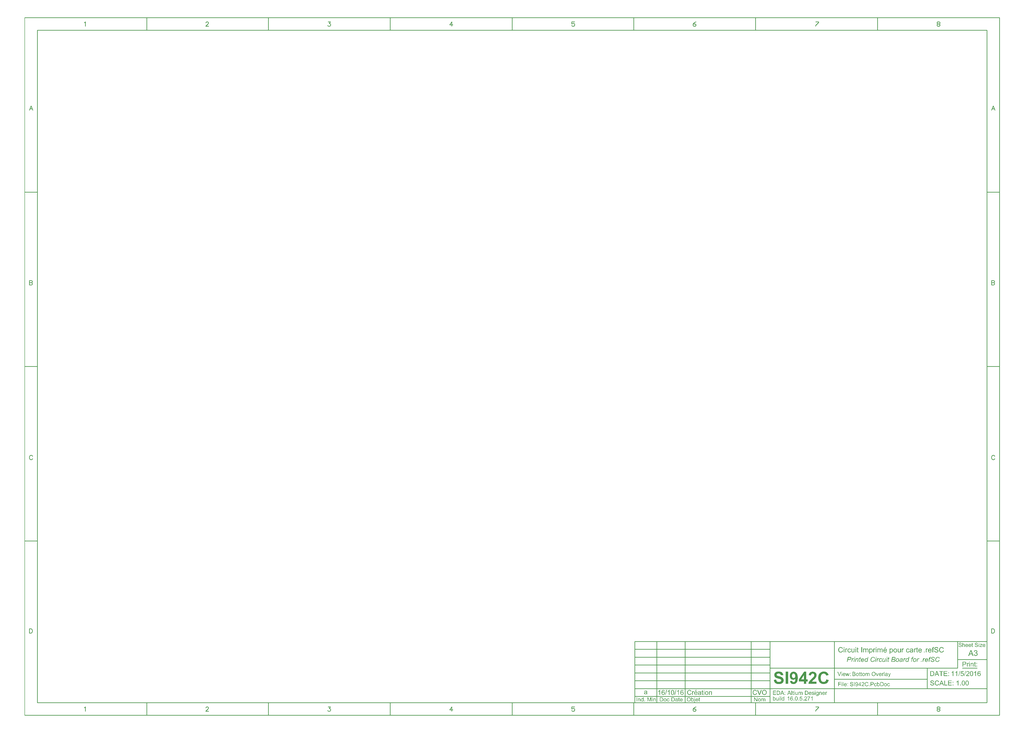
<source format=gbo>
G04 Layer_Color=32896*
%FSLAX25Y25*%
%MOIN*%
G70*
G01*
G75*
%ADD43C,0.01000*%
%ADD53C,0.00500*%
G36*
X1263462Y-373636D02*
X1262671D01*
Y-372738D01*
X1263462D01*
Y-373636D01*
D02*
G37*
G36*
X1259187Y-372640D02*
X1259255D01*
X1259421Y-372660D01*
X1259616Y-372689D01*
X1259831Y-372728D01*
X1260046Y-372786D01*
X1260251Y-372865D01*
X1260260D01*
X1260270Y-372874D01*
X1260299Y-372884D01*
X1260339Y-372904D01*
X1260436Y-372962D01*
X1260563Y-373030D01*
X1260700Y-373128D01*
X1260836Y-373245D01*
X1260973Y-373382D01*
X1261090Y-373538D01*
X1261100Y-373557D01*
X1261139Y-373616D01*
X1261188Y-373714D01*
X1261236Y-373831D01*
X1261295Y-373977D01*
X1261354Y-374153D01*
X1261393Y-374338D01*
X1261412Y-374543D01*
X1260602Y-374602D01*
Y-374592D01*
Y-374573D01*
X1260592Y-374543D01*
X1260583Y-374504D01*
X1260563Y-374397D01*
X1260524Y-374260D01*
X1260466Y-374114D01*
X1260387Y-373967D01*
X1260280Y-373821D01*
X1260153Y-373694D01*
X1260134Y-373684D01*
X1260085Y-373645D01*
X1259997Y-373597D01*
X1259880Y-373538D01*
X1259724Y-373479D01*
X1259529Y-373431D01*
X1259304Y-373392D01*
X1259041Y-373382D01*
X1258914D01*
X1258855Y-373392D01*
X1258777D01*
X1258611Y-373421D01*
X1258426Y-373450D01*
X1258240Y-373499D01*
X1258064Y-373567D01*
X1257986Y-373616D01*
X1257918Y-373665D01*
X1257908Y-373675D01*
X1257869Y-373714D01*
X1257811Y-373772D01*
X1257752Y-373860D01*
X1257684Y-373958D01*
X1257635Y-374075D01*
X1257596Y-374202D01*
X1257576Y-374348D01*
Y-374368D01*
Y-374407D01*
X1257586Y-374475D01*
X1257606Y-374553D01*
X1257635Y-374641D01*
X1257684Y-374739D01*
X1257742Y-374826D01*
X1257821Y-374914D01*
X1257830Y-374924D01*
X1257879Y-374953D01*
X1257908Y-374973D01*
X1257947Y-375002D01*
X1258006Y-375022D01*
X1258074Y-375051D01*
X1258152Y-375090D01*
X1258240Y-375129D01*
X1258338Y-375158D01*
X1258455Y-375197D01*
X1258591Y-375246D01*
X1258738Y-375285D01*
X1258904Y-375324D01*
X1259089Y-375373D01*
X1259099D01*
X1259138Y-375383D01*
X1259187Y-375392D01*
X1259255Y-375412D01*
X1259343Y-375431D01*
X1259441Y-375461D01*
X1259655Y-375510D01*
X1259890Y-375578D01*
X1260124Y-375646D01*
X1260241Y-375675D01*
X1260339Y-375714D01*
X1260436Y-375753D01*
X1260514Y-375783D01*
X1260524D01*
X1260544Y-375793D01*
X1260563Y-375812D01*
X1260602Y-375832D01*
X1260700Y-375890D01*
X1260827Y-375958D01*
X1260963Y-376056D01*
X1261100Y-376173D01*
X1261227Y-376300D01*
X1261334Y-376437D01*
X1261344Y-376456D01*
X1261373Y-376505D01*
X1261422Y-376583D01*
X1261471Y-376700D01*
X1261520Y-376827D01*
X1261568Y-376983D01*
X1261598Y-377159D01*
X1261607Y-377344D01*
Y-377354D01*
Y-377364D01*
Y-377393D01*
Y-377432D01*
X1261588Y-377530D01*
X1261568Y-377657D01*
X1261539Y-377803D01*
X1261481Y-377969D01*
X1261412Y-378145D01*
X1261315Y-378311D01*
X1261305Y-378330D01*
X1261256Y-378389D01*
X1261197Y-378467D01*
X1261100Y-378564D01*
X1260983Y-378681D01*
X1260836Y-378799D01*
X1260661Y-378906D01*
X1260466Y-379013D01*
X1260456D01*
X1260436Y-379023D01*
X1260407Y-379033D01*
X1260368Y-379052D01*
X1260319Y-379072D01*
X1260260Y-379091D01*
X1260104Y-379131D01*
X1259929Y-379179D01*
X1259714Y-379218D01*
X1259490Y-379248D01*
X1259236Y-379257D01*
X1259089D01*
X1259021Y-379248D01*
X1258933D01*
X1258836Y-379238D01*
X1258728Y-379228D01*
X1258504Y-379199D01*
X1258260Y-379150D01*
X1258016Y-379091D01*
X1257782Y-379013D01*
X1257772D01*
X1257752Y-379004D01*
X1257723Y-378984D01*
X1257684Y-378965D01*
X1257576Y-378906D01*
X1257450Y-378818D01*
X1257293Y-378711D01*
X1257147Y-378584D01*
X1256991Y-378428D01*
X1256854Y-378252D01*
Y-378242D01*
X1256845Y-378233D01*
X1256825Y-378203D01*
X1256806Y-378164D01*
X1256776Y-378115D01*
X1256747Y-378057D01*
X1256688Y-377910D01*
X1256630Y-377745D01*
X1256571Y-377540D01*
X1256532Y-377325D01*
X1256513Y-377091D01*
X1257313Y-377022D01*
Y-377032D01*
Y-377042D01*
X1257323Y-377100D01*
X1257342Y-377188D01*
X1257362Y-377305D01*
X1257401Y-377432D01*
X1257440Y-377569D01*
X1257498Y-377696D01*
X1257567Y-377823D01*
X1257576Y-377832D01*
X1257606Y-377871D01*
X1257655Y-377930D01*
X1257733Y-377998D01*
X1257821Y-378076D01*
X1257928Y-378164D01*
X1258064Y-378242D01*
X1258211Y-378320D01*
X1258221D01*
X1258230Y-378330D01*
X1258289Y-378350D01*
X1258377Y-378379D01*
X1258504Y-378408D01*
X1258640Y-378447D01*
X1258816Y-378477D01*
X1259001Y-378496D01*
X1259197Y-378506D01*
X1259275D01*
X1259372Y-378496D01*
X1259480Y-378486D01*
X1259616Y-378477D01*
X1259753Y-378447D01*
X1259899Y-378418D01*
X1260046Y-378369D01*
X1260065Y-378359D01*
X1260104Y-378340D01*
X1260173Y-378311D01*
X1260251Y-378262D01*
X1260348Y-378203D01*
X1260436Y-378135D01*
X1260524Y-378057D01*
X1260602Y-377969D01*
X1260612Y-377959D01*
X1260631Y-377920D01*
X1260661Y-377871D01*
X1260700Y-377803D01*
X1260729Y-377725D01*
X1260758Y-377627D01*
X1260778Y-377530D01*
X1260787Y-377422D01*
Y-377413D01*
Y-377374D01*
X1260778Y-377315D01*
X1260768Y-377247D01*
X1260748Y-377159D01*
X1260709Y-377071D01*
X1260670Y-376983D01*
X1260612Y-376895D01*
X1260602Y-376886D01*
X1260583Y-376856D01*
X1260534Y-376817D01*
X1260475Y-376759D01*
X1260397Y-376700D01*
X1260299Y-376642D01*
X1260173Y-376573D01*
X1260036Y-376515D01*
X1260026Y-376505D01*
X1259987Y-376495D01*
X1259909Y-376476D01*
X1259860Y-376456D01*
X1259802Y-376437D01*
X1259724Y-376417D01*
X1259646Y-376398D01*
X1259548Y-376368D01*
X1259450Y-376339D01*
X1259333Y-376310D01*
X1259197Y-376281D01*
X1259050Y-376241D01*
X1258894Y-376203D01*
X1258884D01*
X1258855Y-376193D01*
X1258806Y-376183D01*
X1258748Y-376163D01*
X1258679Y-376144D01*
X1258601Y-376124D01*
X1258416Y-376076D01*
X1258211Y-376007D01*
X1258006Y-375939D01*
X1257821Y-375871D01*
X1257733Y-375841D01*
X1257664Y-375802D01*
X1257655D01*
X1257645Y-375793D01*
X1257586Y-375753D01*
X1257508Y-375705D01*
X1257411Y-375636D01*
X1257293Y-375549D01*
X1257186Y-375451D01*
X1257079Y-375334D01*
X1256981Y-375207D01*
X1256971Y-375187D01*
X1256942Y-375139D01*
X1256913Y-375070D01*
X1256874Y-374973D01*
X1256825Y-374856D01*
X1256796Y-374719D01*
X1256766Y-374563D01*
X1256757Y-374407D01*
Y-374397D01*
Y-374387D01*
Y-374358D01*
Y-374319D01*
X1256776Y-374231D01*
X1256796Y-374114D01*
X1256825Y-373967D01*
X1256874Y-373821D01*
X1256942Y-373655D01*
X1257030Y-373499D01*
Y-373489D01*
X1257040Y-373479D01*
X1257079Y-373431D01*
X1257147Y-373353D01*
X1257235Y-373255D01*
X1257342Y-373157D01*
X1257479Y-373050D01*
X1257645Y-372943D01*
X1257830Y-372855D01*
X1257840D01*
X1257850Y-372845D01*
X1257879Y-372835D01*
X1257928Y-372816D01*
X1257977Y-372806D01*
X1258035Y-372786D01*
X1258172Y-372738D01*
X1258348Y-372699D01*
X1258543Y-372669D01*
X1258767Y-372640D01*
X1259001Y-372630D01*
X1259119D01*
X1259187Y-372640D01*
D02*
G37*
G36*
X1233303D02*
X1233372D01*
X1233538Y-372660D01*
X1233733Y-372689D01*
X1233947Y-372728D01*
X1234162Y-372786D01*
X1234367Y-372865D01*
X1234377D01*
X1234387Y-372874D01*
X1234416Y-372884D01*
X1234455Y-372904D01*
X1234553Y-372962D01*
X1234680Y-373030D01*
X1234816Y-373128D01*
X1234953Y-373245D01*
X1235089Y-373382D01*
X1235207Y-373538D01*
X1235216Y-373557D01*
X1235255Y-373616D01*
X1235304Y-373714D01*
X1235353Y-373831D01*
X1235411Y-373977D01*
X1235470Y-374153D01*
X1235509Y-374338D01*
X1235529Y-374543D01*
X1234719Y-374602D01*
Y-374592D01*
Y-374573D01*
X1234709Y-374543D01*
X1234699Y-374504D01*
X1234680Y-374397D01*
X1234641Y-374260D01*
X1234582Y-374114D01*
X1234504Y-373967D01*
X1234396Y-373821D01*
X1234270Y-373694D01*
X1234250Y-373684D01*
X1234201Y-373645D01*
X1234114Y-373597D01*
X1233996Y-373538D01*
X1233840Y-373479D01*
X1233645Y-373431D01*
X1233420Y-373392D01*
X1233157Y-373382D01*
X1233030D01*
X1232971Y-373392D01*
X1232893D01*
X1232728Y-373421D01*
X1232542Y-373450D01*
X1232357Y-373499D01*
X1232181Y-373567D01*
X1232103Y-373616D01*
X1232035Y-373665D01*
X1232025Y-373675D01*
X1231986Y-373714D01*
X1231927Y-373772D01*
X1231869Y-373860D01*
X1231800Y-373958D01*
X1231752Y-374075D01*
X1231713Y-374202D01*
X1231693Y-374348D01*
Y-374368D01*
Y-374407D01*
X1231703Y-374475D01*
X1231722Y-374553D01*
X1231752Y-374641D01*
X1231800Y-374739D01*
X1231859Y-374826D01*
X1231937Y-374914D01*
X1231947Y-374924D01*
X1231995Y-374953D01*
X1232025Y-374973D01*
X1232064Y-375002D01*
X1232122Y-375022D01*
X1232191Y-375051D01*
X1232269Y-375090D01*
X1232357Y-375129D01*
X1232454Y-375158D01*
X1232571Y-375197D01*
X1232708Y-375246D01*
X1232854Y-375285D01*
X1233020Y-375324D01*
X1233206Y-375373D01*
X1233216D01*
X1233255Y-375383D01*
X1233303Y-375392D01*
X1233372Y-375412D01*
X1233459Y-375431D01*
X1233557Y-375461D01*
X1233772Y-375510D01*
X1234006Y-375578D01*
X1234240Y-375646D01*
X1234357Y-375675D01*
X1234455Y-375714D01*
X1234553Y-375753D01*
X1234631Y-375783D01*
X1234641D01*
X1234660Y-375793D01*
X1234680Y-375812D01*
X1234719Y-375832D01*
X1234816Y-375890D01*
X1234943Y-375958D01*
X1235080Y-376056D01*
X1235216Y-376173D01*
X1235343Y-376300D01*
X1235451Y-376437D01*
X1235460Y-376456D01*
X1235490Y-376505D01*
X1235538Y-376583D01*
X1235587Y-376700D01*
X1235636Y-376827D01*
X1235685Y-376983D01*
X1235714Y-377159D01*
X1235724Y-377344D01*
Y-377354D01*
Y-377364D01*
Y-377393D01*
Y-377432D01*
X1235704Y-377530D01*
X1235685Y-377657D01*
X1235655Y-377803D01*
X1235597Y-377969D01*
X1235529Y-378145D01*
X1235431Y-378311D01*
X1235421Y-378330D01*
X1235373Y-378389D01*
X1235314Y-378467D01*
X1235216Y-378564D01*
X1235099Y-378681D01*
X1234953Y-378799D01*
X1234777Y-378906D01*
X1234582Y-379013D01*
X1234572D01*
X1234553Y-379023D01*
X1234523Y-379033D01*
X1234484Y-379052D01*
X1234435Y-379072D01*
X1234377Y-379091D01*
X1234221Y-379131D01*
X1234045Y-379179D01*
X1233830Y-379218D01*
X1233606Y-379248D01*
X1233352Y-379257D01*
X1233206D01*
X1233137Y-379248D01*
X1233050D01*
X1232952Y-379238D01*
X1232845Y-379228D01*
X1232620Y-379199D01*
X1232376Y-379150D01*
X1232132Y-379091D01*
X1231898Y-379013D01*
X1231888D01*
X1231869Y-379004D01*
X1231839Y-378984D01*
X1231800Y-378965D01*
X1231693Y-378906D01*
X1231566Y-378818D01*
X1231410Y-378711D01*
X1231264Y-378584D01*
X1231107Y-378428D01*
X1230971Y-378252D01*
Y-378242D01*
X1230961Y-378233D01*
X1230941Y-378203D01*
X1230922Y-378164D01*
X1230893Y-378115D01*
X1230863Y-378057D01*
X1230805Y-377910D01*
X1230746Y-377745D01*
X1230688Y-377540D01*
X1230649Y-377325D01*
X1230629Y-377091D01*
X1231429Y-377022D01*
Y-377032D01*
Y-377042D01*
X1231439Y-377100D01*
X1231459Y-377188D01*
X1231478Y-377305D01*
X1231517Y-377432D01*
X1231556Y-377569D01*
X1231615Y-377696D01*
X1231683Y-377823D01*
X1231693Y-377832D01*
X1231722Y-377871D01*
X1231771Y-377930D01*
X1231849Y-377998D01*
X1231937Y-378076D01*
X1232044Y-378164D01*
X1232181Y-378242D01*
X1232327Y-378320D01*
X1232337D01*
X1232347Y-378330D01*
X1232405Y-378350D01*
X1232493Y-378379D01*
X1232620Y-378408D01*
X1232757Y-378447D01*
X1232932Y-378477D01*
X1233118Y-378496D01*
X1233313Y-378506D01*
X1233391D01*
X1233489Y-378496D01*
X1233596Y-378486D01*
X1233733Y-378477D01*
X1233869Y-378447D01*
X1234016Y-378418D01*
X1234162Y-378369D01*
X1234182Y-378359D01*
X1234221Y-378340D01*
X1234289Y-378311D01*
X1234367Y-378262D01*
X1234465Y-378203D01*
X1234553Y-378135D01*
X1234641Y-378057D01*
X1234719Y-377969D01*
X1234728Y-377959D01*
X1234748Y-377920D01*
X1234777Y-377871D01*
X1234816Y-377803D01*
X1234845Y-377725D01*
X1234875Y-377627D01*
X1234894Y-377530D01*
X1234904Y-377422D01*
Y-377413D01*
Y-377374D01*
X1234894Y-377315D01*
X1234884Y-377247D01*
X1234865Y-377159D01*
X1234826Y-377071D01*
X1234787Y-376983D01*
X1234728Y-376895D01*
X1234719Y-376886D01*
X1234699Y-376856D01*
X1234650Y-376817D01*
X1234592Y-376759D01*
X1234514Y-376700D01*
X1234416Y-376642D01*
X1234289Y-376573D01*
X1234153Y-376515D01*
X1234143Y-376505D01*
X1234104Y-376495D01*
X1234026Y-376476D01*
X1233977Y-376456D01*
X1233918Y-376437D01*
X1233840Y-376417D01*
X1233762Y-376398D01*
X1233665Y-376368D01*
X1233567Y-376339D01*
X1233450Y-376310D01*
X1233313Y-376281D01*
X1233167Y-376241D01*
X1233011Y-376203D01*
X1233001D01*
X1232971Y-376193D01*
X1232923Y-376183D01*
X1232864Y-376163D01*
X1232796Y-376144D01*
X1232718Y-376124D01*
X1232532Y-376076D01*
X1232327Y-376007D01*
X1232122Y-375939D01*
X1231937Y-375871D01*
X1231849Y-375841D01*
X1231781Y-375802D01*
X1231771D01*
X1231761Y-375793D01*
X1231703Y-375753D01*
X1231625Y-375705D01*
X1231527Y-375636D01*
X1231410Y-375549D01*
X1231303Y-375451D01*
X1231195Y-375334D01*
X1231098Y-375207D01*
X1231088Y-375187D01*
X1231059Y-375139D01*
X1231029Y-375070D01*
X1230990Y-374973D01*
X1230941Y-374856D01*
X1230912Y-374719D01*
X1230883Y-374563D01*
X1230873Y-374407D01*
Y-374397D01*
Y-374387D01*
Y-374358D01*
Y-374319D01*
X1230893Y-374231D01*
X1230912Y-374114D01*
X1230941Y-373967D01*
X1230990Y-373821D01*
X1231059Y-373655D01*
X1231146Y-373499D01*
Y-373489D01*
X1231156Y-373479D01*
X1231195Y-373431D01*
X1231264Y-373353D01*
X1231351Y-373255D01*
X1231459Y-373157D01*
X1231595Y-373050D01*
X1231761Y-372943D01*
X1231947Y-372855D01*
X1231956D01*
X1231966Y-372845D01*
X1231995Y-372835D01*
X1232044Y-372816D01*
X1232093Y-372806D01*
X1232152Y-372786D01*
X1232288Y-372738D01*
X1232464Y-372699D01*
X1232659Y-372669D01*
X1232884Y-372640D01*
X1233118Y-372630D01*
X1233235D01*
X1233303Y-372640D01*
D02*
G37*
G36*
X1268205Y-375022D02*
X1265687Y-377979D01*
X1265199Y-378525D01*
X1265248D01*
X1265287Y-378516D01*
X1265394Y-378506D01*
X1265521Y-378496D01*
X1265677D01*
X1265843Y-378486D01*
X1266195Y-378477D01*
X1268342D01*
Y-379150D01*
X1264233D01*
Y-378516D01*
X1267190Y-375109D01*
X1267102D01*
X1267014Y-375119D01*
X1266887D01*
X1266751Y-375129D01*
X1266605D01*
X1266448Y-375139D01*
X1264408D01*
Y-374504D01*
X1268205D01*
Y-375022D01*
D02*
G37*
G36*
X1263462Y-379150D02*
X1262671D01*
Y-374504D01*
X1263462D01*
Y-379150D01*
D02*
G37*
G36*
X1237568Y-375031D02*
X1237578Y-375022D01*
X1237598Y-375002D01*
X1237627Y-374973D01*
X1237666Y-374934D01*
X1237725Y-374885D01*
X1237783Y-374826D01*
X1237861Y-374778D01*
X1237949Y-374709D01*
X1238047Y-374651D01*
X1238144Y-374602D01*
X1238388Y-374495D01*
X1238515Y-374455D01*
X1238652Y-374426D01*
X1238798Y-374407D01*
X1238954Y-374397D01*
X1239042D01*
X1239140Y-374407D01*
X1239257Y-374426D01*
X1239394Y-374446D01*
X1239540Y-374485D01*
X1239696Y-374534D01*
X1239843Y-374602D01*
X1239862Y-374612D01*
X1239901Y-374641D01*
X1239969Y-374690D01*
X1240057Y-374748D01*
X1240145Y-374826D01*
X1240233Y-374924D01*
X1240321Y-375041D01*
X1240389Y-375168D01*
X1240399Y-375187D01*
X1240418Y-375236D01*
X1240438Y-375314D01*
X1240477Y-375431D01*
X1240506Y-375578D01*
X1240526Y-375763D01*
X1240545Y-375968D01*
X1240555Y-376212D01*
Y-379150D01*
X1239764D01*
Y-376203D01*
Y-376193D01*
Y-376173D01*
Y-376144D01*
Y-376105D01*
X1239755Y-376007D01*
X1239735Y-375871D01*
X1239696Y-375734D01*
X1239657Y-375597D01*
X1239589Y-375461D01*
X1239501Y-375344D01*
X1239491Y-375334D01*
X1239452Y-375305D01*
X1239394Y-375256D01*
X1239316Y-375207D01*
X1239218Y-375158D01*
X1239091Y-375109D01*
X1238954Y-375080D01*
X1238789Y-375070D01*
X1238730D01*
X1238662Y-375080D01*
X1238574Y-375090D01*
X1238476Y-375119D01*
X1238359Y-375148D01*
X1238242Y-375197D01*
X1238125Y-375256D01*
X1238115Y-375266D01*
X1238076Y-375285D01*
X1238027Y-375334D01*
X1237959Y-375383D01*
X1237891Y-375461D01*
X1237813Y-375539D01*
X1237754Y-375646D01*
X1237695Y-375753D01*
X1237686Y-375763D01*
X1237676Y-375812D01*
X1237656Y-375880D01*
X1237637Y-375978D01*
X1237607Y-376105D01*
X1237588Y-376251D01*
X1237578Y-376417D01*
X1237568Y-376612D01*
Y-379150D01*
X1236778D01*
Y-372738D01*
X1237568D01*
Y-375031D01*
D02*
G37*
G36*
X1252638Y-374504D02*
X1253428D01*
Y-375119D01*
X1252638D01*
Y-377842D01*
Y-377852D01*
Y-377891D01*
Y-377950D01*
X1252648Y-378018D01*
X1252658Y-378164D01*
X1252667Y-378223D01*
X1252677Y-378272D01*
X1252687Y-378291D01*
X1252706Y-378330D01*
X1252745Y-378379D01*
X1252804Y-378428D01*
X1252823Y-378437D01*
X1252872Y-378447D01*
X1252960Y-378467D01*
X1253077Y-378477D01*
X1253175D01*
X1253224Y-378467D01*
X1253282D01*
X1253428Y-378447D01*
X1253536Y-379140D01*
X1253516D01*
X1253477Y-379150D01*
X1253419Y-379160D01*
X1253331Y-379170D01*
X1253243Y-379189D01*
X1253145Y-379199D01*
X1252940Y-379209D01*
X1252872D01*
X1252794Y-379199D01*
X1252697Y-379189D01*
X1252589Y-379179D01*
X1252472Y-379150D01*
X1252365Y-379121D01*
X1252267Y-379082D01*
X1252257Y-379072D01*
X1252228Y-379052D01*
X1252189Y-379023D01*
X1252140Y-378984D01*
X1252082Y-378935D01*
X1252033Y-378877D01*
X1251974Y-378808D01*
X1251935Y-378730D01*
Y-378721D01*
X1251925Y-378681D01*
X1251906Y-378623D01*
X1251896Y-378525D01*
X1251877Y-378398D01*
X1251867Y-378330D01*
X1251857Y-378242D01*
Y-378145D01*
X1251847Y-378037D01*
Y-377920D01*
Y-377793D01*
Y-375119D01*
X1251262D01*
Y-374504D01*
X1251847D01*
Y-373362D01*
X1252638Y-372884D01*
Y-374504D01*
D02*
G37*
G36*
X1271192Y-374407D02*
X1271270Y-374416D01*
X1271367Y-374426D01*
X1271465Y-374446D01*
X1271582Y-374475D01*
X1271816Y-374553D01*
X1271943Y-374602D01*
X1272070Y-374670D01*
X1272197Y-374739D01*
X1272324Y-374826D01*
X1272441Y-374924D01*
X1272558Y-375041D01*
X1272568Y-375051D01*
X1272587Y-375070D01*
X1272617Y-375109D01*
X1272656Y-375158D01*
X1272695Y-375226D01*
X1272744Y-375305D01*
X1272802Y-375392D01*
X1272861Y-375500D01*
X1272909Y-375627D01*
X1272968Y-375753D01*
X1273017Y-375900D01*
X1273066Y-376066D01*
X1273095Y-376232D01*
X1273124Y-376417D01*
X1273144Y-376612D01*
X1273153Y-376827D01*
Y-376837D01*
Y-376876D01*
Y-376944D01*
X1273144Y-377032D01*
X1269689D01*
Y-377042D01*
Y-377061D01*
X1269698Y-377110D01*
Y-377159D01*
X1269708Y-377227D01*
X1269718Y-377296D01*
X1269757Y-377471D01*
X1269816Y-377657D01*
X1269884Y-377852D01*
X1269991Y-378047D01*
X1270118Y-378213D01*
X1270138Y-378233D01*
X1270186Y-378272D01*
X1270274Y-378340D01*
X1270382Y-378408D01*
X1270528Y-378486D01*
X1270694Y-378555D01*
X1270879Y-378594D01*
X1271084Y-378613D01*
X1271162D01*
X1271241Y-378603D01*
X1271338Y-378584D01*
X1271455Y-378555D01*
X1271582Y-378516D01*
X1271709Y-378467D01*
X1271826Y-378389D01*
X1271836Y-378379D01*
X1271875Y-378340D01*
X1271933Y-378291D01*
X1272002Y-378203D01*
X1272080Y-378106D01*
X1272158Y-377979D01*
X1272236Y-377823D01*
X1272314Y-377647D01*
X1273124Y-377754D01*
Y-377764D01*
X1273114Y-377784D01*
X1273105Y-377823D01*
X1273085Y-377871D01*
X1273066Y-377930D01*
X1273036Y-377998D01*
X1272958Y-378164D01*
X1272861Y-378340D01*
X1272744Y-378525D01*
X1272587Y-378711D01*
X1272412Y-378867D01*
X1272402D01*
X1272392Y-378887D01*
X1272363Y-378906D01*
X1272314Y-378925D01*
X1272265Y-378955D01*
X1272207Y-378994D01*
X1272138Y-379023D01*
X1272051Y-379062D01*
X1271865Y-379131D01*
X1271631Y-379199D01*
X1271377Y-379238D01*
X1271084Y-379257D01*
X1270987D01*
X1270918Y-379248D01*
X1270831Y-379238D01*
X1270733Y-379228D01*
X1270626Y-379209D01*
X1270499Y-379179D01*
X1270245Y-379101D01*
X1270108Y-379052D01*
X1269981Y-378994D01*
X1269845Y-378925D01*
X1269718Y-378838D01*
X1269591Y-378740D01*
X1269474Y-378633D01*
X1269464Y-378623D01*
X1269445Y-378603D01*
X1269415Y-378564D01*
X1269386Y-378516D01*
X1269337Y-378457D01*
X1269289Y-378379D01*
X1269230Y-378281D01*
X1269181Y-378174D01*
X1269123Y-378057D01*
X1269064Y-377930D01*
X1269015Y-377784D01*
X1268976Y-377627D01*
X1268937Y-377462D01*
X1268908Y-377276D01*
X1268888Y-377081D01*
X1268879Y-376876D01*
Y-376866D01*
Y-376827D01*
Y-376759D01*
X1268888Y-376681D01*
X1268898Y-376583D01*
X1268908Y-376466D01*
X1268927Y-376339D01*
X1268957Y-376203D01*
X1269025Y-375910D01*
X1269074Y-375763D01*
X1269132Y-375607D01*
X1269201Y-375461D01*
X1269279Y-375314D01*
X1269367Y-375178D01*
X1269474Y-375051D01*
X1269484Y-375041D01*
X1269503Y-375022D01*
X1269532Y-374992D01*
X1269581Y-374943D01*
X1269640Y-374895D01*
X1269718Y-374846D01*
X1269796Y-374787D01*
X1269894Y-374719D01*
X1270001Y-374660D01*
X1270118Y-374602D01*
X1270245Y-374553D01*
X1270391Y-374495D01*
X1270538Y-374455D01*
X1270694Y-374426D01*
X1270860Y-374407D01*
X1271035Y-374397D01*
X1271123D01*
X1271192Y-374407D01*
D02*
G37*
G36*
X1248792D02*
X1248871Y-374416D01*
X1248968Y-374426D01*
X1249066Y-374446D01*
X1249183Y-374475D01*
X1249417Y-374553D01*
X1249544Y-374602D01*
X1249671Y-374670D01*
X1249798Y-374739D01*
X1249925Y-374826D01*
X1250042Y-374924D01*
X1250159Y-375041D01*
X1250169Y-375051D01*
X1250188Y-375070D01*
X1250217Y-375109D01*
X1250257Y-375158D01*
X1250296Y-375226D01*
X1250344Y-375305D01*
X1250403Y-375392D01*
X1250461Y-375500D01*
X1250510Y-375627D01*
X1250569Y-375753D01*
X1250618Y-375900D01*
X1250666Y-376066D01*
X1250696Y-376232D01*
X1250725Y-376417D01*
X1250745Y-376612D01*
X1250754Y-376827D01*
Y-376837D01*
Y-376876D01*
Y-376944D01*
X1250745Y-377032D01*
X1247289D01*
Y-377042D01*
Y-377061D01*
X1247299Y-377110D01*
Y-377159D01*
X1247309Y-377227D01*
X1247319Y-377296D01*
X1247358Y-377471D01*
X1247416Y-377657D01*
X1247485Y-377852D01*
X1247592Y-378047D01*
X1247719Y-378213D01*
X1247738Y-378233D01*
X1247787Y-378272D01*
X1247875Y-378340D01*
X1247982Y-378408D01*
X1248129Y-378486D01*
X1248295Y-378555D01*
X1248480Y-378594D01*
X1248685Y-378613D01*
X1248763D01*
X1248841Y-378603D01*
X1248939Y-378584D01*
X1249056Y-378555D01*
X1249183Y-378516D01*
X1249310Y-378467D01*
X1249427Y-378389D01*
X1249437Y-378379D01*
X1249476Y-378340D01*
X1249534Y-378291D01*
X1249603Y-378203D01*
X1249681Y-378106D01*
X1249759Y-377979D01*
X1249837Y-377823D01*
X1249915Y-377647D01*
X1250725Y-377754D01*
Y-377764D01*
X1250715Y-377784D01*
X1250706Y-377823D01*
X1250686Y-377871D01*
X1250666Y-377930D01*
X1250637Y-377998D01*
X1250559Y-378164D01*
X1250461Y-378340D01*
X1250344Y-378525D01*
X1250188Y-378711D01*
X1250012Y-378867D01*
X1250003D01*
X1249993Y-378887D01*
X1249964Y-378906D01*
X1249915Y-378925D01*
X1249866Y-378955D01*
X1249807Y-378994D01*
X1249739Y-379023D01*
X1249651Y-379062D01*
X1249466Y-379131D01*
X1249232Y-379199D01*
X1248978Y-379238D01*
X1248685Y-379257D01*
X1248588D01*
X1248519Y-379248D01*
X1248431Y-379238D01*
X1248334Y-379228D01*
X1248226Y-379209D01*
X1248100Y-379179D01*
X1247846Y-379101D01*
X1247709Y-379052D01*
X1247582Y-378994D01*
X1247446Y-378925D01*
X1247319Y-378838D01*
X1247192Y-378740D01*
X1247075Y-378633D01*
X1247065Y-378623D01*
X1247045Y-378603D01*
X1247016Y-378564D01*
X1246987Y-378516D01*
X1246938Y-378457D01*
X1246889Y-378379D01*
X1246831Y-378281D01*
X1246782Y-378174D01*
X1246723Y-378057D01*
X1246665Y-377930D01*
X1246616Y-377784D01*
X1246577Y-377627D01*
X1246538Y-377462D01*
X1246509Y-377276D01*
X1246489Y-377081D01*
X1246479Y-376876D01*
Y-376866D01*
Y-376827D01*
Y-376759D01*
X1246489Y-376681D01*
X1246499Y-376583D01*
X1246509Y-376466D01*
X1246528Y-376339D01*
X1246558Y-376203D01*
X1246626Y-375910D01*
X1246675Y-375763D01*
X1246733Y-375607D01*
X1246801Y-375461D01*
X1246879Y-375314D01*
X1246967Y-375178D01*
X1247075Y-375051D01*
X1247085Y-375041D01*
X1247104Y-375022D01*
X1247133Y-374992D01*
X1247182Y-374943D01*
X1247241Y-374895D01*
X1247319Y-374846D01*
X1247397Y-374787D01*
X1247494Y-374719D01*
X1247602Y-374660D01*
X1247719Y-374602D01*
X1247846Y-374553D01*
X1247992Y-374495D01*
X1248139Y-374455D01*
X1248295Y-374426D01*
X1248461Y-374407D01*
X1248636Y-374397D01*
X1248724D01*
X1248792Y-374407D01*
D02*
G37*
G36*
X1243815D02*
X1243893Y-374416D01*
X1243991Y-374426D01*
X1244088Y-374446D01*
X1244205Y-374475D01*
X1244440Y-374553D01*
X1244566Y-374602D01*
X1244693Y-374670D01*
X1244820Y-374739D01*
X1244947Y-374826D01*
X1245064Y-374924D01*
X1245181Y-375041D01*
X1245191Y-375051D01*
X1245211Y-375070D01*
X1245240Y-375109D01*
X1245279Y-375158D01*
X1245318Y-375226D01*
X1245367Y-375305D01*
X1245425Y-375392D01*
X1245484Y-375500D01*
X1245533Y-375627D01*
X1245591Y-375753D01*
X1245640Y-375900D01*
X1245689Y-376066D01*
X1245718Y-376232D01*
X1245747Y-376417D01*
X1245767Y-376612D01*
X1245777Y-376827D01*
Y-376837D01*
Y-376876D01*
Y-376944D01*
X1245767Y-377032D01*
X1242312D01*
Y-377042D01*
Y-377061D01*
X1242322Y-377110D01*
Y-377159D01*
X1242331Y-377227D01*
X1242341Y-377296D01*
X1242380Y-377471D01*
X1242439Y-377657D01*
X1242507Y-377852D01*
X1242614Y-378047D01*
X1242741Y-378213D01*
X1242761Y-378233D01*
X1242810Y-378272D01*
X1242898Y-378340D01*
X1243005Y-378408D01*
X1243151Y-378486D01*
X1243317Y-378555D01*
X1243503Y-378594D01*
X1243707Y-378613D01*
X1243786D01*
X1243864Y-378603D01*
X1243961Y-378584D01*
X1244078Y-378555D01*
X1244205Y-378516D01*
X1244332Y-378467D01*
X1244449Y-378389D01*
X1244459Y-378379D01*
X1244498Y-378340D01*
X1244557Y-378291D01*
X1244625Y-378203D01*
X1244703Y-378106D01*
X1244781Y-377979D01*
X1244859Y-377823D01*
X1244937Y-377647D01*
X1245747Y-377754D01*
Y-377764D01*
X1245738Y-377784D01*
X1245728Y-377823D01*
X1245708Y-377871D01*
X1245689Y-377930D01*
X1245660Y-377998D01*
X1245582Y-378164D01*
X1245484Y-378340D01*
X1245367Y-378525D01*
X1245211Y-378711D01*
X1245035Y-378867D01*
X1245025D01*
X1245015Y-378887D01*
X1244986Y-378906D01*
X1244937Y-378925D01*
X1244888Y-378955D01*
X1244830Y-378994D01*
X1244762Y-379023D01*
X1244674Y-379062D01*
X1244488Y-379131D01*
X1244254Y-379199D01*
X1244000Y-379238D01*
X1243707Y-379257D01*
X1243610D01*
X1243542Y-379248D01*
X1243454Y-379238D01*
X1243356Y-379228D01*
X1243249Y-379209D01*
X1243122Y-379179D01*
X1242868Y-379101D01*
X1242731Y-379052D01*
X1242605Y-378994D01*
X1242468Y-378925D01*
X1242341Y-378838D01*
X1242214Y-378740D01*
X1242097Y-378633D01*
X1242087Y-378623D01*
X1242068Y-378603D01*
X1242039Y-378564D01*
X1242009Y-378516D01*
X1241961Y-378457D01*
X1241912Y-378379D01*
X1241853Y-378281D01*
X1241804Y-378174D01*
X1241746Y-378057D01*
X1241687Y-377930D01*
X1241638Y-377784D01*
X1241599Y-377627D01*
X1241560Y-377462D01*
X1241531Y-377276D01*
X1241512Y-377081D01*
X1241502Y-376876D01*
Y-376866D01*
Y-376827D01*
Y-376759D01*
X1241512Y-376681D01*
X1241521Y-376583D01*
X1241531Y-376466D01*
X1241551Y-376339D01*
X1241580Y-376203D01*
X1241648Y-375910D01*
X1241697Y-375763D01*
X1241755Y-375607D01*
X1241824Y-375461D01*
X1241902Y-375314D01*
X1241990Y-375178D01*
X1242097Y-375051D01*
X1242107Y-375041D01*
X1242126Y-375022D01*
X1242156Y-374992D01*
X1242204Y-374943D01*
X1242263Y-374895D01*
X1242341Y-374846D01*
X1242419Y-374787D01*
X1242517Y-374719D01*
X1242624Y-374660D01*
X1242741Y-374602D01*
X1242868Y-374553D01*
X1243015Y-374495D01*
X1243161Y-374455D01*
X1243317Y-374426D01*
X1243483Y-374407D01*
X1243659Y-374397D01*
X1243747D01*
X1243815Y-374407D01*
D02*
G37*
G36*
X1191111Y-379436D02*
X1191251Y-379449D01*
X1191416Y-379474D01*
X1191593Y-379499D01*
X1191784Y-379537D01*
X1191631Y-380426D01*
X1191619D01*
X1191580Y-380413D01*
X1191517Y-380400D01*
X1191441Y-380387D01*
X1191339D01*
X1191238Y-380375D01*
X1191022Y-380362D01*
X1190946D01*
X1190870Y-380375D01*
X1190768Y-380387D01*
X1190667Y-380413D01*
X1190553Y-380451D01*
X1190451Y-380502D01*
X1190362Y-380565D01*
X1190349Y-380578D01*
X1190337Y-380603D01*
X1190299Y-380654D01*
X1190273Y-380730D01*
X1190235Y-380832D01*
X1190197Y-380971D01*
X1190185Y-381123D01*
X1190172Y-381314D01*
Y-381860D01*
X1191352D01*
Y-382659D01*
X1190185D01*
Y-387900D01*
X1189157D01*
Y-382659D01*
X1188256D01*
Y-381860D01*
X1189157D01*
Y-381225D01*
Y-381212D01*
Y-381200D01*
Y-381123D01*
X1189169Y-381022D01*
Y-380882D01*
X1189182Y-380743D01*
X1189207Y-380591D01*
X1189233Y-380451D01*
X1189271Y-380324D01*
X1189284Y-380311D01*
X1189296Y-380261D01*
X1189334Y-380185D01*
X1189385Y-380096D01*
X1189461Y-379981D01*
X1189550Y-379880D01*
X1189652Y-379778D01*
X1189779Y-379677D01*
X1189791Y-379664D01*
X1189855Y-379639D01*
X1189931Y-379601D01*
X1190058Y-379550D01*
X1190197Y-379499D01*
X1190388Y-379461D01*
X1190591Y-379436D01*
X1190832Y-379423D01*
X1190997D01*
X1191111Y-379436D01*
D02*
G37*
G36*
X1100088Y-380730D02*
X1099060D01*
Y-379563D01*
X1100088D01*
Y-380730D01*
D02*
G37*
G36*
X1067754D02*
X1066726D01*
Y-379563D01*
X1067754D01*
Y-380730D01*
D02*
G37*
G36*
X1048998D02*
X1047970D01*
Y-379563D01*
X1048998D01*
Y-380730D01*
D02*
G37*
G36*
X1113819Y-381111D02*
X1112968D01*
X1113730Y-379525D01*
X1115075D01*
X1113819Y-381111D01*
D02*
G37*
G36*
X1195400Y-379436D02*
X1195489D01*
X1195705Y-379461D01*
X1195959Y-379499D01*
X1196238Y-379550D01*
X1196517Y-379626D01*
X1196783Y-379728D01*
X1196796D01*
X1196809Y-379740D01*
X1196847Y-379753D01*
X1196898Y-379778D01*
X1197025Y-379854D01*
X1197189Y-379943D01*
X1197367Y-380070D01*
X1197545Y-380223D01*
X1197722Y-380400D01*
X1197875Y-380603D01*
X1197887Y-380629D01*
X1197938Y-380705D01*
X1198002Y-380832D01*
X1198065Y-380984D01*
X1198141Y-381174D01*
X1198217Y-381403D01*
X1198268Y-381644D01*
X1198293Y-381910D01*
X1197240Y-381986D01*
Y-381974D01*
Y-381948D01*
X1197227Y-381910D01*
X1197215Y-381860D01*
X1197189Y-381720D01*
X1197139Y-381542D01*
X1197062Y-381352D01*
X1196961Y-381162D01*
X1196821Y-380971D01*
X1196657Y-380806D01*
X1196631Y-380794D01*
X1196568Y-380743D01*
X1196453Y-380679D01*
X1196301Y-380603D01*
X1196098Y-380527D01*
X1195844Y-380464D01*
X1195552Y-380413D01*
X1195210Y-380400D01*
X1195045D01*
X1194969Y-380413D01*
X1194867D01*
X1194651Y-380451D01*
X1194410Y-380489D01*
X1194169Y-380553D01*
X1193941Y-380641D01*
X1193839Y-380705D01*
X1193750Y-380768D01*
X1193738Y-380781D01*
X1193687Y-380832D01*
X1193611Y-380908D01*
X1193535Y-381022D01*
X1193446Y-381149D01*
X1193382Y-381301D01*
X1193332Y-381466D01*
X1193306Y-381657D01*
Y-381682D01*
Y-381733D01*
X1193319Y-381821D01*
X1193344Y-381923D01*
X1193382Y-382037D01*
X1193446Y-382164D01*
X1193522Y-382278D01*
X1193624Y-382393D01*
X1193636Y-382405D01*
X1193700Y-382443D01*
X1193738Y-382469D01*
X1193789Y-382507D01*
X1193865Y-382532D01*
X1193954Y-382570D01*
X1194055Y-382621D01*
X1194169Y-382672D01*
X1194296Y-382710D01*
X1194448Y-382761D01*
X1194626Y-382824D01*
X1194816Y-382875D01*
X1195032Y-382926D01*
X1195273Y-382989D01*
X1195286D01*
X1195337Y-383002D01*
X1195400Y-383014D01*
X1195489Y-383040D01*
X1195603Y-383065D01*
X1195730Y-383103D01*
X1196009Y-383167D01*
X1196314Y-383256D01*
X1196618Y-383344D01*
X1196771Y-383382D01*
X1196898Y-383433D01*
X1197025Y-383484D01*
X1197126Y-383522D01*
X1197139D01*
X1197164Y-383535D01*
X1197189Y-383560D01*
X1197240Y-383585D01*
X1197367Y-383662D01*
X1197532Y-383750D01*
X1197710Y-383877D01*
X1197887Y-384030D01*
X1198052Y-384194D01*
X1198192Y-384372D01*
X1198205Y-384398D01*
X1198243Y-384461D01*
X1198306Y-384562D01*
X1198370Y-384715D01*
X1198433Y-384880D01*
X1198497Y-385083D01*
X1198535Y-385311D01*
X1198547Y-385552D01*
Y-385565D01*
Y-385578D01*
Y-385616D01*
Y-385667D01*
X1198522Y-385793D01*
X1198497Y-385958D01*
X1198458Y-386149D01*
X1198382Y-386365D01*
X1198293Y-386593D01*
X1198167Y-386809D01*
X1198154Y-386834D01*
X1198090Y-386910D01*
X1198014Y-387012D01*
X1197887Y-387139D01*
X1197735Y-387291D01*
X1197545Y-387443D01*
X1197316Y-387583D01*
X1197062Y-387722D01*
X1197050D01*
X1197025Y-387735D01*
X1196986Y-387748D01*
X1196936Y-387773D01*
X1196872Y-387799D01*
X1196796Y-387824D01*
X1196593Y-387875D01*
X1196365Y-387938D01*
X1196085Y-387989D01*
X1195794Y-388027D01*
X1195464Y-388040D01*
X1195273D01*
X1195184Y-388027D01*
X1195070D01*
X1194943Y-388014D01*
X1194804Y-388001D01*
X1194512Y-387964D01*
X1194195Y-387900D01*
X1193877Y-387824D01*
X1193573Y-387722D01*
X1193560D01*
X1193535Y-387710D01*
X1193497Y-387684D01*
X1193446Y-387659D01*
X1193306Y-387583D01*
X1193141Y-387469D01*
X1192938Y-387329D01*
X1192748Y-387164D01*
X1192545Y-386961D01*
X1192367Y-386733D01*
Y-386720D01*
X1192355Y-386707D01*
X1192329Y-386669D01*
X1192304Y-386618D01*
X1192266Y-386555D01*
X1192228Y-386479D01*
X1192152Y-386288D01*
X1192075Y-386073D01*
X1191999Y-385806D01*
X1191949Y-385527D01*
X1191923Y-385222D01*
X1192964Y-385134D01*
Y-385146D01*
Y-385159D01*
X1192976Y-385235D01*
X1193002Y-385349D01*
X1193027Y-385502D01*
X1193078Y-385667D01*
X1193129Y-385844D01*
X1193205Y-386009D01*
X1193294Y-386174D01*
X1193306Y-386187D01*
X1193344Y-386238D01*
X1193408Y-386314D01*
X1193509Y-386403D01*
X1193624Y-386504D01*
X1193763Y-386618D01*
X1193941Y-386720D01*
X1194131Y-386821D01*
X1194144D01*
X1194156Y-386834D01*
X1194233Y-386859D01*
X1194347Y-386897D01*
X1194512Y-386936D01*
X1194689Y-386986D01*
X1194918Y-387024D01*
X1195159Y-387050D01*
X1195413Y-387063D01*
X1195514D01*
X1195641Y-387050D01*
X1195781Y-387037D01*
X1195959Y-387024D01*
X1196136Y-386986D01*
X1196327Y-386948D01*
X1196517Y-386885D01*
X1196542Y-386872D01*
X1196593Y-386847D01*
X1196682Y-386809D01*
X1196783Y-386745D01*
X1196910Y-386669D01*
X1197025Y-386580D01*
X1197139Y-386479D01*
X1197240Y-386365D01*
X1197253Y-386352D01*
X1197278Y-386301D01*
X1197316Y-386238D01*
X1197367Y-386149D01*
X1197405Y-386047D01*
X1197443Y-385920D01*
X1197469Y-385793D01*
X1197481Y-385654D01*
Y-385641D01*
Y-385590D01*
X1197469Y-385514D01*
X1197456Y-385425D01*
X1197431Y-385311D01*
X1197380Y-385197D01*
X1197329Y-385083D01*
X1197253Y-384969D01*
X1197240Y-384956D01*
X1197215Y-384918D01*
X1197151Y-384867D01*
X1197075Y-384791D01*
X1196974Y-384715D01*
X1196847Y-384639D01*
X1196682Y-384550D01*
X1196504Y-384474D01*
X1196492Y-384461D01*
X1196441Y-384448D01*
X1196339Y-384423D01*
X1196276Y-384398D01*
X1196200Y-384372D01*
X1196098Y-384347D01*
X1195997Y-384321D01*
X1195870Y-384283D01*
X1195743Y-384245D01*
X1195590Y-384207D01*
X1195413Y-384169D01*
X1195222Y-384118D01*
X1195019Y-384068D01*
X1195007D01*
X1194969Y-384055D01*
X1194905Y-384042D01*
X1194829Y-384017D01*
X1194740Y-383992D01*
X1194639Y-383966D01*
X1194398Y-383903D01*
X1194131Y-383814D01*
X1193865Y-383725D01*
X1193624Y-383636D01*
X1193509Y-383598D01*
X1193421Y-383547D01*
X1193408D01*
X1193395Y-383535D01*
X1193319Y-383484D01*
X1193217Y-383420D01*
X1193091Y-383332D01*
X1192938Y-383217D01*
X1192799Y-383090D01*
X1192659Y-382938D01*
X1192532Y-382773D01*
X1192519Y-382748D01*
X1192482Y-382684D01*
X1192443Y-382596D01*
X1192393Y-382469D01*
X1192329Y-382316D01*
X1192291Y-382139D01*
X1192253Y-381936D01*
X1192240Y-381733D01*
Y-381720D01*
Y-381707D01*
Y-381669D01*
Y-381618D01*
X1192266Y-381504D01*
X1192291Y-381352D01*
X1192329Y-381162D01*
X1192393Y-380971D01*
X1192482Y-380755D01*
X1192596Y-380553D01*
Y-380540D01*
X1192608Y-380527D01*
X1192659Y-380464D01*
X1192748Y-380362D01*
X1192862Y-380235D01*
X1193002Y-380108D01*
X1193179Y-379969D01*
X1193395Y-379829D01*
X1193636Y-379715D01*
X1193649D01*
X1193662Y-379702D01*
X1193700Y-379690D01*
X1193763Y-379664D01*
X1193827Y-379651D01*
X1193903Y-379626D01*
X1194080Y-379563D01*
X1194309Y-379512D01*
X1194563Y-379474D01*
X1194855Y-379436D01*
X1195159Y-379423D01*
X1195311D01*
X1195400Y-379436D01*
D02*
G37*
G36*
X1203877D02*
X1203979Y-379449D01*
X1204105Y-379461D01*
X1204245Y-379474D01*
X1204397Y-379499D01*
X1204727Y-379575D01*
X1205083Y-379690D01*
X1205260Y-379766D01*
X1205438Y-379854D01*
X1205603Y-379956D01*
X1205768Y-380070D01*
X1205781Y-380083D01*
X1205806Y-380096D01*
X1205844Y-380134D01*
X1205908Y-380185D01*
X1205971Y-380248D01*
X1206060Y-380337D01*
X1206149Y-380426D01*
X1206237Y-380527D01*
X1206339Y-380654D01*
X1206428Y-380781D01*
X1206529Y-380933D01*
X1206631Y-381098D01*
X1206720Y-381263D01*
X1206808Y-381453D01*
X1206961Y-381860D01*
X1205869Y-382113D01*
Y-382101D01*
X1205857Y-382075D01*
X1205844Y-382025D01*
X1205819Y-381961D01*
X1205781Y-381885D01*
X1205742Y-381796D01*
X1205654Y-381606D01*
X1205540Y-381390D01*
X1205387Y-381162D01*
X1205222Y-380959D01*
X1205019Y-380781D01*
X1204994Y-380768D01*
X1204918Y-380717D01*
X1204803Y-380654D01*
X1204638Y-380565D01*
X1204448Y-380489D01*
X1204207Y-380426D01*
X1203940Y-380375D01*
X1203636Y-380362D01*
X1203547D01*
X1203484Y-380375D01*
X1203395D01*
X1203306Y-380387D01*
X1203078Y-380426D01*
X1202824Y-380476D01*
X1202557Y-380565D01*
X1202291Y-380679D01*
X1202037Y-380832D01*
X1202024D01*
X1202012Y-380857D01*
X1201935Y-380921D01*
X1201821Y-381022D01*
X1201682Y-381162D01*
X1201542Y-381339D01*
X1201390Y-381542D01*
X1201250Y-381796D01*
X1201136Y-382075D01*
Y-382088D01*
X1201123Y-382113D01*
X1201111Y-382151D01*
X1201098Y-382215D01*
X1201073Y-382278D01*
X1201060Y-382367D01*
X1201009Y-382570D01*
X1200958Y-382811D01*
X1200920Y-383078D01*
X1200895Y-383370D01*
X1200882Y-383674D01*
Y-383687D01*
Y-383725D01*
Y-383776D01*
Y-383852D01*
X1200895Y-383941D01*
Y-384055D01*
X1200908Y-384169D01*
X1200920Y-384296D01*
X1200958Y-384588D01*
X1201009Y-384905D01*
X1201085Y-385222D01*
X1201187Y-385527D01*
Y-385540D01*
X1201200Y-385565D01*
X1201225Y-385603D01*
X1201250Y-385654D01*
X1201314Y-385806D01*
X1201415Y-385971D01*
X1201555Y-386174D01*
X1201720Y-386365D01*
X1201910Y-386555D01*
X1202139Y-386720D01*
X1202151D01*
X1202164Y-386733D01*
X1202202Y-386758D01*
X1202253Y-386783D01*
X1202392Y-386834D01*
X1202570Y-386910D01*
X1202773Y-386974D01*
X1203014Y-387037D01*
X1203281Y-387088D01*
X1203560Y-387101D01*
X1203649D01*
X1203712Y-387088D01*
X1203788D01*
X1203890Y-387075D01*
X1204105Y-387037D01*
X1204347Y-386974D01*
X1204613Y-386872D01*
X1204867Y-386745D01*
X1205121Y-386567D01*
X1205133Y-386555D01*
X1205146Y-386542D01*
X1205222Y-386466D01*
X1205336Y-386339D01*
X1205476Y-386174D01*
X1205616Y-385946D01*
X1205768Y-385679D01*
X1205895Y-385349D01*
X1205996Y-384981D01*
X1207100Y-385261D01*
Y-385273D01*
X1207088Y-385324D01*
X1207062Y-385387D01*
X1207037Y-385489D01*
X1206986Y-385590D01*
X1206935Y-385730D01*
X1206885Y-385870D01*
X1206808Y-386022D01*
X1206643Y-386365D01*
X1206415Y-386707D01*
X1206161Y-387037D01*
X1206009Y-387189D01*
X1205844Y-387329D01*
X1205831Y-387342D01*
X1205806Y-387354D01*
X1205755Y-387392D01*
X1205679Y-387443D01*
X1205590Y-387494D01*
X1205489Y-387557D01*
X1205375Y-387621D01*
X1205235Y-387684D01*
X1205083Y-387748D01*
X1204918Y-387811D01*
X1204727Y-387875D01*
X1204537Y-387925D01*
X1204118Y-388014D01*
X1203890Y-388027D01*
X1203649Y-388040D01*
X1203522D01*
X1203420Y-388027D01*
X1203306D01*
X1203179Y-388014D01*
X1203027Y-387989D01*
X1202875Y-387976D01*
X1202519Y-387900D01*
X1202151Y-387811D01*
X1201796Y-387672D01*
X1201618Y-387595D01*
X1201453Y-387494D01*
X1201441Y-387481D01*
X1201415Y-387469D01*
X1201377Y-387431D01*
X1201314Y-387392D01*
X1201161Y-387265D01*
X1200984Y-387088D01*
X1200768Y-386872D01*
X1200565Y-386593D01*
X1200349Y-386276D01*
X1200172Y-385908D01*
Y-385895D01*
X1200159Y-385857D01*
X1200134Y-385806D01*
X1200108Y-385730D01*
X1200070Y-385629D01*
X1200032Y-385514D01*
X1199994Y-385387D01*
X1199956Y-385235D01*
X1199918Y-385083D01*
X1199880Y-384905D01*
X1199804Y-384524D01*
X1199753Y-384118D01*
X1199740Y-383674D01*
Y-383662D01*
Y-383611D01*
Y-383547D01*
X1199753Y-383458D01*
Y-383344D01*
X1199765Y-383205D01*
X1199778Y-383065D01*
X1199804Y-382900D01*
X1199867Y-382545D01*
X1199943Y-382164D01*
X1200070Y-381771D01*
X1200235Y-381403D01*
Y-381390D01*
X1200260Y-381365D01*
X1200286Y-381314D01*
X1200324Y-381238D01*
X1200375Y-381162D01*
X1200438Y-381073D01*
X1200603Y-380857D01*
X1200793Y-380616D01*
X1201035Y-380375D01*
X1201326Y-380134D01*
X1201644Y-379931D01*
X1201656D01*
X1201682Y-379905D01*
X1201733Y-379880D01*
X1201809Y-379854D01*
X1201885Y-379817D01*
X1201986Y-379766D01*
X1202113Y-379728D01*
X1202240Y-379677D01*
X1202380Y-379626D01*
X1202532Y-379588D01*
X1202875Y-379499D01*
X1203255Y-379449D01*
X1203661Y-379423D01*
X1203788D01*
X1203877Y-379436D01*
D02*
G37*
G36*
X1043516D02*
X1043618Y-379449D01*
X1043744Y-379461D01*
X1043884Y-379474D01*
X1044036Y-379499D01*
X1044366Y-379575D01*
X1044722Y-379690D01*
X1044899Y-379766D01*
X1045077Y-379854D01*
X1045242Y-379956D01*
X1045407Y-380070D01*
X1045420Y-380083D01*
X1045445Y-380096D01*
X1045483Y-380134D01*
X1045547Y-380185D01*
X1045610Y-380248D01*
X1045699Y-380337D01*
X1045788Y-380426D01*
X1045876Y-380527D01*
X1045978Y-380654D01*
X1046067Y-380781D01*
X1046168Y-380933D01*
X1046270Y-381098D01*
X1046359Y-381263D01*
X1046447Y-381453D01*
X1046600Y-381860D01*
X1045508Y-382113D01*
Y-382101D01*
X1045496Y-382075D01*
X1045483Y-382025D01*
X1045458Y-381961D01*
X1045420Y-381885D01*
X1045382Y-381796D01*
X1045293Y-381606D01*
X1045179Y-381390D01*
X1045026Y-381162D01*
X1044861Y-380959D01*
X1044658Y-380781D01*
X1044633Y-380768D01*
X1044557Y-380717D01*
X1044442Y-380654D01*
X1044277Y-380565D01*
X1044087Y-380489D01*
X1043846Y-380426D01*
X1043579Y-380375D01*
X1043275Y-380362D01*
X1043186D01*
X1043123Y-380375D01*
X1043034D01*
X1042945Y-380387D01*
X1042717Y-380426D01*
X1042463Y-380476D01*
X1042196Y-380565D01*
X1041930Y-380679D01*
X1041676Y-380832D01*
X1041663D01*
X1041651Y-380857D01*
X1041574Y-380921D01*
X1041460Y-381022D01*
X1041321Y-381162D01*
X1041181Y-381339D01*
X1041029Y-381542D01*
X1040889Y-381796D01*
X1040775Y-382075D01*
Y-382088D01*
X1040762Y-382113D01*
X1040750Y-382151D01*
X1040737Y-382215D01*
X1040712Y-382278D01*
X1040699Y-382367D01*
X1040648Y-382570D01*
X1040597Y-382811D01*
X1040559Y-383078D01*
X1040534Y-383370D01*
X1040521Y-383674D01*
Y-383687D01*
Y-383725D01*
Y-383776D01*
Y-383852D01*
X1040534Y-383941D01*
Y-384055D01*
X1040547Y-384169D01*
X1040559Y-384296D01*
X1040597Y-384588D01*
X1040648Y-384905D01*
X1040724Y-385222D01*
X1040826Y-385527D01*
Y-385540D01*
X1040839Y-385565D01*
X1040864Y-385603D01*
X1040889Y-385654D01*
X1040953Y-385806D01*
X1041054Y-385971D01*
X1041194Y-386174D01*
X1041359Y-386365D01*
X1041549Y-386555D01*
X1041778Y-386720D01*
X1041790D01*
X1041803Y-386733D01*
X1041841Y-386758D01*
X1041892Y-386783D01*
X1042031Y-386834D01*
X1042209Y-386910D01*
X1042412Y-386974D01*
X1042653Y-387037D01*
X1042920Y-387088D01*
X1043199Y-387101D01*
X1043288D01*
X1043351Y-387088D01*
X1043427D01*
X1043529Y-387075D01*
X1043744Y-387037D01*
X1043986Y-386974D01*
X1044252Y-386872D01*
X1044506Y-386745D01*
X1044760Y-386567D01*
X1044772Y-386555D01*
X1044785Y-386542D01*
X1044861Y-386466D01*
X1044975Y-386339D01*
X1045115Y-386174D01*
X1045255Y-385946D01*
X1045407Y-385679D01*
X1045534Y-385349D01*
X1045635Y-384981D01*
X1046739Y-385261D01*
Y-385273D01*
X1046727Y-385324D01*
X1046701Y-385387D01*
X1046676Y-385489D01*
X1046625Y-385590D01*
X1046574Y-385730D01*
X1046524Y-385870D01*
X1046447Y-386022D01*
X1046282Y-386365D01*
X1046054Y-386707D01*
X1045800Y-387037D01*
X1045648Y-387189D01*
X1045483Y-387329D01*
X1045470Y-387342D01*
X1045445Y-387354D01*
X1045394Y-387392D01*
X1045318Y-387443D01*
X1045229Y-387494D01*
X1045128Y-387557D01*
X1045014Y-387621D01*
X1044874Y-387684D01*
X1044722Y-387748D01*
X1044557Y-387811D01*
X1044366Y-387875D01*
X1044176Y-387925D01*
X1043757Y-388014D01*
X1043529Y-388027D01*
X1043288Y-388040D01*
X1043161D01*
X1043059Y-388027D01*
X1042945D01*
X1042818Y-388014D01*
X1042666Y-387989D01*
X1042514Y-387976D01*
X1042158Y-387900D01*
X1041790Y-387811D01*
X1041435Y-387672D01*
X1041257Y-387595D01*
X1041092Y-387494D01*
X1041080Y-387481D01*
X1041054Y-387469D01*
X1041016Y-387431D01*
X1040953Y-387392D01*
X1040800Y-387265D01*
X1040623Y-387088D01*
X1040407Y-386872D01*
X1040204Y-386593D01*
X1039988Y-386276D01*
X1039811Y-385908D01*
Y-385895D01*
X1039798Y-385857D01*
X1039773Y-385806D01*
X1039747Y-385730D01*
X1039709Y-385629D01*
X1039671Y-385514D01*
X1039633Y-385387D01*
X1039595Y-385235D01*
X1039557Y-385083D01*
X1039519Y-384905D01*
X1039443Y-384524D01*
X1039392Y-384118D01*
X1039379Y-383674D01*
Y-383662D01*
Y-383611D01*
Y-383547D01*
X1039392Y-383458D01*
Y-383344D01*
X1039404Y-383205D01*
X1039417Y-383065D01*
X1039443Y-382900D01*
X1039506Y-382545D01*
X1039582Y-382164D01*
X1039709Y-381771D01*
X1039874Y-381403D01*
Y-381390D01*
X1039899Y-381365D01*
X1039925Y-381314D01*
X1039963Y-381238D01*
X1040014Y-381162D01*
X1040077Y-381073D01*
X1040242Y-380857D01*
X1040432Y-380616D01*
X1040674Y-380375D01*
X1040965Y-380134D01*
X1041283Y-379931D01*
X1041295D01*
X1041321Y-379905D01*
X1041372Y-379880D01*
X1041448Y-379854D01*
X1041524Y-379817D01*
X1041625Y-379766D01*
X1041752Y-379728D01*
X1041879Y-379677D01*
X1042019Y-379626D01*
X1042171Y-379588D01*
X1042514Y-379499D01*
X1042894Y-379449D01*
X1043300Y-379423D01*
X1043427D01*
X1043516Y-379436D01*
D02*
G37*
G36*
X1123996Y-381745D02*
X1124174Y-381771D01*
X1124389Y-381821D01*
X1124618Y-381885D01*
X1124846Y-381986D01*
X1125075Y-382126D01*
X1125087D01*
X1125100Y-382139D01*
X1125176Y-382202D01*
X1125278Y-382291D01*
X1125417Y-382418D01*
X1125557Y-382570D01*
X1125709Y-382773D01*
X1125849Y-382989D01*
X1125976Y-383256D01*
Y-383268D01*
X1125988Y-383294D01*
X1126001Y-383332D01*
X1126026Y-383382D01*
X1126052Y-383446D01*
X1126077Y-383535D01*
X1126128Y-383725D01*
X1126179Y-383966D01*
X1126229Y-384233D01*
X1126268Y-384524D01*
X1126280Y-384842D01*
Y-384854D01*
Y-384880D01*
Y-384930D01*
Y-384994D01*
X1126268Y-385083D01*
Y-385172D01*
X1126242Y-385400D01*
X1126191Y-385654D01*
X1126141Y-385933D01*
X1126052Y-386225D01*
X1125938Y-386517D01*
Y-386529D01*
X1125925Y-386555D01*
X1125900Y-386593D01*
X1125874Y-386644D01*
X1125798Y-386771D01*
X1125696Y-386936D01*
X1125557Y-387113D01*
X1125392Y-387304D01*
X1125202Y-387481D01*
X1124973Y-387646D01*
X1124961D01*
X1124948Y-387659D01*
X1124910Y-387684D01*
X1124859Y-387710D01*
X1124732Y-387773D01*
X1124567Y-387837D01*
X1124364Y-387913D01*
X1124148Y-387976D01*
X1123895Y-388027D01*
X1123641Y-388040D01*
X1123552D01*
X1123463Y-388027D01*
X1123336Y-388014D01*
X1123197Y-387989D01*
X1123044Y-387951D01*
X1122879Y-387900D01*
X1122727Y-387837D01*
X1122714Y-387824D01*
X1122664Y-387799D01*
X1122587Y-387748D01*
X1122499Y-387684D01*
X1122384Y-387608D01*
X1122283Y-387519D01*
X1122169Y-387405D01*
X1122067Y-387291D01*
Y-390210D01*
X1121039D01*
Y-381860D01*
X1121978D01*
Y-382646D01*
X1121991Y-382621D01*
X1122029Y-382570D01*
X1122105Y-382494D01*
X1122194Y-382393D01*
X1122296Y-382278D01*
X1122423Y-382164D01*
X1122562Y-382050D01*
X1122714Y-381961D01*
X1122740Y-381948D01*
X1122791Y-381923D01*
X1122879Y-381885D01*
X1122993Y-381834D01*
X1123146Y-381796D01*
X1123311Y-381758D01*
X1123501Y-381733D01*
X1123717Y-381720D01*
X1123844D01*
X1123996Y-381745D01*
D02*
G37*
G36*
X1091662D02*
X1091840Y-381771D01*
X1092055Y-381821D01*
X1092284Y-381885D01*
X1092512Y-381986D01*
X1092741Y-382126D01*
X1092753D01*
X1092766Y-382139D01*
X1092842Y-382202D01*
X1092944Y-382291D01*
X1093083Y-382418D01*
X1093223Y-382570D01*
X1093375Y-382773D01*
X1093515Y-382989D01*
X1093642Y-383256D01*
Y-383268D01*
X1093654Y-383294D01*
X1093667Y-383332D01*
X1093692Y-383382D01*
X1093718Y-383446D01*
X1093743Y-383535D01*
X1093794Y-383725D01*
X1093845Y-383966D01*
X1093895Y-384233D01*
X1093933Y-384524D01*
X1093946Y-384842D01*
Y-384854D01*
Y-384880D01*
Y-384930D01*
Y-384994D01*
X1093933Y-385083D01*
Y-385172D01*
X1093908Y-385400D01*
X1093857Y-385654D01*
X1093806Y-385933D01*
X1093718Y-386225D01*
X1093604Y-386517D01*
Y-386529D01*
X1093591Y-386555D01*
X1093565Y-386593D01*
X1093540Y-386644D01*
X1093464Y-386771D01*
X1093362Y-386936D01*
X1093223Y-387113D01*
X1093058Y-387304D01*
X1092867Y-387481D01*
X1092639Y-387646D01*
X1092626D01*
X1092614Y-387659D01*
X1092576Y-387684D01*
X1092525Y-387710D01*
X1092398Y-387773D01*
X1092233Y-387837D01*
X1092030Y-387913D01*
X1091814Y-387976D01*
X1091560Y-388027D01*
X1091307Y-388040D01*
X1091218D01*
X1091129Y-388027D01*
X1091002Y-388014D01*
X1090862Y-387989D01*
X1090710Y-387951D01*
X1090545Y-387900D01*
X1090393Y-387837D01*
X1090380Y-387824D01*
X1090329Y-387799D01*
X1090253Y-387748D01*
X1090164Y-387684D01*
X1090050Y-387608D01*
X1089949Y-387519D01*
X1089835Y-387405D01*
X1089733Y-387291D01*
Y-390210D01*
X1088705D01*
Y-381860D01*
X1089644D01*
Y-382646D01*
X1089657Y-382621D01*
X1089695Y-382570D01*
X1089771Y-382494D01*
X1089860Y-382393D01*
X1089962Y-382278D01*
X1090088Y-382164D01*
X1090228Y-382050D01*
X1090380Y-381961D01*
X1090406Y-381948D01*
X1090456Y-381923D01*
X1090545Y-381885D01*
X1090659Y-381834D01*
X1090812Y-381796D01*
X1090977Y-381758D01*
X1091167Y-381733D01*
X1091383Y-381720D01*
X1091510D01*
X1091662Y-381745D01*
D02*
G37*
G36*
X1180984Y-381733D02*
X1181124Y-381758D01*
X1181276Y-381809D01*
X1181454Y-381860D01*
X1181644Y-381948D01*
X1181847Y-382063D01*
X1181479Y-383002D01*
X1181466Y-382989D01*
X1181416Y-382964D01*
X1181340Y-382926D01*
X1181251Y-382887D01*
X1181137Y-382849D01*
X1181010Y-382811D01*
X1180870Y-382786D01*
X1180731Y-382773D01*
X1180680D01*
X1180616Y-382786D01*
X1180527Y-382799D01*
X1180439Y-382824D01*
X1180337Y-382862D01*
X1180236Y-382913D01*
X1180134Y-382976D01*
X1180121Y-382989D01*
X1180096Y-383014D01*
X1180045Y-383065D01*
X1179994Y-383129D01*
X1179931Y-383205D01*
X1179868Y-383306D01*
X1179817Y-383420D01*
X1179766Y-383547D01*
X1179753Y-383573D01*
X1179741Y-383636D01*
X1179715Y-383750D01*
X1179690Y-383903D01*
X1179652Y-384080D01*
X1179626Y-384283D01*
X1179614Y-384499D01*
X1179601Y-384740D01*
Y-387900D01*
X1178573D01*
Y-381860D01*
X1179500D01*
Y-382761D01*
X1179512Y-382748D01*
X1179563Y-382672D01*
X1179626Y-382558D01*
X1179703Y-382431D01*
X1179804Y-382291D01*
X1179918Y-382151D01*
X1180020Y-382025D01*
X1180134Y-381936D01*
X1180147Y-381923D01*
X1180185Y-381898D01*
X1180248Y-381872D01*
X1180337Y-381821D01*
X1180426Y-381783D01*
X1180540Y-381758D01*
X1180667Y-381733D01*
X1180794Y-381720D01*
X1180883D01*
X1180984Y-381733D01*
D02*
G37*
G36*
X1162269D02*
X1162409Y-381758D01*
X1162561Y-381809D01*
X1162739Y-381860D01*
X1162929Y-381948D01*
X1163132Y-382063D01*
X1162764Y-383002D01*
X1162751Y-382989D01*
X1162700Y-382964D01*
X1162624Y-382926D01*
X1162536Y-382887D01*
X1162421Y-382849D01*
X1162294Y-382811D01*
X1162155Y-382786D01*
X1162015Y-382773D01*
X1161965D01*
X1161901Y-382786D01*
X1161812Y-382799D01*
X1161723Y-382824D01*
X1161622Y-382862D01*
X1161520Y-382913D01*
X1161419Y-382976D01*
X1161406Y-382989D01*
X1161381Y-383014D01*
X1161330Y-383065D01*
X1161279Y-383129D01*
X1161216Y-383205D01*
X1161152Y-383306D01*
X1161102Y-383420D01*
X1161051Y-383547D01*
X1161038Y-383573D01*
X1161026Y-383636D01*
X1161000Y-383750D01*
X1160975Y-383903D01*
X1160937Y-384080D01*
X1160911Y-384283D01*
X1160899Y-384499D01*
X1160886Y-384740D01*
Y-387900D01*
X1159858D01*
Y-381860D01*
X1160784D01*
Y-382761D01*
X1160797Y-382748D01*
X1160848Y-382672D01*
X1160911Y-382558D01*
X1160987Y-382431D01*
X1161089Y-382291D01*
X1161203Y-382151D01*
X1161305Y-382025D01*
X1161419Y-381936D01*
X1161432Y-381923D01*
X1161470Y-381898D01*
X1161533Y-381872D01*
X1161622Y-381821D01*
X1161711Y-381783D01*
X1161825Y-381758D01*
X1161952Y-381733D01*
X1162079Y-381720D01*
X1162168D01*
X1162269Y-381733D01*
D02*
G37*
G36*
X1142866D02*
X1143006Y-381758D01*
X1143158Y-381809D01*
X1143336Y-381860D01*
X1143526Y-381948D01*
X1143729Y-382063D01*
X1143361Y-383002D01*
X1143348Y-382989D01*
X1143297Y-382964D01*
X1143221Y-382926D01*
X1143133Y-382887D01*
X1143018Y-382849D01*
X1142892Y-382811D01*
X1142752Y-382786D01*
X1142612Y-382773D01*
X1142562D01*
X1142498Y-382786D01*
X1142409Y-382799D01*
X1142320Y-382824D01*
X1142219Y-382862D01*
X1142117Y-382913D01*
X1142016Y-382976D01*
X1142003Y-382989D01*
X1141978Y-383014D01*
X1141927Y-383065D01*
X1141876Y-383129D01*
X1141813Y-383205D01*
X1141749Y-383306D01*
X1141699Y-383420D01*
X1141648Y-383547D01*
X1141635Y-383573D01*
X1141623Y-383636D01*
X1141597Y-383750D01*
X1141572Y-383903D01*
X1141534Y-384080D01*
X1141508Y-384283D01*
X1141496Y-384499D01*
X1141483Y-384740D01*
Y-387900D01*
X1140455D01*
Y-381860D01*
X1141381D01*
Y-382761D01*
X1141394Y-382748D01*
X1141445Y-382672D01*
X1141508Y-382558D01*
X1141584Y-382431D01*
X1141686Y-382291D01*
X1141800Y-382151D01*
X1141902Y-382025D01*
X1142016Y-381936D01*
X1142029Y-381923D01*
X1142067Y-381898D01*
X1142130Y-381872D01*
X1142219Y-381821D01*
X1142308Y-381783D01*
X1142422Y-381758D01*
X1142549Y-381733D01*
X1142676Y-381720D01*
X1142765D01*
X1142866Y-381733D01*
D02*
G37*
G36*
X1097588D02*
X1097728Y-381758D01*
X1097880Y-381809D01*
X1098058Y-381860D01*
X1098248Y-381948D01*
X1098451Y-382063D01*
X1098083Y-383002D01*
X1098070Y-382989D01*
X1098020Y-382964D01*
X1097943Y-382926D01*
X1097855Y-382887D01*
X1097740Y-382849D01*
X1097614Y-382811D01*
X1097474Y-382786D01*
X1097334Y-382773D01*
X1097284D01*
X1097220Y-382786D01*
X1097131Y-382799D01*
X1097042Y-382824D01*
X1096941Y-382862D01*
X1096840Y-382913D01*
X1096738Y-382976D01*
X1096725Y-382989D01*
X1096700Y-383014D01*
X1096649Y-383065D01*
X1096598Y-383129D01*
X1096535Y-383205D01*
X1096471Y-383306D01*
X1096421Y-383420D01*
X1096370Y-383547D01*
X1096357Y-383573D01*
X1096344Y-383636D01*
X1096319Y-383750D01*
X1096294Y-383903D01*
X1096256Y-384080D01*
X1096230Y-384283D01*
X1096218Y-384499D01*
X1096205Y-384740D01*
Y-387900D01*
X1095177D01*
Y-381860D01*
X1096103D01*
Y-382761D01*
X1096116Y-382748D01*
X1096167Y-382672D01*
X1096230Y-382558D01*
X1096307Y-382431D01*
X1096408Y-382291D01*
X1096522Y-382151D01*
X1096624Y-382025D01*
X1096738Y-381936D01*
X1096751Y-381923D01*
X1096789Y-381898D01*
X1096852Y-381872D01*
X1096941Y-381821D01*
X1097030Y-381783D01*
X1097144Y-381758D01*
X1097271Y-381733D01*
X1097398Y-381720D01*
X1097487D01*
X1097588Y-381733D01*
D02*
G37*
G36*
X1052957D02*
X1053097Y-381758D01*
X1053249Y-381809D01*
X1053427Y-381860D01*
X1053617Y-381948D01*
X1053820Y-382063D01*
X1053452Y-383002D01*
X1053440Y-382989D01*
X1053389Y-382964D01*
X1053313Y-382926D01*
X1053224Y-382887D01*
X1053110Y-382849D01*
X1052983Y-382811D01*
X1052843Y-382786D01*
X1052704Y-382773D01*
X1052653D01*
X1052589Y-382786D01*
X1052501Y-382799D01*
X1052412Y-382824D01*
X1052310Y-382862D01*
X1052209Y-382913D01*
X1052107Y-382976D01*
X1052094Y-382989D01*
X1052069Y-383014D01*
X1052018Y-383065D01*
X1051968Y-383129D01*
X1051904Y-383205D01*
X1051841Y-383306D01*
X1051790Y-383420D01*
X1051739Y-383547D01*
X1051727Y-383573D01*
X1051714Y-383636D01*
X1051688Y-383750D01*
X1051663Y-383903D01*
X1051625Y-384080D01*
X1051600Y-384283D01*
X1051587Y-384499D01*
X1051574Y-384740D01*
Y-387900D01*
X1050546D01*
Y-381860D01*
X1051473D01*
Y-382761D01*
X1051485Y-382748D01*
X1051536Y-382672D01*
X1051600Y-382558D01*
X1051676Y-382431D01*
X1051777Y-382291D01*
X1051892Y-382151D01*
X1051993Y-382025D01*
X1052107Y-381936D01*
X1052120Y-381923D01*
X1052158Y-381898D01*
X1052221Y-381872D01*
X1052310Y-381821D01*
X1052399Y-381783D01*
X1052513Y-381758D01*
X1052640Y-381733D01*
X1052767Y-381720D01*
X1052856D01*
X1052957Y-381733D01*
D02*
G37*
G36*
X1108121D02*
X1108197D01*
X1108286Y-381745D01*
X1108476Y-381783D01*
X1108705Y-381847D01*
X1108933Y-381936D01*
X1109149Y-382063D01*
X1109352Y-382228D01*
X1109377Y-382253D01*
X1109428Y-382316D01*
X1109504Y-382443D01*
X1109606Y-382608D01*
X1109694Y-382824D01*
X1109771Y-383078D01*
X1109821Y-383395D01*
X1109847Y-383573D01*
Y-383763D01*
Y-387900D01*
X1108819D01*
Y-384106D01*
Y-384093D01*
Y-384080D01*
Y-384004D01*
Y-383890D01*
X1108806Y-383763D01*
X1108781Y-383471D01*
X1108755Y-383332D01*
X1108717Y-383217D01*
Y-383205D01*
X1108692Y-383167D01*
X1108667Y-383116D01*
X1108628Y-383052D01*
X1108578Y-382989D01*
X1108514Y-382913D01*
X1108438Y-382837D01*
X1108349Y-382773D01*
X1108337Y-382761D01*
X1108298Y-382748D01*
X1108248Y-382722D01*
X1108184Y-382684D01*
X1108095Y-382659D01*
X1107981Y-382634D01*
X1107867Y-382621D01*
X1107740Y-382608D01*
X1107639D01*
X1107512Y-382634D01*
X1107372Y-382659D01*
X1107207Y-382710D01*
X1107030Y-382786D01*
X1106839Y-382900D01*
X1106674Y-383040D01*
X1106662Y-383065D01*
X1106611Y-383116D01*
X1106547Y-383217D01*
X1106471Y-383370D01*
X1106382Y-383560D01*
X1106319Y-383788D01*
X1106268Y-384068D01*
X1106255Y-384398D01*
Y-387900D01*
X1105227D01*
Y-383979D01*
Y-383966D01*
Y-383953D01*
Y-383915D01*
Y-383865D01*
X1105215Y-383738D01*
X1105202Y-383598D01*
X1105164Y-383420D01*
X1105126Y-383256D01*
X1105063Y-383090D01*
X1104974Y-382951D01*
X1104961Y-382938D01*
X1104923Y-382900D01*
X1104872Y-382837D01*
X1104783Y-382773D01*
X1104669Y-382722D01*
X1104530Y-382659D01*
X1104365Y-382621D01*
X1104162Y-382608D01*
X1104085D01*
X1104009Y-382621D01*
X1103895Y-382634D01*
X1103781Y-382659D01*
X1103641Y-382710D01*
X1103502Y-382761D01*
X1103362Y-382837D01*
X1103349Y-382849D01*
X1103299Y-382875D01*
X1103235Y-382938D01*
X1103159Y-383002D01*
X1103070Y-383103D01*
X1102981Y-383217D01*
X1102905Y-383357D01*
X1102829Y-383509D01*
X1102816Y-383535D01*
X1102804Y-383585D01*
X1102778Y-383687D01*
X1102753Y-383826D01*
X1102715Y-384004D01*
X1102689Y-384220D01*
X1102677Y-384474D01*
X1102664Y-384766D01*
Y-387900D01*
X1101636D01*
Y-381860D01*
X1102550D01*
Y-382710D01*
X1102563Y-382684D01*
X1102601Y-382634D01*
X1102664Y-382558D01*
X1102753Y-382456D01*
X1102855Y-382342D01*
X1102981Y-382228D01*
X1103134Y-382101D01*
X1103299Y-381999D01*
X1103324Y-381986D01*
X1103388Y-381961D01*
X1103489Y-381910D01*
X1103616Y-381860D01*
X1103781Y-381809D01*
X1103959Y-381758D01*
X1104174Y-381733D01*
X1104390Y-381720D01*
X1104504D01*
X1104631Y-381733D01*
X1104783Y-381758D01*
X1104948Y-381783D01*
X1105139Y-381834D01*
X1105316Y-381910D01*
X1105481Y-381999D01*
X1105507Y-382012D01*
X1105558Y-382050D01*
X1105634Y-382113D01*
X1105723Y-382202D01*
X1105824Y-382316D01*
X1105925Y-382443D01*
X1106014Y-382608D01*
X1106091Y-382786D01*
X1106103Y-382773D01*
X1106129Y-382735D01*
X1106167Y-382684D01*
X1106217Y-382621D01*
X1106293Y-382532D01*
X1106382Y-382443D01*
X1106484Y-382354D01*
X1106598Y-382253D01*
X1106725Y-382151D01*
X1106865Y-382063D01*
X1107195Y-381885D01*
X1107372Y-381821D01*
X1107563Y-381771D01*
X1107753Y-381733D01*
X1107969Y-381720D01*
X1108057D01*
X1108121Y-381733D01*
D02*
G37*
G36*
X1085495D02*
X1085571D01*
X1085660Y-381745D01*
X1085850Y-381783D01*
X1086078Y-381847D01*
X1086307Y-381936D01*
X1086522Y-382063D01*
X1086726Y-382228D01*
X1086751Y-382253D01*
X1086802Y-382316D01*
X1086878Y-382443D01*
X1086979Y-382608D01*
X1087068Y-382824D01*
X1087144Y-383078D01*
X1087195Y-383395D01*
X1087220Y-383573D01*
Y-383763D01*
Y-387900D01*
X1086193D01*
Y-384106D01*
Y-384093D01*
Y-384080D01*
Y-384004D01*
Y-383890D01*
X1086180Y-383763D01*
X1086154Y-383471D01*
X1086129Y-383332D01*
X1086091Y-383217D01*
Y-383205D01*
X1086066Y-383167D01*
X1086040Y-383116D01*
X1086002Y-383052D01*
X1085951Y-382989D01*
X1085888Y-382913D01*
X1085812Y-382837D01*
X1085723Y-382773D01*
X1085710Y-382761D01*
X1085672Y-382748D01*
X1085621Y-382722D01*
X1085558Y-382684D01*
X1085469Y-382659D01*
X1085355Y-382634D01*
X1085241Y-382621D01*
X1085114Y-382608D01*
X1085012D01*
X1084886Y-382634D01*
X1084746Y-382659D01*
X1084581Y-382710D01*
X1084403Y-382786D01*
X1084213Y-382900D01*
X1084048Y-383040D01*
X1084035Y-383065D01*
X1083984Y-383116D01*
X1083921Y-383217D01*
X1083845Y-383370D01*
X1083756Y-383560D01*
X1083693Y-383788D01*
X1083642Y-384068D01*
X1083629Y-384398D01*
Y-387900D01*
X1082601D01*
Y-383979D01*
Y-383966D01*
Y-383953D01*
Y-383915D01*
Y-383865D01*
X1082589Y-383738D01*
X1082576Y-383598D01*
X1082538Y-383420D01*
X1082500Y-383256D01*
X1082436Y-383090D01*
X1082347Y-382951D01*
X1082335Y-382938D01*
X1082297Y-382900D01*
X1082246Y-382837D01*
X1082157Y-382773D01*
X1082043Y-382722D01*
X1081903Y-382659D01*
X1081738Y-382621D01*
X1081535Y-382608D01*
X1081459D01*
X1081383Y-382621D01*
X1081269Y-382634D01*
X1081155Y-382659D01*
X1081015Y-382710D01*
X1080875Y-382761D01*
X1080736Y-382837D01*
X1080723Y-382849D01*
X1080672Y-382875D01*
X1080609Y-382938D01*
X1080533Y-383002D01*
X1080444Y-383103D01*
X1080355Y-383217D01*
X1080279Y-383357D01*
X1080203Y-383509D01*
X1080190Y-383535D01*
X1080177Y-383585D01*
X1080152Y-383687D01*
X1080127Y-383826D01*
X1080089Y-384004D01*
X1080063Y-384220D01*
X1080051Y-384474D01*
X1080038Y-384766D01*
Y-387900D01*
X1079010D01*
Y-381860D01*
X1079924D01*
Y-382710D01*
X1079936Y-382684D01*
X1079974Y-382634D01*
X1080038Y-382558D01*
X1080127Y-382456D01*
X1080228Y-382342D01*
X1080355Y-382228D01*
X1080507Y-382101D01*
X1080672Y-381999D01*
X1080698Y-381986D01*
X1080761Y-381961D01*
X1080863Y-381910D01*
X1080990Y-381860D01*
X1081155Y-381809D01*
X1081332Y-381758D01*
X1081548Y-381733D01*
X1081764Y-381720D01*
X1081878D01*
X1082005Y-381733D01*
X1082157Y-381758D01*
X1082322Y-381783D01*
X1082512Y-381834D01*
X1082690Y-381910D01*
X1082855Y-381999D01*
X1082880Y-382012D01*
X1082931Y-382050D01*
X1083007Y-382113D01*
X1083096Y-382202D01*
X1083198Y-382316D01*
X1083299Y-382443D01*
X1083388Y-382608D01*
X1083464Y-382786D01*
X1083477Y-382773D01*
X1083502Y-382735D01*
X1083540Y-382684D01*
X1083591Y-382621D01*
X1083667Y-382532D01*
X1083756Y-382443D01*
X1083858Y-382354D01*
X1083972Y-382253D01*
X1084099Y-382151D01*
X1084238Y-382063D01*
X1084568Y-381885D01*
X1084746Y-381821D01*
X1084936Y-381771D01*
X1085127Y-381733D01*
X1085342Y-381720D01*
X1085431D01*
X1085495Y-381733D01*
D02*
G37*
G36*
X1150163D02*
X1150252D01*
X1150340Y-381745D01*
X1150569Y-381783D01*
X1150823Y-381847D01*
X1151102Y-381936D01*
X1151368Y-382063D01*
X1151610Y-382228D01*
X1151622D01*
X1151635Y-382253D01*
X1151711Y-382316D01*
X1151812Y-382431D01*
X1151939Y-382583D01*
X1152079Y-382786D01*
X1152206Y-383027D01*
X1152320Y-383319D01*
X1152409Y-383636D01*
X1151419Y-383788D01*
Y-383776D01*
X1151406Y-383763D01*
X1151394Y-383687D01*
X1151356Y-383585D01*
X1151305Y-383446D01*
X1151229Y-383294D01*
X1151140Y-383141D01*
X1151038Y-383002D01*
X1150912Y-382875D01*
X1150899Y-382862D01*
X1150848Y-382824D01*
X1150772Y-382773D01*
X1150670Y-382710D01*
X1150543Y-382659D01*
X1150404Y-382608D01*
X1150226Y-382570D01*
X1150049Y-382558D01*
X1149973D01*
X1149922Y-382570D01*
X1149782Y-382583D01*
X1149605Y-382621D01*
X1149401Y-382697D01*
X1149198Y-382799D01*
X1148983Y-382926D01*
X1148881Y-383014D01*
X1148792Y-383116D01*
X1148767Y-383141D01*
X1148754Y-383179D01*
X1148716Y-383217D01*
X1148678Y-383281D01*
X1148640Y-383357D01*
X1148602Y-383446D01*
X1148564Y-383547D01*
X1148513Y-383662D01*
X1148475Y-383788D01*
X1148437Y-383941D01*
X1148399Y-384093D01*
X1148361Y-384271D01*
X1148348Y-384461D01*
X1148323Y-384664D01*
Y-384880D01*
Y-384893D01*
Y-384930D01*
Y-384994D01*
X1148335Y-385083D01*
Y-385184D01*
X1148348Y-385298D01*
X1148386Y-385552D01*
X1148437Y-385844D01*
X1148513Y-386149D01*
X1148627Y-386415D01*
X1148703Y-386542D01*
X1148780Y-386656D01*
X1148805Y-386682D01*
X1148868Y-386745D01*
X1148970Y-386834D01*
X1149110Y-386923D01*
X1149275Y-387024D01*
X1149490Y-387113D01*
X1149719Y-387177D01*
X1149846Y-387189D01*
X1149985Y-387202D01*
X1150087D01*
X1150201Y-387177D01*
X1150340Y-387151D01*
X1150493Y-387113D01*
X1150670Y-387050D01*
X1150835Y-386961D01*
X1150988Y-386834D01*
X1151000Y-386821D01*
X1151051Y-386758D01*
X1151127Y-386682D01*
X1151203Y-386555D01*
X1151292Y-386390D01*
X1151381Y-386199D01*
X1151457Y-385958D01*
X1151508Y-385692D01*
X1152511Y-385831D01*
Y-385844D01*
X1152498Y-385882D01*
X1152485Y-385933D01*
X1152472Y-385997D01*
X1152447Y-386085D01*
X1152422Y-386187D01*
X1152345Y-386428D01*
X1152231Y-386682D01*
X1152079Y-386961D01*
X1151889Y-387215D01*
X1151660Y-387456D01*
X1151648D01*
X1151635Y-387481D01*
X1151597Y-387507D01*
X1151546Y-387545D01*
X1151470Y-387595D01*
X1151394Y-387646D01*
X1151203Y-387748D01*
X1150962Y-387849D01*
X1150670Y-387951D01*
X1150353Y-388014D01*
X1150175Y-388027D01*
X1149998Y-388040D01*
X1149884D01*
X1149795Y-388027D01*
X1149693Y-388014D01*
X1149566Y-388001D01*
X1149440Y-387976D01*
X1149287Y-387938D01*
X1148970Y-387849D01*
X1148805Y-387773D01*
X1148640Y-387697D01*
X1148475Y-387608D01*
X1148323Y-387507D01*
X1148170Y-387380D01*
X1148018Y-387240D01*
X1148005Y-387227D01*
X1147980Y-387202D01*
X1147955Y-387151D01*
X1147904Y-387088D01*
X1147841Y-386999D01*
X1147777Y-386897D01*
X1147714Y-386783D01*
X1147650Y-386644D01*
X1147574Y-386491D01*
X1147511Y-386314D01*
X1147447Y-386123D01*
X1147384Y-385908D01*
X1147333Y-385692D01*
X1147308Y-385438D01*
X1147282Y-385184D01*
X1147270Y-384905D01*
Y-384893D01*
Y-384867D01*
Y-384804D01*
Y-384740D01*
X1147282Y-384651D01*
Y-384562D01*
X1147308Y-384321D01*
X1147346Y-384055D01*
X1147409Y-383776D01*
X1147485Y-383471D01*
X1147587Y-383192D01*
Y-383179D01*
X1147600Y-383154D01*
X1147625Y-383116D01*
X1147650Y-383065D01*
X1147726Y-382938D01*
X1147828Y-382773D01*
X1147968Y-382596D01*
X1148132Y-382418D01*
X1148335Y-382240D01*
X1148564Y-382088D01*
X1148577D01*
X1148589Y-382075D01*
X1148627Y-382050D01*
X1148678Y-382025D01*
X1148818Y-381974D01*
X1148995Y-381898D01*
X1149198Y-381834D01*
X1149452Y-381771D01*
X1149719Y-381733D01*
X1149998Y-381720D01*
X1150099D01*
X1150163Y-381733D01*
D02*
G37*
G36*
X1057018D02*
X1057107D01*
X1057196Y-381745D01*
X1057424Y-381783D01*
X1057678Y-381847D01*
X1057957Y-381936D01*
X1058224Y-382063D01*
X1058465Y-382228D01*
X1058478D01*
X1058490Y-382253D01*
X1058566Y-382316D01*
X1058668Y-382431D01*
X1058795Y-382583D01*
X1058934Y-382786D01*
X1059061Y-383027D01*
X1059175Y-383319D01*
X1059264Y-383636D01*
X1058274Y-383788D01*
Y-383776D01*
X1058262Y-383763D01*
X1058249Y-383687D01*
X1058211Y-383585D01*
X1058160Y-383446D01*
X1058084Y-383294D01*
X1057995Y-383141D01*
X1057894Y-383002D01*
X1057767Y-382875D01*
X1057754Y-382862D01*
X1057703Y-382824D01*
X1057627Y-382773D01*
X1057526Y-382710D01*
X1057399Y-382659D01*
X1057259Y-382608D01*
X1057082Y-382570D01*
X1056904Y-382558D01*
X1056828D01*
X1056777Y-382570D01*
X1056637Y-382583D01*
X1056460Y-382621D01*
X1056257Y-382697D01*
X1056054Y-382799D01*
X1055838Y-382926D01*
X1055737Y-383014D01*
X1055648Y-383116D01*
X1055622Y-383141D01*
X1055610Y-383179D01*
X1055572Y-383217D01*
X1055534Y-383281D01*
X1055495Y-383357D01*
X1055457Y-383446D01*
X1055419Y-383547D01*
X1055369Y-383662D01*
X1055330Y-383788D01*
X1055292Y-383941D01*
X1055254Y-384093D01*
X1055216Y-384271D01*
X1055204Y-384461D01*
X1055178Y-384664D01*
Y-384880D01*
Y-384893D01*
Y-384930D01*
Y-384994D01*
X1055191Y-385083D01*
Y-385184D01*
X1055204Y-385298D01*
X1055242Y-385552D01*
X1055292Y-385844D01*
X1055369Y-386149D01*
X1055483Y-386415D01*
X1055559Y-386542D01*
X1055635Y-386656D01*
X1055660Y-386682D01*
X1055724Y-386745D01*
X1055825Y-386834D01*
X1055965Y-386923D01*
X1056130Y-387024D01*
X1056346Y-387113D01*
X1056574Y-387177D01*
X1056701Y-387189D01*
X1056841Y-387202D01*
X1056942D01*
X1057056Y-387177D01*
X1057196Y-387151D01*
X1057348Y-387113D01*
X1057526Y-387050D01*
X1057691Y-386961D01*
X1057843Y-386834D01*
X1057856Y-386821D01*
X1057907Y-386758D01*
X1057983Y-386682D01*
X1058059Y-386555D01*
X1058148Y-386390D01*
X1058237Y-386199D01*
X1058313Y-385958D01*
X1058363Y-385692D01*
X1059366Y-385831D01*
Y-385844D01*
X1059353Y-385882D01*
X1059340Y-385933D01*
X1059328Y-385997D01*
X1059302Y-386085D01*
X1059277Y-386187D01*
X1059201Y-386428D01*
X1059087Y-386682D01*
X1058934Y-386961D01*
X1058744Y-387215D01*
X1058516Y-387456D01*
X1058503D01*
X1058490Y-387481D01*
X1058452Y-387507D01*
X1058401Y-387545D01*
X1058325Y-387595D01*
X1058249Y-387646D01*
X1058059Y-387748D01*
X1057818Y-387849D01*
X1057526Y-387951D01*
X1057209Y-388014D01*
X1057031Y-388027D01*
X1056853Y-388040D01*
X1056739D01*
X1056650Y-388027D01*
X1056549Y-388014D01*
X1056422Y-388001D01*
X1056295Y-387976D01*
X1056143Y-387938D01*
X1055825Y-387849D01*
X1055660Y-387773D01*
X1055495Y-387697D01*
X1055330Y-387608D01*
X1055178Y-387507D01*
X1055026Y-387380D01*
X1054874Y-387240D01*
X1054861Y-387227D01*
X1054836Y-387202D01*
X1054810Y-387151D01*
X1054759Y-387088D01*
X1054696Y-386999D01*
X1054632Y-386897D01*
X1054569Y-386783D01*
X1054506Y-386644D01*
X1054430Y-386491D01*
X1054366Y-386314D01*
X1054303Y-386123D01*
X1054239Y-385908D01*
X1054188Y-385692D01*
X1054163Y-385438D01*
X1054138Y-385184D01*
X1054125Y-384905D01*
Y-384893D01*
Y-384867D01*
Y-384804D01*
Y-384740D01*
X1054138Y-384651D01*
Y-384562D01*
X1054163Y-384321D01*
X1054201Y-384055D01*
X1054265Y-383776D01*
X1054341Y-383471D01*
X1054442Y-383192D01*
Y-383179D01*
X1054455Y-383154D01*
X1054480Y-383116D01*
X1054506Y-383065D01*
X1054582Y-382938D01*
X1054683Y-382773D01*
X1054823Y-382596D01*
X1054988Y-382418D01*
X1055191Y-382240D01*
X1055419Y-382088D01*
X1055432D01*
X1055445Y-382075D01*
X1055483Y-382050D01*
X1055534Y-382025D01*
X1055673Y-381974D01*
X1055851Y-381898D01*
X1056054Y-381834D01*
X1056308Y-381771D01*
X1056574Y-381733D01*
X1056853Y-381720D01*
X1056955D01*
X1057018Y-381733D01*
D02*
G37*
G36*
X1138856Y-387900D02*
X1137942D01*
Y-387024D01*
X1137930Y-387037D01*
X1137904Y-387063D01*
X1137866Y-387113D01*
X1137815Y-387177D01*
X1137739Y-387265D01*
X1137650Y-387342D01*
X1137549Y-387443D01*
X1137435Y-387532D01*
X1137308Y-387621D01*
X1137168Y-387722D01*
X1137003Y-387799D01*
X1136838Y-387875D01*
X1136648Y-387951D01*
X1136458Y-388001D01*
X1136242Y-388027D01*
X1136026Y-388040D01*
X1135937D01*
X1135836Y-388027D01*
X1135696Y-388014D01*
X1135544Y-387989D01*
X1135379Y-387951D01*
X1135201Y-387900D01*
X1135024Y-387837D01*
X1134998Y-387824D01*
X1134947Y-387799D01*
X1134871Y-387760D01*
X1134770Y-387697D01*
X1134656Y-387621D01*
X1134541Y-387532D01*
X1134440Y-387443D01*
X1134338Y-387329D01*
X1134326Y-387316D01*
X1134300Y-387278D01*
X1134262Y-387202D01*
X1134224Y-387113D01*
X1134161Y-386999D01*
X1134110Y-386872D01*
X1134059Y-386733D01*
X1134021Y-386567D01*
Y-386555D01*
X1134009Y-386504D01*
Y-386441D01*
X1133996Y-386339D01*
X1133983Y-386199D01*
Y-386035D01*
X1133970Y-385844D01*
Y-385616D01*
Y-381860D01*
X1134998D01*
Y-385222D01*
Y-385235D01*
Y-385261D01*
Y-385298D01*
Y-385349D01*
Y-385489D01*
X1135011Y-385654D01*
Y-385831D01*
X1135024Y-386009D01*
X1135036Y-386174D01*
X1135049Y-386301D01*
Y-386314D01*
X1135074Y-386365D01*
X1135100Y-386441D01*
X1135138Y-386529D01*
X1135189Y-386631D01*
X1135265Y-386745D01*
X1135354Y-386847D01*
X1135455Y-386936D01*
X1135468Y-386948D01*
X1135519Y-386974D01*
X1135582Y-387012D01*
X1135671Y-387050D01*
X1135785Y-387088D01*
X1135912Y-387126D01*
X1136064Y-387151D01*
X1136229Y-387164D01*
X1136305D01*
X1136394Y-387151D01*
X1136508Y-387139D01*
X1136635Y-387113D01*
X1136775Y-387063D01*
X1136927Y-387012D01*
X1137079Y-386936D01*
X1137092Y-386923D01*
X1137143Y-386885D01*
X1137219Y-386834D01*
X1137308Y-386758D01*
X1137397Y-386669D01*
X1137498Y-386555D01*
X1137574Y-386428D01*
X1137650Y-386288D01*
X1137663Y-386263D01*
X1137676Y-386212D01*
X1137701Y-386123D01*
X1137739Y-385984D01*
X1137777Y-385819D01*
X1137803Y-385616D01*
X1137815Y-385375D01*
X1137828Y-385108D01*
Y-381860D01*
X1138856D01*
Y-387900D01*
D02*
G37*
G36*
X1065114D02*
X1064201D01*
Y-387024D01*
X1064188Y-387037D01*
X1064163Y-387063D01*
X1064125Y-387113D01*
X1064074Y-387177D01*
X1063998Y-387265D01*
X1063909Y-387342D01*
X1063807Y-387443D01*
X1063693Y-387532D01*
X1063566Y-387621D01*
X1063427Y-387722D01*
X1063262Y-387799D01*
X1063097Y-387875D01*
X1062906Y-387951D01*
X1062716Y-388001D01*
X1062500Y-388027D01*
X1062285Y-388040D01*
X1062196D01*
X1062094Y-388027D01*
X1061955Y-388014D01*
X1061802Y-387989D01*
X1061637Y-387951D01*
X1061460Y-387900D01*
X1061282Y-387837D01*
X1061257Y-387824D01*
X1061206Y-387799D01*
X1061130Y-387760D01*
X1061028Y-387697D01*
X1060914Y-387621D01*
X1060800Y-387532D01*
X1060698Y-387443D01*
X1060597Y-387329D01*
X1060584Y-387316D01*
X1060559Y-387278D01*
X1060521Y-387202D01*
X1060483Y-387113D01*
X1060419Y-386999D01*
X1060368Y-386872D01*
X1060318Y-386733D01*
X1060280Y-386567D01*
Y-386555D01*
X1060267Y-386504D01*
Y-386441D01*
X1060254Y-386339D01*
X1060242Y-386199D01*
Y-386035D01*
X1060229Y-385844D01*
Y-385616D01*
Y-381860D01*
X1061257D01*
Y-385222D01*
Y-385235D01*
Y-385261D01*
Y-385298D01*
Y-385349D01*
Y-385489D01*
X1061269Y-385654D01*
Y-385831D01*
X1061282Y-386009D01*
X1061295Y-386174D01*
X1061308Y-386301D01*
Y-386314D01*
X1061333Y-386365D01*
X1061358Y-386441D01*
X1061396Y-386529D01*
X1061447Y-386631D01*
X1061523Y-386745D01*
X1061612Y-386847D01*
X1061714Y-386936D01*
X1061726Y-386948D01*
X1061777Y-386974D01*
X1061840Y-387012D01*
X1061929Y-387050D01*
X1062043Y-387088D01*
X1062170Y-387126D01*
X1062323Y-387151D01*
X1062488Y-387164D01*
X1062564D01*
X1062653Y-387151D01*
X1062767Y-387139D01*
X1062894Y-387113D01*
X1063033Y-387063D01*
X1063186Y-387012D01*
X1063338Y-386936D01*
X1063350Y-386923D01*
X1063401Y-386885D01*
X1063477Y-386834D01*
X1063566Y-386758D01*
X1063655Y-386669D01*
X1063757Y-386555D01*
X1063833Y-386428D01*
X1063909Y-386288D01*
X1063922Y-386263D01*
X1063934Y-386212D01*
X1063960Y-386123D01*
X1063998Y-385984D01*
X1064036Y-385819D01*
X1064061Y-385616D01*
X1064074Y-385375D01*
X1064087Y-385108D01*
Y-381860D01*
X1065114D01*
Y-387900D01*
D02*
G37*
G36*
X1176797D02*
X1175629D01*
Y-386733D01*
X1176797D01*
Y-387900D01*
D02*
G37*
G36*
X1156203Y-381733D02*
X1156381Y-381745D01*
X1156584Y-381771D01*
X1156800Y-381796D01*
X1157003Y-381847D01*
X1157193Y-381910D01*
X1157218Y-381923D01*
X1157269Y-381936D01*
X1157358Y-381986D01*
X1157460Y-382037D01*
X1157574Y-382101D01*
X1157701Y-382177D01*
X1157802Y-382266D01*
X1157904Y-382367D01*
X1157916Y-382380D01*
X1157942Y-382418D01*
X1157980Y-382469D01*
X1158031Y-382558D01*
X1158081Y-382659D01*
X1158132Y-382773D01*
X1158183Y-382913D01*
X1158221Y-383065D01*
Y-383078D01*
X1158234Y-383116D01*
X1158246Y-383179D01*
X1158259Y-383281D01*
Y-383408D01*
X1158272Y-383573D01*
X1158284Y-383763D01*
Y-384004D01*
Y-385375D01*
Y-385387D01*
Y-385438D01*
Y-385514D01*
Y-385603D01*
Y-385717D01*
Y-385844D01*
X1158297Y-386136D01*
Y-386453D01*
X1158310Y-386745D01*
X1158323Y-386885D01*
Y-386999D01*
X1158335Y-387101D01*
X1158348Y-387189D01*
Y-387202D01*
X1158361Y-387253D01*
X1158373Y-387329D01*
X1158399Y-387418D01*
X1158437Y-387519D01*
X1158488Y-387646D01*
X1158602Y-387900D01*
X1157536D01*
X1157523Y-387887D01*
X1157510Y-387849D01*
X1157485Y-387773D01*
X1157447Y-387684D01*
X1157409Y-387570D01*
X1157383Y-387443D01*
X1157358Y-387304D01*
X1157333Y-387139D01*
X1157307Y-387164D01*
X1157231Y-387215D01*
X1157130Y-387304D01*
X1156977Y-387405D01*
X1156812Y-387532D01*
X1156622Y-387646D01*
X1156432Y-387748D01*
X1156229Y-387837D01*
X1156203Y-387849D01*
X1156140Y-387862D01*
X1156038Y-387900D01*
X1155899Y-387938D01*
X1155721Y-387976D01*
X1155531Y-388001D01*
X1155328Y-388027D01*
X1155099Y-388040D01*
X1155010D01*
X1154934Y-388027D01*
X1154858D01*
X1154757Y-388014D01*
X1154541Y-387976D01*
X1154287Y-387925D01*
X1154046Y-387837D01*
X1153792Y-387722D01*
X1153576Y-387557D01*
X1153551Y-387532D01*
X1153488Y-387469D01*
X1153411Y-387367D01*
X1153310Y-387215D01*
X1153208Y-387037D01*
X1153132Y-386834D01*
X1153069Y-386580D01*
X1153043Y-386314D01*
Y-386288D01*
Y-386238D01*
X1153056Y-386149D01*
X1153069Y-386047D01*
X1153094Y-385920D01*
X1153120Y-385781D01*
X1153170Y-385641D01*
X1153234Y-385502D01*
X1153246Y-385489D01*
X1153272Y-385438D01*
X1153310Y-385375D01*
X1153373Y-385286D01*
X1153450Y-385197D01*
X1153551Y-385096D01*
X1153653Y-385007D01*
X1153767Y-384918D01*
X1153780Y-384905D01*
X1153830Y-384880D01*
X1153894Y-384842D01*
X1153983Y-384791D01*
X1154097Y-384728D01*
X1154211Y-384677D01*
X1154350Y-384626D01*
X1154503Y-384575D01*
X1154515D01*
X1154566Y-384562D01*
X1154630Y-384550D01*
X1154731Y-384524D01*
X1154858Y-384499D01*
X1155023Y-384474D01*
X1155201Y-384448D01*
X1155416Y-384423D01*
X1155429D01*
X1155467Y-384410D01*
X1155531D01*
X1155620Y-384398D01*
X1155721Y-384385D01*
X1155835Y-384372D01*
X1156114Y-384321D01*
X1156406Y-384271D01*
X1156711Y-384220D01*
X1157003Y-384144D01*
X1157130Y-384106D01*
X1157244Y-384068D01*
Y-384055D01*
Y-384030D01*
X1157257Y-383953D01*
Y-383865D01*
Y-383826D01*
Y-383801D01*
Y-383788D01*
Y-383776D01*
Y-383700D01*
X1157244Y-383585D01*
X1157218Y-383458D01*
X1157180Y-383319D01*
X1157130Y-383167D01*
X1157066Y-383040D01*
X1156965Y-382926D01*
X1156952Y-382913D01*
X1156888Y-382875D01*
X1156800Y-382811D01*
X1156673Y-382748D01*
X1156508Y-382684D01*
X1156305Y-382621D01*
X1156064Y-382583D01*
X1155797Y-382570D01*
X1155683D01*
X1155556Y-382583D01*
X1155391Y-382596D01*
X1155214Y-382634D01*
X1155048Y-382672D01*
X1154871Y-382735D01*
X1154731Y-382824D01*
X1154718Y-382837D01*
X1154681Y-382875D01*
X1154617Y-382938D01*
X1154541Y-383027D01*
X1154452Y-383154D01*
X1154376Y-383306D01*
X1154287Y-383497D01*
X1154224Y-383712D01*
X1153221Y-383573D01*
Y-383560D01*
X1153234Y-383547D01*
X1153246Y-383471D01*
X1153285Y-383357D01*
X1153323Y-383205D01*
X1153386Y-383040D01*
X1153462Y-382875D01*
X1153551Y-382697D01*
X1153665Y-382545D01*
X1153678Y-382532D01*
X1153729Y-382481D01*
X1153792Y-382405D01*
X1153894Y-382316D01*
X1154021Y-382228D01*
X1154186Y-382126D01*
X1154363Y-382025D01*
X1154566Y-381936D01*
X1154579D01*
X1154592Y-381923D01*
X1154630Y-381910D01*
X1154668Y-381898D01*
X1154795Y-381872D01*
X1154960Y-381821D01*
X1155163Y-381783D01*
X1155391Y-381758D01*
X1155658Y-381733D01*
X1155937Y-381720D01*
X1156064D01*
X1156203Y-381733D01*
D02*
G37*
G36*
X1100088Y-387900D02*
X1099060D01*
Y-381860D01*
X1100088D01*
Y-387900D01*
D02*
G37*
G36*
X1077208D02*
X1076104D01*
Y-379563D01*
X1077208D01*
Y-387900D01*
D02*
G37*
G36*
X1067754D02*
X1066726D01*
Y-381860D01*
X1067754D01*
Y-387900D01*
D02*
G37*
G36*
X1048998D02*
X1047970D01*
Y-381860D01*
X1048998D01*
Y-387900D01*
D02*
G37*
G36*
X1164934Y-381860D02*
X1165962D01*
Y-382659D01*
X1164934D01*
Y-386199D01*
Y-386212D01*
Y-386263D01*
Y-386339D01*
X1164947Y-386428D01*
X1164959Y-386618D01*
X1164972Y-386695D01*
X1164985Y-386758D01*
X1164997Y-386783D01*
X1165023Y-386834D01*
X1165074Y-386897D01*
X1165150Y-386961D01*
X1165175Y-386974D01*
X1165239Y-386986D01*
X1165353Y-387012D01*
X1165505Y-387024D01*
X1165632D01*
X1165695Y-387012D01*
X1165771D01*
X1165962Y-386986D01*
X1166101Y-387887D01*
X1166076D01*
X1166025Y-387900D01*
X1165949Y-387913D01*
X1165835Y-387925D01*
X1165721Y-387951D01*
X1165594Y-387964D01*
X1165327Y-387976D01*
X1165239D01*
X1165137Y-387964D01*
X1165010Y-387951D01*
X1164870Y-387938D01*
X1164718Y-387900D01*
X1164579Y-387862D01*
X1164452Y-387811D01*
X1164439Y-387799D01*
X1164401Y-387773D01*
X1164350Y-387735D01*
X1164287Y-387684D01*
X1164211Y-387621D01*
X1164147Y-387545D01*
X1164071Y-387456D01*
X1164020Y-387354D01*
Y-387342D01*
X1164008Y-387291D01*
X1163982Y-387215D01*
X1163970Y-387088D01*
X1163944Y-386923D01*
X1163931Y-386834D01*
X1163919Y-386720D01*
Y-386593D01*
X1163906Y-386453D01*
Y-386301D01*
Y-386136D01*
Y-382659D01*
X1163145D01*
Y-381860D01*
X1163906D01*
Y-380375D01*
X1164934Y-379753D01*
Y-381860D01*
D02*
G37*
G36*
X1070508D02*
X1071536D01*
Y-382659D01*
X1070508D01*
Y-386199D01*
Y-386212D01*
Y-386263D01*
Y-386339D01*
X1070520Y-386428D01*
X1070533Y-386618D01*
X1070546Y-386695D01*
X1070558Y-386758D01*
X1070571Y-386783D01*
X1070597Y-386834D01*
X1070647Y-386897D01*
X1070723Y-386961D01*
X1070749Y-386974D01*
X1070812Y-386986D01*
X1070926Y-387012D01*
X1071079Y-387024D01*
X1071206D01*
X1071269Y-387012D01*
X1071345D01*
X1071536Y-386986D01*
X1071675Y-387887D01*
X1071650D01*
X1071599Y-387900D01*
X1071523Y-387913D01*
X1071409Y-387925D01*
X1071294Y-387951D01*
X1071168Y-387964D01*
X1070901Y-387976D01*
X1070812D01*
X1070711Y-387964D01*
X1070584Y-387951D01*
X1070444Y-387938D01*
X1070292Y-387900D01*
X1070152Y-387862D01*
X1070026Y-387811D01*
X1070013Y-387799D01*
X1069975Y-387773D01*
X1069924Y-387735D01*
X1069860Y-387684D01*
X1069784Y-387621D01*
X1069721Y-387545D01*
X1069645Y-387456D01*
X1069594Y-387354D01*
Y-387342D01*
X1069581Y-387291D01*
X1069556Y-387215D01*
X1069543Y-387088D01*
X1069518Y-386923D01*
X1069505Y-386834D01*
X1069493Y-386720D01*
Y-386593D01*
X1069480Y-386453D01*
Y-386301D01*
Y-386136D01*
Y-382659D01*
X1068718D01*
Y-381860D01*
X1069480D01*
Y-380375D01*
X1070508Y-379753D01*
Y-381860D01*
D02*
G37*
G36*
X1185121Y-381733D02*
X1185223Y-381745D01*
X1185350Y-381758D01*
X1185477Y-381783D01*
X1185629Y-381821D01*
X1185933Y-381923D01*
X1186098Y-381986D01*
X1186263Y-382075D01*
X1186428Y-382164D01*
X1186593Y-382278D01*
X1186746Y-382405D01*
X1186898Y-382558D01*
X1186911Y-382570D01*
X1186936Y-382596D01*
X1186974Y-382646D01*
X1187025Y-382710D01*
X1187076Y-382799D01*
X1187139Y-382900D01*
X1187215Y-383014D01*
X1187291Y-383154D01*
X1187355Y-383319D01*
X1187431Y-383484D01*
X1187494Y-383674D01*
X1187558Y-383890D01*
X1187596Y-384106D01*
X1187634Y-384347D01*
X1187659Y-384601D01*
X1187672Y-384880D01*
Y-384893D01*
Y-384943D01*
Y-385032D01*
X1187659Y-385146D01*
X1183167D01*
Y-385159D01*
Y-385184D01*
X1183180Y-385248D01*
Y-385311D01*
X1183192Y-385400D01*
X1183205Y-385489D01*
X1183256Y-385717D01*
X1183332Y-385958D01*
X1183421Y-386212D01*
X1183560Y-386466D01*
X1183725Y-386682D01*
X1183751Y-386707D01*
X1183814Y-386758D01*
X1183928Y-386847D01*
X1184068Y-386936D01*
X1184258Y-387037D01*
X1184474Y-387126D01*
X1184715Y-387177D01*
X1184982Y-387202D01*
X1185083D01*
X1185185Y-387189D01*
X1185312Y-387164D01*
X1185464Y-387126D01*
X1185629Y-387075D01*
X1185794Y-387012D01*
X1185946Y-386910D01*
X1185959Y-386897D01*
X1186010Y-386847D01*
X1186086Y-386783D01*
X1186174Y-386669D01*
X1186276Y-386542D01*
X1186378Y-386377D01*
X1186479Y-386174D01*
X1186581Y-385946D01*
X1187634Y-386085D01*
Y-386098D01*
X1187621Y-386123D01*
X1187609Y-386174D01*
X1187583Y-386238D01*
X1187558Y-386314D01*
X1187520Y-386403D01*
X1187418Y-386618D01*
X1187291Y-386847D01*
X1187139Y-387088D01*
X1186936Y-387329D01*
X1186707Y-387532D01*
X1186695D01*
X1186682Y-387557D01*
X1186644Y-387583D01*
X1186581Y-387608D01*
X1186517Y-387646D01*
X1186441Y-387697D01*
X1186352Y-387735D01*
X1186238Y-387786D01*
X1185997Y-387875D01*
X1185692Y-387964D01*
X1185362Y-388014D01*
X1184982Y-388040D01*
X1184855D01*
X1184766Y-388027D01*
X1184652Y-388014D01*
X1184525Y-388001D01*
X1184385Y-387976D01*
X1184220Y-387938D01*
X1183890Y-387837D01*
X1183713Y-387773D01*
X1183548Y-387697D01*
X1183370Y-387608D01*
X1183205Y-387494D01*
X1183040Y-387367D01*
X1182888Y-387227D01*
X1182875Y-387215D01*
X1182850Y-387189D01*
X1182812Y-387139D01*
X1182774Y-387075D01*
X1182710Y-386999D01*
X1182647Y-386897D01*
X1182571Y-386771D01*
X1182507Y-386631D01*
X1182431Y-386479D01*
X1182355Y-386314D01*
X1182291Y-386123D01*
X1182241Y-385920D01*
X1182190Y-385705D01*
X1182152Y-385464D01*
X1182126Y-385210D01*
X1182114Y-384943D01*
Y-384930D01*
Y-384880D01*
Y-384791D01*
X1182126Y-384689D01*
X1182139Y-384562D01*
X1182152Y-384410D01*
X1182177Y-384245D01*
X1182215Y-384068D01*
X1182304Y-383687D01*
X1182368Y-383497D01*
X1182444Y-383294D01*
X1182533Y-383103D01*
X1182634Y-382913D01*
X1182748Y-382735D01*
X1182888Y-382570D01*
X1182901Y-382558D01*
X1182926Y-382532D01*
X1182964Y-382494D01*
X1183027Y-382431D01*
X1183103Y-382367D01*
X1183205Y-382304D01*
X1183307Y-382228D01*
X1183434Y-382139D01*
X1183573Y-382063D01*
X1183725Y-381986D01*
X1183890Y-381923D01*
X1184081Y-381847D01*
X1184271Y-381796D01*
X1184474Y-381758D01*
X1184690Y-381733D01*
X1184918Y-381720D01*
X1185032D01*
X1185121Y-381733D01*
D02*
G37*
G36*
X1169642D02*
X1169744Y-381745D01*
X1169870Y-381758D01*
X1169997Y-381783D01*
X1170150Y-381821D01*
X1170454Y-381923D01*
X1170619Y-381986D01*
X1170784Y-382075D01*
X1170949Y-382164D01*
X1171114Y-382278D01*
X1171266Y-382405D01*
X1171419Y-382558D01*
X1171431Y-382570D01*
X1171457Y-382596D01*
X1171495Y-382646D01*
X1171546Y-382710D01*
X1171596Y-382799D01*
X1171660Y-382900D01*
X1171736Y-383014D01*
X1171812Y-383154D01*
X1171875Y-383319D01*
X1171952Y-383484D01*
X1172015Y-383674D01*
X1172079Y-383890D01*
X1172116Y-384106D01*
X1172155Y-384347D01*
X1172180Y-384601D01*
X1172193Y-384880D01*
Y-384893D01*
Y-384943D01*
Y-385032D01*
X1172180Y-385146D01*
X1167688D01*
Y-385159D01*
Y-385184D01*
X1167700Y-385248D01*
Y-385311D01*
X1167713Y-385400D01*
X1167726Y-385489D01*
X1167776Y-385717D01*
X1167853Y-385958D01*
X1167941Y-386212D01*
X1168081Y-386466D01*
X1168246Y-386682D01*
X1168272Y-386707D01*
X1168335Y-386758D01*
X1168449Y-386847D01*
X1168589Y-386936D01*
X1168779Y-387037D01*
X1168995Y-387126D01*
X1169236Y-387177D01*
X1169502Y-387202D01*
X1169604D01*
X1169705Y-387189D01*
X1169832Y-387164D01*
X1169985Y-387126D01*
X1170150Y-387075D01*
X1170315Y-387012D01*
X1170467Y-386910D01*
X1170479Y-386897D01*
X1170530Y-386847D01*
X1170606Y-386783D01*
X1170695Y-386669D01*
X1170797Y-386542D01*
X1170898Y-386377D01*
X1171000Y-386174D01*
X1171101Y-385946D01*
X1172155Y-386085D01*
Y-386098D01*
X1172142Y-386123D01*
X1172129Y-386174D01*
X1172104Y-386238D01*
X1172079Y-386314D01*
X1172040Y-386403D01*
X1171939Y-386618D01*
X1171812Y-386847D01*
X1171660Y-387088D01*
X1171457Y-387329D01*
X1171228Y-387532D01*
X1171216D01*
X1171203Y-387557D01*
X1171165Y-387583D01*
X1171101Y-387608D01*
X1171038Y-387646D01*
X1170962Y-387697D01*
X1170873Y-387735D01*
X1170759Y-387786D01*
X1170518Y-387875D01*
X1170213Y-387964D01*
X1169883Y-388014D01*
X1169502Y-388040D01*
X1169376D01*
X1169287Y-388027D01*
X1169172Y-388014D01*
X1169046Y-388001D01*
X1168906Y-387976D01*
X1168741Y-387938D01*
X1168411Y-387837D01*
X1168233Y-387773D01*
X1168068Y-387697D01*
X1167891Y-387608D01*
X1167726Y-387494D01*
X1167561Y-387367D01*
X1167408Y-387227D01*
X1167396Y-387215D01*
X1167371Y-387189D01*
X1167332Y-387139D01*
X1167294Y-387075D01*
X1167231Y-386999D01*
X1167167Y-386897D01*
X1167091Y-386771D01*
X1167028Y-386631D01*
X1166952Y-386479D01*
X1166876Y-386314D01*
X1166812Y-386123D01*
X1166761Y-385920D01*
X1166711Y-385705D01*
X1166673Y-385464D01*
X1166647Y-385210D01*
X1166634Y-384943D01*
Y-384930D01*
Y-384880D01*
Y-384791D01*
X1166647Y-384689D01*
X1166660Y-384562D01*
X1166673Y-384410D01*
X1166698Y-384245D01*
X1166736Y-384068D01*
X1166825Y-383687D01*
X1166888Y-383497D01*
X1166964Y-383294D01*
X1167053Y-383103D01*
X1167155Y-382913D01*
X1167269Y-382735D01*
X1167408Y-382570D01*
X1167421Y-382558D01*
X1167447Y-382532D01*
X1167485Y-382494D01*
X1167548Y-382431D01*
X1167624Y-382367D01*
X1167726Y-382304D01*
X1167827Y-382228D01*
X1167954Y-382139D01*
X1168094Y-382063D01*
X1168246Y-381986D01*
X1168411Y-381923D01*
X1168601Y-381847D01*
X1168792Y-381796D01*
X1168995Y-381758D01*
X1169211Y-381733D01*
X1169439Y-381720D01*
X1169553D01*
X1169642Y-381733D01*
D02*
G37*
G36*
X1130163D02*
X1130278Y-381745D01*
X1130392Y-381758D01*
X1130531Y-381783D01*
X1130684Y-381821D01*
X1131001Y-381923D01*
X1131166Y-381986D01*
X1131344Y-382063D01*
X1131509Y-382164D01*
X1131674Y-382278D01*
X1131839Y-382405D01*
X1131991Y-382545D01*
X1132003Y-382558D01*
X1132029Y-382583D01*
X1132067Y-382634D01*
X1132118Y-382697D01*
X1132181Y-382773D01*
X1132244Y-382875D01*
X1132321Y-383002D01*
X1132397Y-383129D01*
X1132460Y-383281D01*
X1132536Y-383458D01*
X1132600Y-383636D01*
X1132663Y-383839D01*
X1132714Y-384055D01*
X1132752Y-384296D01*
X1132778Y-384537D01*
X1132790Y-384804D01*
Y-384816D01*
Y-384854D01*
Y-384918D01*
Y-384994D01*
X1132778Y-385096D01*
Y-385210D01*
X1132765Y-385337D01*
X1132752Y-385476D01*
X1132701Y-385768D01*
X1132638Y-386073D01*
X1132549Y-386377D01*
X1132435Y-386644D01*
Y-386656D01*
X1132422Y-386669D01*
X1132372Y-386758D01*
X1132283Y-386872D01*
X1132168Y-387024D01*
X1132029Y-387189D01*
X1131851Y-387354D01*
X1131648Y-387519D01*
X1131407Y-387672D01*
X1131394D01*
X1131382Y-387684D01*
X1131344Y-387710D01*
X1131293Y-387722D01*
X1131153Y-387786D01*
X1130976Y-387849D01*
X1130760Y-387925D01*
X1130519Y-387976D01*
X1130252Y-388027D01*
X1129960Y-388040D01*
X1129834D01*
X1129745Y-388027D01*
X1129643Y-388014D01*
X1129516Y-388001D01*
X1129377Y-387976D01*
X1129224Y-387938D01*
X1128907Y-387837D01*
X1128729Y-387773D01*
X1128564Y-387697D01*
X1128387Y-387608D01*
X1128222Y-387494D01*
X1128057Y-387367D01*
X1127905Y-387227D01*
X1127892Y-387215D01*
X1127866Y-387189D01*
X1127828Y-387139D01*
X1127790Y-387075D01*
X1127727Y-386986D01*
X1127664Y-386885D01*
X1127587Y-386771D01*
X1127524Y-386631D01*
X1127448Y-386466D01*
X1127372Y-386301D01*
X1127308Y-386098D01*
X1127257Y-385895D01*
X1127207Y-385667D01*
X1127168Y-385425D01*
X1127143Y-385159D01*
X1127131Y-384880D01*
Y-384854D01*
Y-384804D01*
X1127143Y-384715D01*
Y-384601D01*
X1127156Y-384461D01*
X1127181Y-384309D01*
X1127207Y-384131D01*
X1127245Y-383941D01*
X1127295Y-383738D01*
X1127359Y-383535D01*
X1127435Y-383332D01*
X1127524Y-383129D01*
X1127625Y-382926D01*
X1127752Y-382735D01*
X1127892Y-382558D01*
X1128057Y-382393D01*
X1128069Y-382380D01*
X1128095Y-382367D01*
X1128133Y-382329D01*
X1128196Y-382291D01*
X1128273Y-382240D01*
X1128361Y-382177D01*
X1128463Y-382113D01*
X1128590Y-382050D01*
X1128717Y-381999D01*
X1128856Y-381936D01*
X1129186Y-381821D01*
X1129554Y-381745D01*
X1129757Y-381733D01*
X1129960Y-381720D01*
X1130075D01*
X1130163Y-381733D01*
D02*
G37*
G36*
X1114009D02*
X1114110Y-381745D01*
X1114237Y-381758D01*
X1114364Y-381783D01*
X1114517Y-381821D01*
X1114821Y-381923D01*
X1114986Y-381986D01*
X1115151Y-382075D01*
X1115316Y-382164D01*
X1115481Y-382278D01*
X1115633Y-382405D01*
X1115786Y-382558D01*
X1115798Y-382570D01*
X1115824Y-382596D01*
X1115862Y-382646D01*
X1115913Y-382710D01*
X1115963Y-382799D01*
X1116027Y-382900D01*
X1116103Y-383014D01*
X1116179Y-383154D01*
X1116243Y-383319D01*
X1116319Y-383484D01*
X1116382Y-383674D01*
X1116446Y-383890D01*
X1116484Y-384106D01*
X1116522Y-384347D01*
X1116547Y-384601D01*
X1116560Y-384880D01*
Y-384893D01*
Y-384943D01*
Y-385032D01*
X1116547Y-385146D01*
X1112055D01*
Y-385159D01*
Y-385184D01*
X1112067Y-385248D01*
Y-385311D01*
X1112080Y-385400D01*
X1112093Y-385489D01*
X1112144Y-385717D01*
X1112220Y-385958D01*
X1112309Y-386212D01*
X1112448Y-386466D01*
X1112613Y-386682D01*
X1112638Y-386707D01*
X1112702Y-386758D01*
X1112816Y-386847D01*
X1112956Y-386936D01*
X1113146Y-387037D01*
X1113362Y-387126D01*
X1113603Y-387177D01*
X1113869Y-387202D01*
X1113971D01*
X1114073Y-387189D01*
X1114199Y-387164D01*
X1114352Y-387126D01*
X1114517Y-387075D01*
X1114682Y-387012D01*
X1114834Y-386910D01*
X1114847Y-386897D01*
X1114897Y-386847D01*
X1114974Y-386783D01*
X1115062Y-386669D01*
X1115164Y-386542D01*
X1115265Y-386377D01*
X1115367Y-386174D01*
X1115468Y-385946D01*
X1116522Y-386085D01*
Y-386098D01*
X1116509Y-386123D01*
X1116496Y-386174D01*
X1116471Y-386238D01*
X1116446Y-386314D01*
X1116407Y-386403D01*
X1116306Y-386618D01*
X1116179Y-386847D01*
X1116027Y-387088D01*
X1115824Y-387329D01*
X1115595Y-387532D01*
X1115583D01*
X1115570Y-387557D01*
X1115532Y-387583D01*
X1115468Y-387608D01*
X1115405Y-387646D01*
X1115329Y-387697D01*
X1115240Y-387735D01*
X1115126Y-387786D01*
X1114885Y-387875D01*
X1114580Y-387964D01*
X1114250Y-388014D01*
X1113869Y-388040D01*
X1113743D01*
X1113654Y-388027D01*
X1113540Y-388014D01*
X1113413Y-388001D01*
X1113273Y-387976D01*
X1113108Y-387938D01*
X1112778Y-387837D01*
X1112600Y-387773D01*
X1112436Y-387697D01*
X1112258Y-387608D01*
X1112093Y-387494D01*
X1111928Y-387367D01*
X1111776Y-387227D01*
X1111763Y-387215D01*
X1111738Y-387189D01*
X1111699Y-387139D01*
X1111661Y-387075D01*
X1111598Y-386999D01*
X1111535Y-386897D01*
X1111458Y-386771D01*
X1111395Y-386631D01*
X1111319Y-386479D01*
X1111243Y-386314D01*
X1111179Y-386123D01*
X1111128Y-385920D01*
X1111078Y-385705D01*
X1111040Y-385464D01*
X1111014Y-385210D01*
X1111001Y-384943D01*
Y-384930D01*
Y-384880D01*
Y-384791D01*
X1111014Y-384689D01*
X1111027Y-384562D01*
X1111040Y-384410D01*
X1111065Y-384245D01*
X1111103Y-384068D01*
X1111192Y-383687D01*
X1111255Y-383497D01*
X1111331Y-383294D01*
X1111420Y-383103D01*
X1111522Y-382913D01*
X1111636Y-382735D01*
X1111776Y-382570D01*
X1111788Y-382558D01*
X1111814Y-382532D01*
X1111852Y-382494D01*
X1111915Y-382431D01*
X1111991Y-382367D01*
X1112093Y-382304D01*
X1112194Y-382228D01*
X1112321Y-382139D01*
X1112461Y-382063D01*
X1112613Y-381986D01*
X1112778Y-381923D01*
X1112968Y-381847D01*
X1113159Y-381796D01*
X1113362Y-381758D01*
X1113578Y-381733D01*
X1113806Y-381720D01*
X1113920D01*
X1114009Y-381733D01*
D02*
G37*
G36*
X1258104Y-384391D02*
X1258282Y-384419D01*
X1258487Y-384460D01*
X1258719Y-384514D01*
X1258952Y-384596D01*
X1259184Y-384706D01*
X1259198D01*
X1259211Y-384719D01*
X1259293Y-384761D01*
X1259403Y-384829D01*
X1259539Y-384925D01*
X1259690Y-385048D01*
X1259854Y-385198D01*
X1260004Y-385376D01*
X1260141Y-385567D01*
X1260155Y-385594D01*
X1260196Y-385663D01*
X1260250Y-385772D01*
X1260305Y-385909D01*
X1260360Y-386087D01*
X1260414Y-386278D01*
X1260455Y-386483D01*
X1260469Y-386715D01*
Y-386743D01*
Y-386811D01*
X1260455Y-386920D01*
X1260428Y-387057D01*
X1260387Y-387221D01*
X1260332Y-387399D01*
X1260264Y-387590D01*
X1260155Y-387768D01*
X1260141Y-387795D01*
X1260100Y-387850D01*
X1260018Y-387932D01*
X1259922Y-388041D01*
X1259785Y-388164D01*
X1259635Y-388287D01*
X1259444Y-388424D01*
X1259225Y-388533D01*
X1259239D01*
X1259266Y-388547D01*
X1259307D01*
X1259362Y-388575D01*
X1259498Y-388615D01*
X1259676Y-388698D01*
X1259867Y-388793D01*
X1260073Y-388930D01*
X1260278Y-389094D01*
X1260455Y-389299D01*
X1260469Y-389326D01*
X1260524Y-389408D01*
X1260592Y-389531D01*
X1260688Y-389695D01*
X1260770Y-389900D01*
X1260838Y-390146D01*
X1260893Y-390434D01*
X1260906Y-390748D01*
Y-390762D01*
Y-390803D01*
Y-390857D01*
X1260893Y-390939D01*
X1260879Y-391049D01*
X1260865Y-391158D01*
X1260838Y-391295D01*
X1260797Y-391431D01*
X1260701Y-391746D01*
X1260633Y-391924D01*
X1260537Y-392088D01*
X1260442Y-392252D01*
X1260332Y-392416D01*
X1260196Y-392580D01*
X1260045Y-392744D01*
X1260032Y-392758D01*
X1260004Y-392785D01*
X1259963Y-392812D01*
X1259895Y-392867D01*
X1259813Y-392935D01*
X1259703Y-393004D01*
X1259580Y-393072D01*
X1259457Y-393140D01*
X1259307Y-393222D01*
X1259143Y-393291D01*
X1258965Y-393359D01*
X1258774Y-393427D01*
X1258569Y-393482D01*
X1258350Y-393509D01*
X1258118Y-393537D01*
X1257885Y-393550D01*
X1257776D01*
X1257694Y-393537D01*
X1257585Y-393523D01*
X1257475Y-393509D01*
X1257339Y-393496D01*
X1257202Y-393468D01*
X1256887Y-393386D01*
X1256559Y-393250D01*
X1256395Y-393181D01*
X1256245Y-393086D01*
X1256081Y-392976D01*
X1255931Y-392853D01*
X1255917Y-392840D01*
X1255903Y-392826D01*
X1255862Y-392785D01*
X1255807Y-392730D01*
X1255753Y-392648D01*
X1255684Y-392566D01*
X1255602Y-392470D01*
X1255534Y-392361D01*
X1255370Y-392088D01*
X1255233Y-391773D01*
X1255110Y-391418D01*
X1255069Y-391227D01*
X1255042Y-391021D01*
X1256149Y-390871D01*
Y-390885D01*
X1256163Y-390912D01*
Y-390967D01*
X1256190Y-391021D01*
X1256231Y-391185D01*
X1256300Y-391390D01*
X1256382Y-391609D01*
X1256491Y-391842D01*
X1256628Y-392047D01*
X1256778Y-392224D01*
X1256805Y-392238D01*
X1256860Y-392293D01*
X1256956Y-392347D01*
X1257092Y-392429D01*
X1257243Y-392498D01*
X1257434Y-392566D01*
X1257653Y-392621D01*
X1257885Y-392635D01*
X1257967D01*
X1258022Y-392621D01*
X1258159Y-392607D01*
X1258336Y-392566D01*
X1258555Y-392498D01*
X1258774Y-392416D01*
X1258993Y-392279D01*
X1259198Y-392101D01*
X1259225Y-392074D01*
X1259280Y-392006D01*
X1259362Y-391896D01*
X1259471Y-391732D01*
X1259567Y-391541D01*
X1259649Y-391308D01*
X1259703Y-391049D01*
X1259731Y-390762D01*
Y-390748D01*
Y-390734D01*
Y-390693D01*
X1259717Y-390639D01*
X1259703Y-390502D01*
X1259662Y-390324D01*
X1259608Y-390133D01*
X1259512Y-389914D01*
X1259389Y-389709D01*
X1259225Y-389518D01*
X1259198Y-389490D01*
X1259143Y-389436D01*
X1259034Y-389367D01*
X1258883Y-389272D01*
X1258706Y-389176D01*
X1258487Y-389108D01*
X1258254Y-389053D01*
X1257981Y-389026D01*
X1257858D01*
X1257762Y-389039D01*
X1257653Y-389053D01*
X1257516Y-389067D01*
X1257366Y-389094D01*
X1257202Y-389135D01*
X1257325Y-388164D01*
X1257393D01*
X1257448Y-388178D01*
X1257626D01*
X1257749Y-388164D01*
X1257926Y-388137D01*
X1258118Y-388096D01*
X1258323Y-388028D01*
X1258541Y-387946D01*
X1258760Y-387823D01*
X1258788Y-387809D01*
X1258856Y-387754D01*
X1258938Y-387659D01*
X1259047Y-387536D01*
X1259157Y-387385D01*
X1259239Y-387194D01*
X1259307Y-386961D01*
X1259334Y-386688D01*
Y-386674D01*
Y-386661D01*
Y-386592D01*
X1259307Y-386483D01*
X1259280Y-386333D01*
X1259239Y-386182D01*
X1259157Y-386018D01*
X1259061Y-385841D01*
X1258924Y-385690D01*
X1258911Y-385677D01*
X1258856Y-385622D01*
X1258760Y-385553D01*
X1258637Y-385485D01*
X1258487Y-385403D01*
X1258309Y-385348D01*
X1258104Y-385294D01*
X1257872Y-385280D01*
X1257762D01*
X1257639Y-385307D01*
X1257503Y-385335D01*
X1257325Y-385376D01*
X1257147Y-385458D01*
X1256969Y-385553D01*
X1256792Y-385690D01*
X1256778Y-385704D01*
X1256723Y-385758D01*
X1256655Y-385854D01*
X1256573Y-385991D01*
X1256477Y-386155D01*
X1256395Y-386360D01*
X1256313Y-386606D01*
X1256259Y-386893D01*
X1255151Y-386702D01*
Y-386688D01*
X1255165Y-386647D01*
X1255179Y-386592D01*
X1255192Y-386524D01*
X1255220Y-386428D01*
X1255247Y-386319D01*
X1255343Y-386073D01*
X1255452Y-385800D01*
X1255616Y-385512D01*
X1255807Y-385239D01*
X1256054Y-384993D01*
X1256067Y-384979D01*
X1256081Y-384966D01*
X1256122Y-384938D01*
X1256190Y-384897D01*
X1256259Y-384856D01*
X1256341Y-384802D01*
X1256546Y-384679D01*
X1256805Y-384569D01*
X1257120Y-384473D01*
X1257462Y-384405D01*
X1257653Y-384378D01*
X1257967D01*
X1258104Y-384391D01*
D02*
G37*
G36*
X1254509Y-393400D02*
X1253169D01*
X1252130Y-390680D01*
X1248357D01*
X1247387Y-393400D01*
X1246129D01*
X1249560Y-384419D01*
X1250859D01*
X1254509Y-393400D01*
D02*
G37*
G36*
X1186004Y-395089D02*
X1186121Y-395101D01*
X1186274Y-395113D01*
X1186449Y-395136D01*
X1186660Y-395183D01*
X1186906Y-395230D01*
X1186730Y-396061D01*
X1186707Y-396050D01*
X1186648Y-396038D01*
X1186566Y-396014D01*
X1186449Y-395991D01*
X1186320Y-395968D01*
X1186192Y-395956D01*
X1186051Y-395933D01*
X1185876D01*
X1185829Y-395944D01*
X1185770D01*
X1185630Y-395991D01*
X1185559Y-396026D01*
X1185501Y-396073D01*
X1185489Y-396085D01*
X1185477Y-396108D01*
X1185454Y-396143D01*
X1185419Y-396214D01*
X1185384Y-396296D01*
X1185337Y-396413D01*
X1185302Y-396565D01*
X1185255Y-396741D01*
X1185126Y-397326D01*
X1186203D01*
X1186051Y-398064D01*
X1184962D01*
X1183932Y-402900D01*
X1182995D01*
X1184025Y-398064D01*
X1183194D01*
X1183346Y-397326D01*
X1184178D01*
X1184342Y-396542D01*
Y-396530D01*
X1184353Y-396518D01*
X1184365Y-396448D01*
X1184388Y-396342D01*
X1184424Y-396214D01*
X1184459Y-396073D01*
X1184505Y-395933D01*
X1184552Y-395792D01*
X1184599Y-395687D01*
X1184611Y-395675D01*
X1184623Y-395640D01*
X1184658Y-395593D01*
X1184705Y-395534D01*
X1184763Y-395464D01*
X1184833Y-395394D01*
X1184927Y-395324D01*
X1185032Y-395253D01*
X1185044Y-395242D01*
X1185091Y-395230D01*
X1185161Y-395195D01*
X1185255Y-395160D01*
X1185372Y-395136D01*
X1185513Y-395101D01*
X1185665Y-395089D01*
X1185852Y-395078D01*
X1185922D01*
X1186004Y-395089D01*
D02*
G37*
G36*
X1158215D02*
X1158332Y-395101D01*
X1158484Y-395113D01*
X1158660Y-395136D01*
X1158870Y-395183D01*
X1159116Y-395230D01*
X1158941Y-396061D01*
X1158917Y-396050D01*
X1158859Y-396038D01*
X1158777Y-396014D01*
X1158660Y-395991D01*
X1158531Y-395968D01*
X1158402Y-395956D01*
X1158261Y-395933D01*
X1158086D01*
X1158039Y-395944D01*
X1157981D01*
X1157840Y-395991D01*
X1157770Y-396026D01*
X1157711Y-396073D01*
X1157699Y-396085D01*
X1157688Y-396108D01*
X1157664Y-396143D01*
X1157629Y-396214D01*
X1157594Y-396296D01*
X1157547Y-396413D01*
X1157512Y-396565D01*
X1157465Y-396741D01*
X1157336Y-397326D01*
X1158414D01*
X1158261Y-398064D01*
X1157172D01*
X1156142Y-402900D01*
X1155205D01*
X1156236Y-398064D01*
X1155404D01*
X1155556Y-397326D01*
X1156388D01*
X1156552Y-396542D01*
Y-396530D01*
X1156564Y-396518D01*
X1156575Y-396448D01*
X1156599Y-396342D01*
X1156634Y-396214D01*
X1156669Y-396073D01*
X1156716Y-395933D01*
X1156763Y-395792D01*
X1156810Y-395687D01*
X1156821Y-395675D01*
X1156833Y-395640D01*
X1156868Y-395593D01*
X1156915Y-395534D01*
X1156973Y-395464D01*
X1157044Y-395394D01*
X1157137Y-395324D01*
X1157243Y-395253D01*
X1157254Y-395242D01*
X1157301Y-395230D01*
X1157372Y-395195D01*
X1157465Y-395160D01*
X1157582Y-395136D01*
X1157723Y-395101D01*
X1157875Y-395089D01*
X1158062Y-395078D01*
X1158133D01*
X1158215Y-395089D01*
D02*
G37*
G36*
X1117405Y-396284D02*
X1116457D01*
X1116691Y-395206D01*
X1117628D01*
X1117405Y-396284D01*
D02*
G37*
G36*
X1100098D02*
X1099149D01*
X1099384Y-395206D01*
X1100320D01*
X1100098Y-396284D01*
D02*
G37*
G36*
X1066069D02*
X1065120D01*
X1065354Y-395206D01*
X1066291D01*
X1066069Y-396284D01*
D02*
G37*
G36*
X1190150Y-395089D02*
X1190255D01*
X1190466Y-395113D01*
X1190724Y-395160D01*
X1190993Y-395206D01*
X1191250Y-395288D01*
X1191508Y-395394D01*
X1191520D01*
X1191531Y-395406D01*
X1191567Y-395429D01*
X1191613Y-395452D01*
X1191731Y-395523D01*
X1191871Y-395616D01*
X1192023Y-395733D01*
X1192175Y-395886D01*
X1192316Y-396050D01*
X1192445Y-396237D01*
X1192457Y-396260D01*
X1192492Y-396331D01*
X1192539Y-396424D01*
X1192597Y-396565D01*
X1192644Y-396717D01*
X1192691Y-396881D01*
X1192726Y-397068D01*
X1192738Y-397244D01*
Y-397256D01*
Y-397279D01*
Y-397338D01*
Y-397408D01*
X1191731Y-397478D01*
Y-397467D01*
Y-397420D01*
Y-397361D01*
X1191719Y-397291D01*
X1191707Y-397127D01*
X1191695Y-397045D01*
X1191672Y-396975D01*
Y-396963D01*
X1191649Y-396916D01*
X1191625Y-396858D01*
X1191590Y-396787D01*
X1191485Y-396600D01*
X1191344Y-396424D01*
X1191332Y-396413D01*
X1191309Y-396389D01*
X1191250Y-396342D01*
X1191180Y-396296D01*
X1191098Y-396237D01*
X1190993Y-396179D01*
X1190876Y-396120D01*
X1190735Y-396073D01*
X1190724Y-396061D01*
X1190665Y-396050D01*
X1190595Y-396026D01*
X1190489Y-396003D01*
X1190361Y-395979D01*
X1190220Y-395956D01*
X1190068Y-395933D01*
X1189752D01*
X1189681Y-395944D01*
X1189599Y-395956D01*
X1189412Y-395979D01*
X1189201Y-396026D01*
X1188990Y-396096D01*
X1188780Y-396190D01*
X1188592Y-396319D01*
X1188581Y-396331D01*
X1188534Y-396366D01*
X1188487Y-396436D01*
X1188417Y-396518D01*
X1188358Y-396623D01*
X1188299Y-396764D01*
X1188253Y-396904D01*
X1188241Y-397080D01*
Y-397092D01*
Y-397127D01*
X1188253Y-397185D01*
X1188264Y-397244D01*
X1188299Y-397408D01*
X1188335Y-397502D01*
X1188381Y-397584D01*
X1188393Y-397595D01*
X1188405Y-397619D01*
X1188452Y-397666D01*
X1188499Y-397724D01*
X1188569Y-397794D01*
X1188663Y-397865D01*
X1188780Y-397947D01*
X1188908Y-398029D01*
X1188920Y-398040D01*
X1188967Y-398064D01*
X1189049Y-398099D01*
X1189108Y-398122D01*
X1189166Y-398158D01*
X1189248Y-398193D01*
X1189342Y-398239D01*
X1189447Y-398286D01*
X1189564Y-398345D01*
X1189705Y-398403D01*
X1189845Y-398474D01*
X1190009Y-398544D01*
X1190197Y-398626D01*
X1190208D01*
X1190232Y-398638D01*
X1190279Y-398661D01*
X1190325Y-398684D01*
X1190478Y-398755D01*
X1190641Y-398837D01*
X1190829Y-398930D01*
X1191016Y-399036D01*
X1191192Y-399129D01*
X1191262Y-399165D01*
X1191332Y-399211D01*
X1191356Y-399223D01*
X1191403Y-399258D01*
X1191473Y-399317D01*
X1191567Y-399399D01*
X1191672Y-399492D01*
X1191777Y-399609D01*
X1191871Y-399738D01*
X1191965Y-399879D01*
X1191977Y-399902D01*
X1192000Y-399949D01*
X1192035Y-400031D01*
X1192082Y-400136D01*
X1192129Y-400277D01*
X1192164Y-400429D01*
X1192187Y-400593D01*
X1192199Y-400780D01*
Y-400792D01*
Y-400804D01*
Y-400839D01*
Y-400886D01*
X1192175Y-401003D01*
X1192152Y-401155D01*
X1192105Y-401331D01*
X1192035Y-401530D01*
X1191941Y-401729D01*
X1191813Y-401928D01*
X1191801Y-401952D01*
X1191742Y-402010D01*
X1191660Y-402115D01*
X1191543Y-402233D01*
X1191391Y-402361D01*
X1191215Y-402490D01*
X1191004Y-402631D01*
X1190759Y-402748D01*
X1190747D01*
X1190724Y-402760D01*
X1190688Y-402771D01*
X1190641Y-402795D01*
X1190583Y-402818D01*
X1190501Y-402841D01*
X1190314Y-402888D01*
X1190091Y-402935D01*
X1189834Y-402982D01*
X1189552Y-403017D01*
X1189236Y-403029D01*
X1189108D01*
X1189025Y-403017D01*
X1188908D01*
X1188780Y-402994D01*
X1188639Y-402982D01*
X1188487Y-402959D01*
X1188147Y-402888D01*
X1187784Y-402795D01*
X1187433Y-402654D01*
X1187269Y-402560D01*
X1187105Y-402467D01*
X1187093Y-402455D01*
X1187070Y-402443D01*
X1187035Y-402408D01*
X1186976Y-402350D01*
X1186918Y-402291D01*
X1186847Y-402209D01*
X1186777Y-402104D01*
X1186695Y-401998D01*
X1186625Y-401858D01*
X1186543Y-401706D01*
X1186473Y-401542D01*
X1186414Y-401354D01*
X1186356Y-401144D01*
X1186320Y-400921D01*
X1186297Y-400675D01*
X1186285Y-400406D01*
X1187292Y-400312D01*
X1187281Y-400581D01*
Y-400605D01*
Y-400663D01*
X1187292Y-400745D01*
X1187304Y-400851D01*
X1187328Y-400980D01*
X1187363Y-401120D01*
X1187410Y-401272D01*
X1187480Y-401413D01*
X1187492Y-401425D01*
X1187515Y-401471D01*
X1187574Y-401542D01*
X1187644Y-401624D01*
X1187726Y-401706D01*
X1187843Y-401799D01*
X1187983Y-401893D01*
X1188147Y-401975D01*
X1188171Y-401987D01*
X1188229Y-402010D01*
X1188335Y-402034D01*
X1188463Y-402069D01*
X1188627Y-402115D01*
X1188826Y-402139D01*
X1189037Y-402162D01*
X1189272Y-402174D01*
X1189353D01*
X1189424Y-402162D01*
X1189494D01*
X1189588Y-402151D01*
X1189787Y-402127D01*
X1190009Y-402080D01*
X1190243Y-402010D01*
X1190466Y-401905D01*
X1190665Y-401776D01*
X1190688Y-401752D01*
X1190747Y-401706D01*
X1190817Y-401624D01*
X1190911Y-401507D01*
X1191004Y-401378D01*
X1191075Y-401214D01*
X1191133Y-401038D01*
X1191157Y-400851D01*
Y-400839D01*
Y-400792D01*
X1191145Y-400722D01*
X1191122Y-400628D01*
X1191098Y-400535D01*
X1191051Y-400418D01*
X1190981Y-400312D01*
X1190899Y-400195D01*
X1190887Y-400183D01*
X1190841Y-400136D01*
X1190806Y-400113D01*
X1190759Y-400078D01*
X1190688Y-400031D01*
X1190618Y-399984D01*
X1190536Y-399926D01*
X1190431Y-399867D01*
X1190314Y-399809D01*
X1190185Y-399738D01*
X1190033Y-399656D01*
X1189869Y-399574D01*
X1189681Y-399492D01*
X1189470Y-399399D01*
X1189459D01*
X1189435Y-399375D01*
X1189389Y-399364D01*
X1189330Y-399328D01*
X1189248Y-399305D01*
X1189166Y-399258D01*
X1188979Y-399176D01*
X1188780Y-399071D01*
X1188569Y-398977D01*
X1188393Y-398872D01*
X1188311Y-398837D01*
X1188241Y-398790D01*
X1188218Y-398778D01*
X1188159Y-398731D01*
X1188065Y-398661D01*
X1187948Y-398567D01*
X1187819Y-398462D01*
X1187691Y-398333D01*
X1187574Y-398193D01*
X1187468Y-398052D01*
X1187456Y-398029D01*
X1187433Y-397982D01*
X1187398Y-397900D01*
X1187351Y-397783D01*
X1187304Y-397654D01*
X1187269Y-397502D01*
X1187246Y-397326D01*
X1187234Y-397139D01*
Y-397127D01*
Y-397115D01*
Y-397080D01*
Y-397033D01*
X1187246Y-396928D01*
X1187269Y-396776D01*
X1187316Y-396612D01*
X1187363Y-396436D01*
X1187445Y-396249D01*
X1187550Y-396061D01*
X1187562Y-396038D01*
X1187609Y-395979D01*
X1187691Y-395897D01*
X1187796Y-395792D01*
X1187925Y-395675D01*
X1188089Y-395558D01*
X1188276Y-395441D01*
X1188499Y-395335D01*
X1188510D01*
X1188522Y-395324D01*
X1188557Y-395312D01*
X1188616Y-395300D01*
X1188674Y-395277D01*
X1188745Y-395253D01*
X1188908Y-395206D01*
X1189119Y-395160D01*
X1189365Y-395113D01*
X1189635Y-395089D01*
X1189915Y-395078D01*
X1190079D01*
X1190150Y-395089D01*
D02*
G37*
G36*
X1197878D02*
X1197984Y-395101D01*
X1198101Y-395113D01*
X1198241Y-395136D01*
X1198382Y-395160D01*
X1198698Y-395242D01*
X1199026Y-395359D01*
X1199190Y-395429D01*
X1199342Y-395511D01*
X1199506Y-395616D01*
X1199646Y-395733D01*
X1199658Y-395745D01*
X1199682Y-395769D01*
X1199717Y-395804D01*
X1199764Y-395851D01*
X1199822Y-395921D01*
X1199892Y-396003D01*
X1199963Y-396096D01*
X1200045Y-396202D01*
X1200127Y-396319D01*
X1200197Y-396448D01*
X1200279Y-396600D01*
X1200349Y-396752D01*
X1200466Y-397104D01*
X1200501Y-397291D01*
X1200537Y-397490D01*
X1199576Y-397584D01*
Y-397572D01*
X1199564Y-397549D01*
Y-397502D01*
X1199541Y-397443D01*
X1199529Y-397385D01*
X1199506Y-397303D01*
X1199436Y-397127D01*
X1199354Y-396928D01*
X1199248Y-396717D01*
X1199108Y-396530D01*
X1198944Y-396354D01*
X1198921Y-396331D01*
X1198862Y-396284D01*
X1198757Y-396225D01*
X1198616Y-396143D01*
X1198440Y-396061D01*
X1198230Y-396003D01*
X1197995Y-395956D01*
X1197726Y-395933D01*
X1197668D01*
X1197585Y-395944D01*
X1197492Y-395956D01*
X1197375Y-395968D01*
X1197234Y-396003D01*
X1197082Y-396038D01*
X1196906Y-396085D01*
X1196731Y-396155D01*
X1196543Y-396237D01*
X1196356Y-396342D01*
X1196169Y-396460D01*
X1195981Y-396600D01*
X1195794Y-396776D01*
X1195607Y-396963D01*
X1195443Y-397185D01*
X1195431Y-397197D01*
X1195407Y-397232D01*
X1195372Y-397291D01*
X1195325Y-397373D01*
X1195267Y-397478D01*
X1195208Y-397607D01*
X1195138Y-397748D01*
X1195068Y-397912D01*
X1194998Y-398087D01*
X1194927Y-398286D01*
X1194869Y-398497D01*
X1194810Y-398720D01*
X1194763Y-398965D01*
X1194728Y-399211D01*
X1194705Y-399481D01*
X1194693Y-399750D01*
Y-399762D01*
Y-399797D01*
Y-399867D01*
X1194705Y-399949D01*
X1194717Y-400043D01*
X1194728Y-400160D01*
X1194740Y-400277D01*
X1194763Y-400418D01*
X1194834Y-400710D01*
X1194939Y-401015D01*
X1194998Y-401155D01*
X1195080Y-401296D01*
X1195162Y-401436D01*
X1195267Y-401553D01*
X1195279Y-401565D01*
X1195290Y-401577D01*
X1195325Y-401612D01*
X1195372Y-401647D01*
X1195431Y-401694D01*
X1195501Y-401752D01*
X1195677Y-401858D01*
X1195888Y-401975D01*
X1196157Y-402080D01*
X1196450Y-402151D01*
X1196614Y-402162D01*
X1196778Y-402174D01*
X1196859D01*
X1196918Y-402162D01*
X1196977D01*
X1197059Y-402151D01*
X1197258Y-402104D01*
X1197480Y-402045D01*
X1197726Y-401952D01*
X1197972Y-401823D01*
X1198101Y-401752D01*
X1198218Y-401659D01*
X1198230Y-401647D01*
X1198241Y-401635D01*
X1198276Y-401600D01*
X1198323Y-401565D01*
X1198440Y-401448D01*
X1198581Y-401284D01*
X1198733Y-401073D01*
X1198885Y-400827D01*
X1199038Y-400535D01*
X1199166Y-400195D01*
X1200185Y-400336D01*
Y-400347D01*
X1200162Y-400394D01*
X1200138Y-400464D01*
X1200091Y-400558D01*
X1200045Y-400663D01*
X1199986Y-400792D01*
X1199904Y-400933D01*
X1199822Y-401085D01*
X1199623Y-401413D01*
X1199377Y-401752D01*
X1199096Y-402069D01*
X1198932Y-402209D01*
X1198768Y-402350D01*
X1198757Y-402361D01*
X1198721Y-402373D01*
X1198675Y-402408D01*
X1198604Y-402455D01*
X1198522Y-402502D01*
X1198417Y-402560D01*
X1198300Y-402631D01*
X1198171Y-402689D01*
X1198019Y-402748D01*
X1197867Y-402818D01*
X1197515Y-402923D01*
X1197328Y-402970D01*
X1197129Y-402994D01*
X1196918Y-403017D01*
X1196707Y-403029D01*
X1196649D01*
X1196579Y-403017D01*
X1196473D01*
X1196356Y-403005D01*
X1196227Y-402982D01*
X1196075Y-402959D01*
X1195911Y-402923D01*
X1195735Y-402877D01*
X1195560Y-402818D01*
X1195372Y-402748D01*
X1195185Y-402666D01*
X1194998Y-402572D01*
X1194822Y-402455D01*
X1194658Y-402326D01*
X1194494Y-402174D01*
X1194482Y-402162D01*
X1194459Y-402139D01*
X1194424Y-402080D01*
X1194365Y-402010D01*
X1194307Y-401928D01*
X1194236Y-401823D01*
X1194166Y-401694D01*
X1194084Y-401542D01*
X1194014Y-401378D01*
X1193932Y-401202D01*
X1193862Y-401003D01*
X1193803Y-400780D01*
X1193745Y-400546D01*
X1193709Y-400289D01*
X1193686Y-400019D01*
X1193674Y-399727D01*
Y-399715D01*
Y-399703D01*
Y-399633D01*
X1193686Y-399528D01*
X1193698Y-399375D01*
X1193709Y-399200D01*
X1193745Y-399001D01*
X1193780Y-398766D01*
X1193827Y-398520D01*
X1193897Y-398251D01*
X1193979Y-397982D01*
X1194073Y-397689D01*
X1194201Y-397408D01*
X1194342Y-397115D01*
X1194506Y-396834D01*
X1194693Y-396553D01*
X1194916Y-396296D01*
X1194927Y-396284D01*
X1194963Y-396237D01*
X1195033Y-396179D01*
X1195115Y-396108D01*
X1195220Y-396014D01*
X1195361Y-395909D01*
X1195501Y-395804D01*
X1195677Y-395687D01*
X1195864Y-395569D01*
X1196075Y-395464D01*
X1196309Y-395359D01*
X1196555Y-395265D01*
X1196813Y-395195D01*
X1197082Y-395125D01*
X1197375Y-395089D01*
X1197679Y-395078D01*
X1197796D01*
X1197878Y-395089D01*
D02*
G37*
G36*
X1094875D02*
X1094981Y-395101D01*
X1095098Y-395113D01*
X1095238Y-395136D01*
X1095379Y-395160D01*
X1095695Y-395242D01*
X1096023Y-395359D01*
X1096187Y-395429D01*
X1096339Y-395511D01*
X1096503Y-395616D01*
X1096644Y-395733D01*
X1096655Y-395745D01*
X1096679Y-395769D01*
X1096714Y-395804D01*
X1096761Y-395851D01*
X1096819Y-395921D01*
X1096889Y-396003D01*
X1096960Y-396096D01*
X1097042Y-396202D01*
X1097124Y-396319D01*
X1097194Y-396448D01*
X1097276Y-396600D01*
X1097346Y-396752D01*
X1097463Y-397104D01*
X1097498Y-397291D01*
X1097534Y-397490D01*
X1096573Y-397584D01*
Y-397572D01*
X1096562Y-397549D01*
Y-397502D01*
X1096538Y-397443D01*
X1096526Y-397385D01*
X1096503Y-397303D01*
X1096433Y-397127D01*
X1096351Y-396928D01*
X1096245Y-396717D01*
X1096105Y-396530D01*
X1095941Y-396354D01*
X1095918Y-396331D01*
X1095859Y-396284D01*
X1095753Y-396225D01*
X1095613Y-396143D01*
X1095437Y-396061D01*
X1095227Y-396003D01*
X1094992Y-395956D01*
X1094723Y-395933D01*
X1094664D01*
X1094582Y-395944D01*
X1094489Y-395956D01*
X1094372Y-395968D01*
X1094231Y-396003D01*
X1094079Y-396038D01*
X1093903Y-396085D01*
X1093728Y-396155D01*
X1093540Y-396237D01*
X1093353Y-396342D01*
X1093166Y-396460D01*
X1092978Y-396600D01*
X1092791Y-396776D01*
X1092603Y-396963D01*
X1092440Y-397185D01*
X1092428Y-397197D01*
X1092404Y-397232D01*
X1092369Y-397291D01*
X1092323Y-397373D01*
X1092264Y-397478D01*
X1092205Y-397607D01*
X1092135Y-397748D01*
X1092065Y-397912D01*
X1091995Y-398087D01*
X1091924Y-398286D01*
X1091866Y-398497D01*
X1091807Y-398720D01*
X1091760Y-398965D01*
X1091725Y-399211D01*
X1091702Y-399481D01*
X1091690Y-399750D01*
Y-399762D01*
Y-399797D01*
Y-399867D01*
X1091702Y-399949D01*
X1091714Y-400043D01*
X1091725Y-400160D01*
X1091737Y-400277D01*
X1091760Y-400418D01*
X1091831Y-400710D01*
X1091936Y-401015D01*
X1091995Y-401155D01*
X1092077Y-401296D01*
X1092159Y-401436D01*
X1092264Y-401553D01*
X1092276Y-401565D01*
X1092287Y-401577D01*
X1092323Y-401612D01*
X1092369Y-401647D01*
X1092428Y-401694D01*
X1092498Y-401752D01*
X1092674Y-401858D01*
X1092885Y-401975D01*
X1093154Y-402080D01*
X1093447Y-402151D01*
X1093611Y-402162D01*
X1093775Y-402174D01*
X1093857D01*
X1093915Y-402162D01*
X1093974D01*
X1094056Y-402151D01*
X1094255Y-402104D01*
X1094477Y-402045D01*
X1094723Y-401952D01*
X1094969Y-401823D01*
X1095098Y-401752D01*
X1095215Y-401659D01*
X1095227Y-401647D01*
X1095238Y-401635D01*
X1095273Y-401600D01*
X1095320Y-401565D01*
X1095437Y-401448D01*
X1095578Y-401284D01*
X1095730Y-401073D01*
X1095882Y-400827D01*
X1096035Y-400535D01*
X1096163Y-400195D01*
X1097182Y-400336D01*
Y-400347D01*
X1097159Y-400394D01*
X1097135Y-400464D01*
X1097089Y-400558D01*
X1097042Y-400663D01*
X1096983Y-400792D01*
X1096901Y-400933D01*
X1096819Y-401085D01*
X1096620Y-401413D01*
X1096374Y-401752D01*
X1096093Y-402069D01*
X1095929Y-402209D01*
X1095765Y-402350D01*
X1095753Y-402361D01*
X1095718Y-402373D01*
X1095672Y-402408D01*
X1095601Y-402455D01*
X1095519Y-402502D01*
X1095414Y-402560D01*
X1095297Y-402631D01*
X1095168Y-402689D01*
X1095016Y-402748D01*
X1094864Y-402818D01*
X1094512Y-402923D01*
X1094325Y-402970D01*
X1094126Y-402994D01*
X1093915Y-403017D01*
X1093704Y-403029D01*
X1093646D01*
X1093575Y-403017D01*
X1093470D01*
X1093353Y-403005D01*
X1093224Y-402982D01*
X1093072Y-402959D01*
X1092908Y-402923D01*
X1092732Y-402877D01*
X1092557Y-402818D01*
X1092369Y-402748D01*
X1092182Y-402666D01*
X1091995Y-402572D01*
X1091819Y-402455D01*
X1091655Y-402326D01*
X1091491Y-402174D01*
X1091479Y-402162D01*
X1091456Y-402139D01*
X1091421Y-402080D01*
X1091362Y-402010D01*
X1091304Y-401928D01*
X1091234Y-401823D01*
X1091163Y-401694D01*
X1091081Y-401542D01*
X1091011Y-401378D01*
X1090929Y-401202D01*
X1090859Y-401003D01*
X1090800Y-400780D01*
X1090742Y-400546D01*
X1090707Y-400289D01*
X1090683Y-400019D01*
X1090671Y-399727D01*
Y-399715D01*
Y-399703D01*
Y-399633D01*
X1090683Y-399528D01*
X1090695Y-399375D01*
X1090707Y-399200D01*
X1090742Y-399001D01*
X1090777Y-398766D01*
X1090824Y-398520D01*
X1090894Y-398251D01*
X1090976Y-397982D01*
X1091070Y-397689D01*
X1091198Y-397408D01*
X1091339Y-397115D01*
X1091503Y-396834D01*
X1091690Y-396553D01*
X1091913Y-396296D01*
X1091924Y-396284D01*
X1091959Y-396237D01*
X1092030Y-396179D01*
X1092112Y-396108D01*
X1092217Y-396014D01*
X1092358Y-395909D01*
X1092498Y-395804D01*
X1092674Y-395687D01*
X1092861Y-395569D01*
X1093072Y-395464D01*
X1093306Y-395359D01*
X1093552Y-395265D01*
X1093810Y-395195D01*
X1094079Y-395125D01*
X1094372Y-395089D01*
X1094676Y-395078D01*
X1094793D01*
X1094875Y-395089D01*
D02*
G37*
G36*
X1150615Y-402900D02*
X1149737D01*
X1149901Y-402104D01*
X1149889Y-402115D01*
X1149865Y-402139D01*
X1149819Y-402186D01*
X1149760Y-402244D01*
X1149678Y-402315D01*
X1149596Y-402396D01*
X1149491Y-402478D01*
X1149385Y-402560D01*
X1149128Y-402736D01*
X1148835Y-402888D01*
X1148683Y-402947D01*
X1148519Y-402994D01*
X1148355Y-403017D01*
X1148191Y-403029D01*
X1148121D01*
X1148062Y-403017D01*
X1147992Y-403005D01*
X1147910Y-402994D01*
X1147734Y-402959D01*
X1147523Y-402888D01*
X1147313Y-402783D01*
X1147196Y-402713D01*
X1147090Y-402631D01*
X1146985Y-402549D01*
X1146879Y-402443D01*
Y-402432D01*
X1146856Y-402420D01*
X1146833Y-402385D01*
X1146797Y-402338D01*
X1146762Y-402268D01*
X1146716Y-402197D01*
X1146669Y-402115D01*
X1146622Y-402010D01*
X1146563Y-401893D01*
X1146516Y-401776D01*
X1146469Y-401635D01*
X1146434Y-401483D01*
X1146399Y-401319D01*
X1146376Y-401132D01*
X1146364Y-400944D01*
X1146352Y-400745D01*
Y-400734D01*
Y-400699D01*
Y-400640D01*
X1146364Y-400570D01*
Y-400488D01*
X1146376Y-400382D01*
X1146388Y-400265D01*
X1146399Y-400125D01*
X1146458Y-399844D01*
X1146528Y-399528D01*
X1146622Y-399200D01*
X1146762Y-398884D01*
Y-398872D01*
X1146786Y-398848D01*
X1146809Y-398801D01*
X1146833Y-398743D01*
X1146879Y-398673D01*
X1146926Y-398591D01*
X1147055Y-398403D01*
X1147207Y-398204D01*
X1147383Y-397993D01*
X1147582Y-397794D01*
X1147805Y-397619D01*
X1147816D01*
X1147828Y-397595D01*
X1147863Y-397584D01*
X1147910Y-397549D01*
X1148039Y-397490D01*
X1148203Y-397408D01*
X1148390Y-397326D01*
X1148601Y-397268D01*
X1148835Y-397221D01*
X1149069Y-397197D01*
X1149116D01*
X1149163Y-397209D01*
X1149245D01*
X1149327Y-397232D01*
X1149421Y-397256D01*
X1149538Y-397279D01*
X1149655Y-397326D01*
X1149772Y-397373D01*
X1149901Y-397443D01*
X1150041Y-397525D01*
X1150170Y-397619D01*
X1150299Y-397736D01*
X1150416Y-397876D01*
X1150533Y-398029D01*
X1150638Y-398204D01*
X1151271Y-395206D01*
X1152219D01*
X1150615Y-402900D01*
D02*
G37*
G36*
X1085554D02*
X1084676D01*
X1084840Y-402104D01*
X1084828Y-402115D01*
X1084805Y-402139D01*
X1084758Y-402186D01*
X1084699Y-402244D01*
X1084617Y-402315D01*
X1084535Y-402396D01*
X1084430Y-402478D01*
X1084325Y-402560D01*
X1084067Y-402736D01*
X1083774Y-402888D01*
X1083622Y-402947D01*
X1083458Y-402994D01*
X1083294Y-403017D01*
X1083130Y-403029D01*
X1083060D01*
X1083001Y-403017D01*
X1082931Y-403005D01*
X1082849Y-402994D01*
X1082673Y-402959D01*
X1082463Y-402888D01*
X1082252Y-402783D01*
X1082135Y-402713D01*
X1082029Y-402631D01*
X1081924Y-402549D01*
X1081819Y-402443D01*
Y-402432D01*
X1081795Y-402420D01*
X1081772Y-402385D01*
X1081737Y-402338D01*
X1081701Y-402268D01*
X1081655Y-402197D01*
X1081608Y-402115D01*
X1081561Y-402010D01*
X1081503Y-401893D01*
X1081456Y-401776D01*
X1081409Y-401635D01*
X1081374Y-401483D01*
X1081339Y-401319D01*
X1081315Y-401132D01*
X1081303Y-400944D01*
X1081292Y-400745D01*
Y-400734D01*
Y-400699D01*
Y-400640D01*
X1081303Y-400570D01*
Y-400488D01*
X1081315Y-400382D01*
X1081327Y-400265D01*
X1081339Y-400125D01*
X1081397Y-399844D01*
X1081467Y-399528D01*
X1081561Y-399200D01*
X1081701Y-398884D01*
Y-398872D01*
X1081725Y-398848D01*
X1081748Y-398801D01*
X1081772Y-398743D01*
X1081819Y-398673D01*
X1081866Y-398591D01*
X1081994Y-398403D01*
X1082146Y-398204D01*
X1082322Y-397993D01*
X1082521Y-397794D01*
X1082744Y-397619D01*
X1082755D01*
X1082767Y-397595D01*
X1082802Y-397584D01*
X1082849Y-397549D01*
X1082978Y-397490D01*
X1083142Y-397408D01*
X1083329Y-397326D01*
X1083540Y-397268D01*
X1083774Y-397221D01*
X1084008Y-397197D01*
X1084055D01*
X1084102Y-397209D01*
X1084184D01*
X1084266Y-397232D01*
X1084360Y-397256D01*
X1084477Y-397279D01*
X1084594Y-397326D01*
X1084711Y-397373D01*
X1084840Y-397443D01*
X1084980Y-397525D01*
X1085109Y-397619D01*
X1085238Y-397736D01*
X1085355Y-397876D01*
X1085472Y-398029D01*
X1085577Y-398204D01*
X1086210Y-395206D01*
X1087158D01*
X1085554Y-402900D01*
D02*
G37*
G36*
X1070273Y-397221D02*
X1070436Y-397244D01*
X1070600Y-397291D01*
X1070788Y-397350D01*
X1070963Y-397443D01*
X1071116Y-397572D01*
X1071127Y-397584D01*
X1071174Y-397642D01*
X1071233Y-397724D01*
X1071315Y-397841D01*
X1071385Y-397982D01*
X1071444Y-398146D01*
X1071490Y-398345D01*
X1071502Y-398567D01*
Y-398579D01*
Y-398626D01*
X1071490Y-398696D01*
Y-398801D01*
X1071467Y-398942D01*
X1071444Y-399106D01*
X1071408Y-399305D01*
X1071362Y-399539D01*
X1070612Y-402900D01*
X1069675D01*
X1070448Y-399375D01*
Y-399364D01*
Y-399352D01*
X1070472Y-399293D01*
X1070483Y-399200D01*
X1070507Y-399082D01*
X1070542Y-398837D01*
X1070565Y-398720D01*
Y-398614D01*
Y-398602D01*
Y-398567D01*
X1070554Y-398520D01*
X1070542Y-398450D01*
X1070518Y-398380D01*
X1070483Y-398298D01*
X1070436Y-398228D01*
X1070366Y-398158D01*
X1070354Y-398146D01*
X1070331Y-398134D01*
X1070284Y-398099D01*
X1070226Y-398064D01*
X1070144Y-398040D01*
X1070050Y-398005D01*
X1069933Y-397993D01*
X1069804Y-397982D01*
X1069734D01*
X1069675Y-397993D01*
X1069617D01*
X1069535Y-398005D01*
X1069359Y-398052D01*
X1069160Y-398111D01*
X1068938Y-398204D01*
X1068703Y-398333D01*
X1068598Y-398415D01*
X1068481Y-398509D01*
X1068469Y-398520D01*
X1068458Y-398532D01*
X1068422Y-398567D01*
X1068387Y-398614D01*
X1068340Y-398673D01*
X1068282Y-398743D01*
X1068223Y-398825D01*
X1068153Y-398930D01*
X1068083Y-399047D01*
X1068013Y-399176D01*
X1067942Y-399328D01*
X1067872Y-399492D01*
X1067802Y-399668D01*
X1067743Y-399867D01*
X1067685Y-400078D01*
X1067626Y-400312D01*
X1067087Y-402900D01*
X1066151D01*
X1067310Y-397326D01*
X1068165D01*
X1067966Y-398298D01*
X1067977Y-398286D01*
X1067989Y-398274D01*
X1068059Y-398204D01*
X1068176Y-398099D01*
X1068317Y-397982D01*
X1068481Y-397841D01*
X1068657Y-397701D01*
X1068844Y-397572D01*
X1069031Y-397467D01*
X1069055Y-397455D01*
X1069113Y-397420D01*
X1069219Y-397385D01*
X1069347Y-397326D01*
X1069488Y-397279D01*
X1069664Y-397244D01*
X1069851Y-397209D01*
X1070038Y-397197D01*
X1070156D01*
X1070273Y-397221D01*
D02*
G37*
G36*
X1176929Y-397209D02*
X1177011Y-397221D01*
X1177105Y-397244D01*
X1177222Y-397291D01*
X1177362Y-397338D01*
X1177515Y-397408D01*
X1177116Y-398286D01*
X1177105Y-398274D01*
X1177070Y-398251D01*
X1177023Y-398228D01*
X1176952Y-398193D01*
X1176882Y-398158D01*
X1176789Y-398122D01*
X1176683Y-398111D01*
X1176578Y-398099D01*
X1176554D01*
X1176496Y-398111D01*
X1176390Y-398122D01*
X1176262Y-398169D01*
X1176109Y-398239D01*
X1175945Y-398333D01*
X1175758Y-398474D01*
X1175653Y-398567D01*
X1175559Y-398661D01*
Y-398673D01*
X1175536Y-398684D01*
X1175512Y-398720D01*
X1175477Y-398766D01*
X1175430Y-398837D01*
X1175372Y-398919D01*
X1175325Y-399012D01*
X1175255Y-399118D01*
X1175196Y-399258D01*
X1175126Y-399399D01*
X1175056Y-399563D01*
X1174985Y-399750D01*
X1174915Y-399949D01*
X1174856Y-400172D01*
X1174786Y-400418D01*
X1174728Y-400675D01*
X1174259Y-402900D01*
X1173358D01*
X1174517Y-397326D01*
X1175360D01*
X1175128Y-398449D01*
X1175126Y-398450D01*
Y-398462D01*
X1175128Y-398449D01*
X1175149Y-398439D01*
X1175173Y-398403D01*
X1175196Y-398357D01*
X1175290Y-398239D01*
X1175395Y-398099D01*
X1175524Y-397947D01*
X1175664Y-397794D01*
X1175817Y-397642D01*
X1175969Y-397513D01*
X1175992Y-397502D01*
X1176039Y-397467D01*
X1176121Y-397408D01*
X1176227Y-397350D01*
X1176355Y-397303D01*
X1176496Y-397244D01*
X1176648Y-397209D01*
X1176812Y-397197D01*
X1176859D01*
X1176929Y-397209D01*
D02*
G37*
G36*
X1167641D02*
X1167723Y-397221D01*
X1167817Y-397244D01*
X1167934Y-397291D01*
X1168075Y-397338D01*
X1168227Y-397408D01*
X1167829Y-398286D01*
X1167817Y-398274D01*
X1167782Y-398251D01*
X1167735Y-398228D01*
X1167665Y-398193D01*
X1167594Y-398158D01*
X1167501Y-398122D01*
X1167395Y-398111D01*
X1167290Y-398099D01*
X1167266D01*
X1167208Y-398111D01*
X1167103Y-398122D01*
X1166974Y-398169D01*
X1166821Y-398239D01*
X1166658Y-398333D01*
X1166470Y-398474D01*
X1166365Y-398567D01*
X1166271Y-398661D01*
Y-398673D01*
X1166248Y-398684D01*
X1166224Y-398720D01*
X1166189Y-398766D01*
X1166142Y-398837D01*
X1166084Y-398919D01*
X1166037Y-399012D01*
X1165967Y-399118D01*
X1165908Y-399258D01*
X1165838Y-399399D01*
X1165768Y-399563D01*
X1165697Y-399750D01*
X1165627Y-399949D01*
X1165569Y-400172D01*
X1165498Y-400418D01*
X1165440Y-400675D01*
X1164971Y-402900D01*
X1164070D01*
X1165229Y-397326D01*
X1166072D01*
X1165841Y-398449D01*
X1165838Y-398450D01*
Y-398462D01*
X1165841Y-398449D01*
X1165861Y-398439D01*
X1165885Y-398403D01*
X1165908Y-398357D01*
X1166002Y-398239D01*
X1166107Y-398099D01*
X1166236Y-397947D01*
X1166376Y-397794D01*
X1166529Y-397642D01*
X1166681Y-397513D01*
X1166704Y-397502D01*
X1166751Y-397467D01*
X1166833Y-397408D01*
X1166939Y-397350D01*
X1167067Y-397303D01*
X1167208Y-397244D01*
X1167360Y-397209D01*
X1167524Y-397197D01*
X1167571D01*
X1167641Y-397209D01*
D02*
G37*
G36*
X1146153D02*
X1146235Y-397221D01*
X1146329Y-397244D01*
X1146446Y-397291D01*
X1146587Y-397338D01*
X1146739Y-397408D01*
X1146341Y-398286D01*
X1146329Y-398274D01*
X1146294Y-398251D01*
X1146247Y-398228D01*
X1146177Y-398193D01*
X1146107Y-398158D01*
X1146013Y-398122D01*
X1145907Y-398111D01*
X1145802Y-398099D01*
X1145779D01*
X1145720Y-398111D01*
X1145615Y-398122D01*
X1145486Y-398169D01*
X1145334Y-398239D01*
X1145170Y-398333D01*
X1144982Y-398474D01*
X1144877Y-398567D01*
X1144783Y-398661D01*
Y-398673D01*
X1144760Y-398684D01*
X1144736Y-398720D01*
X1144701Y-398766D01*
X1144654Y-398837D01*
X1144596Y-398919D01*
X1144549Y-399012D01*
X1144479Y-399118D01*
X1144420Y-399258D01*
X1144350Y-399399D01*
X1144280Y-399563D01*
X1144209Y-399750D01*
X1144139Y-399949D01*
X1144081Y-400172D01*
X1144010Y-400418D01*
X1143952Y-400675D01*
X1143484Y-402900D01*
X1142582D01*
X1143741Y-397326D01*
X1144584D01*
X1144353Y-398449D01*
X1144350Y-398450D01*
Y-398462D01*
X1144353Y-398449D01*
X1144374Y-398439D01*
X1144397Y-398403D01*
X1144420Y-398357D01*
X1144514Y-398239D01*
X1144619Y-398099D01*
X1144748Y-397947D01*
X1144889Y-397794D01*
X1145041Y-397642D01*
X1145193Y-397513D01*
X1145217Y-397502D01*
X1145263Y-397467D01*
X1145345Y-397408D01*
X1145451Y-397350D01*
X1145580Y-397303D01*
X1145720Y-397244D01*
X1145872Y-397209D01*
X1146036Y-397197D01*
X1146083D01*
X1146153Y-397209D01*
D02*
G37*
G36*
X1103763D02*
X1103845Y-397221D01*
X1103939Y-397244D01*
X1104056Y-397291D01*
X1104196Y-397338D01*
X1104349Y-397408D01*
X1103951Y-398286D01*
X1103939Y-398274D01*
X1103904Y-398251D01*
X1103857Y-398228D01*
X1103787Y-398193D01*
X1103716Y-398158D01*
X1103623Y-398122D01*
X1103517Y-398111D01*
X1103412Y-398099D01*
X1103389D01*
X1103330Y-398111D01*
X1103224Y-398122D01*
X1103096Y-398169D01*
X1102944Y-398239D01*
X1102779Y-398333D01*
X1102592Y-398474D01*
X1102487Y-398567D01*
X1102393Y-398661D01*
Y-398673D01*
X1102370Y-398684D01*
X1102346Y-398720D01*
X1102311Y-398766D01*
X1102264Y-398837D01*
X1102206Y-398919D01*
X1102159Y-399012D01*
X1102089Y-399118D01*
X1102030Y-399258D01*
X1101960Y-399399D01*
X1101890Y-399563D01*
X1101819Y-399750D01*
X1101749Y-399949D01*
X1101690Y-400172D01*
X1101620Y-400418D01*
X1101562Y-400675D01*
X1101093Y-402900D01*
X1100192D01*
X1101351Y-397326D01*
X1102194D01*
X1101962Y-398449D01*
X1101960Y-398450D01*
Y-398462D01*
X1101962Y-398449D01*
X1101983Y-398439D01*
X1102007Y-398403D01*
X1102030Y-398357D01*
X1102124Y-398239D01*
X1102229Y-398099D01*
X1102358Y-397947D01*
X1102499Y-397794D01*
X1102651Y-397642D01*
X1102803Y-397513D01*
X1102826Y-397502D01*
X1102873Y-397467D01*
X1102955Y-397408D01*
X1103061Y-397350D01*
X1103189Y-397303D01*
X1103330Y-397244D01*
X1103482Y-397209D01*
X1103646Y-397197D01*
X1103693D01*
X1103763Y-397209D01*
D02*
G37*
G36*
X1063774D02*
X1063855Y-397221D01*
X1063949Y-397244D01*
X1064066Y-397291D01*
X1064207Y-397338D01*
X1064359Y-397408D01*
X1063961Y-398286D01*
X1063949Y-398274D01*
X1063914Y-398251D01*
X1063867Y-398228D01*
X1063797Y-398193D01*
X1063727Y-398158D01*
X1063633Y-398122D01*
X1063528Y-398111D01*
X1063422Y-398099D01*
X1063399D01*
X1063340Y-398111D01*
X1063235Y-398122D01*
X1063106Y-398169D01*
X1062954Y-398239D01*
X1062790Y-398333D01*
X1062603Y-398474D01*
X1062497Y-398567D01*
X1062403Y-398661D01*
Y-398673D01*
X1062380Y-398684D01*
X1062357Y-398720D01*
X1062321Y-398766D01*
X1062275Y-398837D01*
X1062216Y-398919D01*
X1062169Y-399012D01*
X1062099Y-399118D01*
X1062040Y-399258D01*
X1061970Y-399399D01*
X1061900Y-399563D01*
X1061830Y-399750D01*
X1061759Y-399949D01*
X1061701Y-400172D01*
X1061631Y-400418D01*
X1061572Y-400675D01*
X1061104Y-402900D01*
X1060202D01*
X1061361Y-397326D01*
X1062204D01*
X1061973Y-398449D01*
X1061970Y-398450D01*
Y-398462D01*
X1061973Y-398449D01*
X1061994Y-398439D01*
X1062017Y-398403D01*
X1062040Y-398357D01*
X1062134Y-398239D01*
X1062239Y-398099D01*
X1062368Y-397947D01*
X1062509Y-397794D01*
X1062661Y-397642D01*
X1062813Y-397513D01*
X1062837Y-397502D01*
X1062884Y-397467D01*
X1062965Y-397408D01*
X1063071Y-397350D01*
X1063200Y-397303D01*
X1063340Y-397244D01*
X1063492Y-397209D01*
X1063656Y-397197D01*
X1063703D01*
X1063774Y-397209D01*
D02*
G37*
G36*
X1107089D02*
X1107159D01*
X1107253Y-397221D01*
X1107452Y-397256D01*
X1107686Y-397326D01*
X1107920Y-397420D01*
X1108154Y-397537D01*
X1108260Y-397619D01*
X1108365Y-397712D01*
X1108377D01*
X1108389Y-397736D01*
X1108447Y-397806D01*
X1108529Y-397912D01*
X1108634Y-398064D01*
X1108728Y-398263D01*
X1108810Y-398485D01*
X1108869Y-398755D01*
X1108892Y-398895D01*
Y-399047D01*
X1107955Y-399106D01*
Y-399094D01*
Y-399082D01*
X1107944Y-399024D01*
X1107932Y-398919D01*
X1107909Y-398801D01*
X1107873Y-398673D01*
X1107815Y-398532D01*
X1107745Y-398403D01*
X1107639Y-398286D01*
X1107627Y-398274D01*
X1107581Y-398239D01*
X1107522Y-398193D01*
X1107428Y-398134D01*
X1107311Y-398076D01*
X1107171Y-398029D01*
X1107018Y-397993D01*
X1106843Y-397982D01*
X1106749D01*
X1106644Y-398005D01*
X1106503Y-398029D01*
X1106351Y-398076D01*
X1106187Y-398134D01*
X1106011Y-398228D01*
X1105848Y-398345D01*
X1105824Y-398357D01*
X1105777Y-398415D01*
X1105707Y-398497D01*
X1105613Y-398614D01*
X1105508Y-398778D01*
X1105391Y-398965D01*
X1105285Y-399188D01*
X1105192Y-399446D01*
Y-399457D01*
X1105180Y-399481D01*
X1105168Y-399516D01*
X1105157Y-399574D01*
X1105133Y-399633D01*
X1105122Y-399715D01*
X1105075Y-399902D01*
X1105028Y-400113D01*
X1104993Y-400359D01*
X1104969Y-400617D01*
X1104958Y-400874D01*
Y-400886D01*
Y-400909D01*
Y-400944D01*
Y-400991D01*
X1104969Y-401120D01*
X1104993Y-401272D01*
X1105028Y-401448D01*
X1105086Y-401624D01*
X1105157Y-401788D01*
X1105262Y-401940D01*
X1105274Y-401952D01*
X1105321Y-401998D01*
X1105391Y-402045D01*
X1105484Y-402115D01*
X1105590Y-402174D01*
X1105731Y-402233D01*
X1105883Y-402279D01*
X1106047Y-402291D01*
X1106129D01*
X1106222Y-402268D01*
X1106339Y-402244D01*
X1106468Y-402209D01*
X1106620Y-402151D01*
X1106773Y-402069D01*
X1106937Y-401952D01*
X1106960Y-401940D01*
X1107007Y-401881D01*
X1107089Y-401799D01*
X1107183Y-401682D01*
X1107288Y-401530D01*
X1107393Y-401343D01*
X1107510Y-401132D01*
X1107604Y-400874D01*
X1108553Y-400956D01*
Y-400968D01*
X1108541Y-401003D01*
X1108517Y-401061D01*
X1108482Y-401132D01*
X1108447Y-401214D01*
X1108400Y-401319D01*
X1108283Y-401542D01*
X1108143Y-401799D01*
X1107967Y-402057D01*
X1107756Y-402315D01*
X1107639Y-402420D01*
X1107522Y-402525D01*
X1107510D01*
X1107487Y-402549D01*
X1107452Y-402572D01*
X1107405Y-402607D01*
X1107346Y-402642D01*
X1107276Y-402689D01*
X1107089Y-402771D01*
X1106866Y-402865D01*
X1106620Y-402947D01*
X1106339Y-403005D01*
X1106187Y-403017D01*
X1106035Y-403029D01*
X1105953D01*
X1105883Y-403017D01*
X1105801Y-403005D01*
X1105719Y-402994D01*
X1105508Y-402959D01*
X1105274Y-402888D01*
X1105028Y-402783D01*
X1104899Y-402713D01*
X1104782Y-402631D01*
X1104665Y-402549D01*
X1104559Y-402443D01*
X1104548Y-402432D01*
X1104536Y-402420D01*
X1104513Y-402385D01*
X1104478Y-402338D01*
X1104431Y-402279D01*
X1104384Y-402197D01*
X1104337Y-402115D01*
X1104278Y-402022D01*
X1104232Y-401905D01*
X1104173Y-401788D01*
X1104126Y-401647D01*
X1104091Y-401507D01*
X1104021Y-401179D01*
X1104009Y-400991D01*
X1103997Y-400804D01*
Y-400792D01*
Y-400757D01*
Y-400710D01*
X1104009Y-400652D01*
Y-400570D01*
X1104021Y-400464D01*
X1104033Y-400359D01*
X1104044Y-400242D01*
X1104079Y-399961D01*
X1104150Y-399668D01*
X1104232Y-399340D01*
X1104349Y-399012D01*
Y-399001D01*
X1104360Y-398977D01*
X1104384Y-398930D01*
X1104419Y-398860D01*
X1104454Y-398790D01*
X1104501Y-398708D01*
X1104618Y-398509D01*
X1104758Y-398286D01*
X1104946Y-398064D01*
X1105157Y-397853D01*
X1105391Y-397666D01*
X1105403D01*
X1105426Y-397642D01*
X1105461Y-397619D01*
X1105508Y-397595D01*
X1105578Y-397560D01*
X1105649Y-397513D01*
X1105836Y-397431D01*
X1106070Y-397350D01*
X1106328Y-397268D01*
X1106620Y-397221D01*
X1106937Y-397197D01*
X1107018D01*
X1107089Y-397209D01*
D02*
G37*
G36*
X1113588Y-402900D02*
X1112721D01*
X1112920Y-401893D01*
X1112909Y-401905D01*
X1112874Y-401940D01*
X1112827Y-401998D01*
X1112745Y-402069D01*
X1112663Y-402151D01*
X1112546Y-402256D01*
X1112429Y-402350D01*
X1112288Y-402455D01*
X1112148Y-402572D01*
X1111984Y-402666D01*
X1111820Y-402760D01*
X1111644Y-402853D01*
X1111457Y-402923D01*
X1111269Y-402982D01*
X1111082Y-403017D01*
X1110883Y-403029D01*
X1110824D01*
X1110777Y-403017D01*
X1110660Y-403005D01*
X1110508Y-402982D01*
X1110332Y-402935D01*
X1110157Y-402877D01*
X1109993Y-402783D01*
X1109829Y-402666D01*
X1109817Y-402654D01*
X1109770Y-402596D01*
X1109712Y-402514D01*
X1109642Y-402408D01*
X1109560Y-402279D01*
X1109501Y-402127D01*
X1109454Y-401952D01*
X1109443Y-401752D01*
Y-401741D01*
Y-401682D01*
X1109454Y-401600D01*
X1109466Y-401471D01*
X1109489Y-401307D01*
X1109525Y-401097D01*
X1109571Y-400839D01*
X1109606Y-400699D01*
X1109642Y-400546D01*
X1110368Y-397326D01*
X1111316D01*
X1110508Y-400944D01*
Y-400968D01*
X1110496Y-401015D01*
X1110485Y-401097D01*
X1110461Y-401202D01*
X1110450Y-401307D01*
X1110426Y-401425D01*
X1110415Y-401542D01*
Y-401647D01*
Y-401659D01*
Y-401694D01*
X1110426Y-401752D01*
X1110438Y-401811D01*
X1110461Y-401881D01*
X1110496Y-401963D01*
X1110543Y-402034D01*
X1110602Y-402104D01*
X1110614Y-402115D01*
X1110637Y-402127D01*
X1110684Y-402151D01*
X1110754Y-402174D01*
X1110824Y-402209D01*
X1110930Y-402233D01*
X1111047Y-402244D01*
X1111176Y-402256D01*
X1111246D01*
X1111328Y-402244D01*
X1111421Y-402233D01*
X1111539Y-402209D01*
X1111679Y-402174D01*
X1111820Y-402127D01*
X1111960Y-402069D01*
X1111972Y-402057D01*
X1112030Y-402034D01*
X1112101Y-401987D01*
X1112194Y-401928D01*
X1112288Y-401858D01*
X1112405Y-401764D01*
X1112522Y-401659D01*
X1112628Y-401542D01*
X1112639Y-401530D01*
X1112675Y-401483D01*
X1112721Y-401413D01*
X1112792Y-401319D01*
X1112862Y-401214D01*
X1112944Y-401073D01*
X1113014Y-400933D01*
X1113084Y-400769D01*
Y-400757D01*
X1113108Y-400710D01*
X1113131Y-400640D01*
X1113155Y-400535D01*
X1113201Y-400394D01*
X1113248Y-400218D01*
X1113295Y-400008D01*
X1113354Y-399750D01*
X1113881Y-397326D01*
X1114817D01*
X1113588Y-402900D01*
D02*
G37*
G36*
X1171695D02*
X1170617D01*
X1170852Y-401823D01*
X1171929D01*
X1171695Y-402900D01*
D02*
G37*
G36*
X1139982Y-397209D02*
X1140064D01*
X1140170Y-397221D01*
X1140392Y-397256D01*
X1140661Y-397314D01*
X1140931Y-397408D01*
X1141188Y-397537D01*
X1141317Y-397607D01*
X1141434Y-397701D01*
X1141458Y-397712D01*
X1141504Y-397771D01*
X1141586Y-397841D01*
X1141668Y-397958D01*
X1141750Y-398087D01*
X1141832Y-398251D01*
X1141879Y-398439D01*
X1141903Y-398649D01*
Y-398673D01*
Y-398731D01*
X1141891Y-398825D01*
Y-398942D01*
X1141868Y-399094D01*
X1141844Y-399282D01*
X1141809Y-399481D01*
X1141762Y-399692D01*
X1141458Y-401073D01*
Y-401085D01*
Y-401097D01*
X1141446Y-401132D01*
X1141434Y-401179D01*
X1141411Y-401307D01*
X1141387Y-401448D01*
X1141364Y-401624D01*
X1141341Y-401799D01*
X1141329Y-401987D01*
X1141317Y-402151D01*
Y-402162D01*
Y-402197D01*
X1141329Y-402256D01*
Y-402338D01*
X1141341Y-402443D01*
X1141364Y-402572D01*
X1141387Y-402724D01*
X1141422Y-402900D01*
X1140474D01*
Y-402888D01*
X1140462Y-402853D01*
X1140451Y-402795D01*
X1140427Y-402713D01*
X1140415Y-402607D01*
X1140392Y-402490D01*
X1140380Y-402361D01*
X1140369Y-402209D01*
X1140345Y-402233D01*
X1140287Y-402279D01*
X1140181Y-402361D01*
X1140064Y-402455D01*
X1139912Y-402549D01*
X1139748Y-402654D01*
X1139584Y-402760D01*
X1139408Y-402841D01*
X1139385Y-402853D01*
X1139326Y-402865D01*
X1139233Y-402900D01*
X1139116Y-402935D01*
X1138975Y-402970D01*
X1138811Y-402994D01*
X1138624Y-403017D01*
X1138437Y-403029D01*
X1138366D01*
X1138308Y-403017D01*
X1138237D01*
X1138167Y-403005D01*
X1137992Y-402970D01*
X1137781Y-402923D01*
X1137582Y-402841D01*
X1137371Y-402736D01*
X1137183Y-402584D01*
X1137160Y-402560D01*
X1137113Y-402502D01*
X1137031Y-402396D01*
X1136949Y-402268D01*
X1136867Y-402092D01*
X1136785Y-401893D01*
X1136738Y-401670D01*
X1136715Y-401413D01*
Y-401389D01*
Y-401331D01*
X1136727Y-401249D01*
X1136738Y-401132D01*
X1136762Y-401003D01*
X1136809Y-400874D01*
X1136856Y-400734D01*
X1136926Y-400593D01*
X1136938Y-400581D01*
X1136961Y-400535D01*
X1137008Y-400464D01*
X1137078Y-400382D01*
X1137160Y-400289D01*
X1137254Y-400195D01*
X1137359Y-400101D01*
X1137488Y-400019D01*
X1137500Y-400008D01*
X1137547Y-399984D01*
X1137628Y-399949D01*
X1137734Y-399890D01*
X1137851Y-399844D01*
X1138003Y-399797D01*
X1138167Y-399738D01*
X1138354Y-399703D01*
X1138366D01*
X1138413Y-399692D01*
X1138507Y-399680D01*
X1138624Y-399668D01*
X1138788Y-399645D01*
X1138893Y-399633D01*
X1138999D01*
X1139127Y-399621D01*
X1139256Y-399609D01*
X1139408D01*
X1139572Y-399598D01*
X1139654D01*
X1139725Y-399586D01*
X1139795D01*
X1139877Y-399574D01*
X1140076Y-399563D01*
X1140287Y-399539D01*
X1140497Y-399504D01*
X1140697Y-399457D01*
X1140779Y-399434D01*
X1140860Y-399410D01*
Y-399399D01*
X1140884Y-399340D01*
X1140896Y-399270D01*
X1140919Y-399188D01*
X1140942Y-399082D01*
X1140954Y-398977D01*
X1140977Y-398872D01*
Y-398766D01*
Y-398755D01*
Y-398708D01*
X1140966Y-398649D01*
X1140942Y-398567D01*
X1140919Y-398485D01*
X1140872Y-398403D01*
X1140814Y-398310D01*
X1140732Y-398239D01*
X1140720Y-398228D01*
X1140673Y-398193D01*
X1140591Y-398158D01*
X1140486Y-398099D01*
X1140345Y-398052D01*
X1140181Y-398017D01*
X1139982Y-397982D01*
X1139760Y-397970D01*
X1139666D01*
X1139549Y-397982D01*
X1139408Y-398005D01*
X1139256Y-398040D01*
X1139092Y-398087D01*
X1138928Y-398146D01*
X1138776Y-398239D01*
X1138764Y-398251D01*
X1138717Y-398286D01*
X1138647Y-398345D01*
X1138565Y-398439D01*
X1138472Y-398544D01*
X1138378Y-398673D01*
X1138296Y-398813D01*
X1138226Y-398989D01*
X1137277Y-398907D01*
Y-398895D01*
X1137289Y-398872D01*
X1137312Y-398825D01*
X1137336Y-398766D01*
X1137359Y-398708D01*
X1137406Y-398626D01*
X1137500Y-398439D01*
X1137628Y-398239D01*
X1137792Y-398029D01*
X1137980Y-397830D01*
X1138202Y-397642D01*
X1138214D01*
X1138237Y-397619D01*
X1138272Y-397595D01*
X1138319Y-397572D01*
X1138378Y-397537D01*
X1138448Y-397502D01*
X1138542Y-397467D01*
X1138636Y-397420D01*
X1138870Y-397338D01*
X1139151Y-397268D01*
X1139455Y-397221D01*
X1139807Y-397197D01*
X1139900D01*
X1139982Y-397209D01*
D02*
G37*
G36*
X1128167Y-395230D02*
X1128331Y-395242D01*
X1128483Y-395253D01*
X1128623Y-395265D01*
X1128647D01*
X1128717Y-395288D01*
X1128811Y-395312D01*
X1128928Y-395335D01*
X1129068Y-395382D01*
X1129221Y-395441D01*
X1129373Y-395499D01*
X1129513Y-395581D01*
X1129525Y-395593D01*
X1129572Y-395616D01*
X1129642Y-395675D01*
X1129724Y-395745D01*
X1129806Y-395827D01*
X1129900Y-395933D01*
X1129994Y-396050D01*
X1130075Y-396190D01*
X1130087Y-396202D01*
X1130111Y-396260D01*
X1130146Y-396342D01*
X1130181Y-396436D01*
X1130216Y-396565D01*
X1130251Y-396717D01*
X1130275Y-396869D01*
X1130286Y-397045D01*
Y-397057D01*
Y-397068D01*
Y-397104D01*
Y-397150D01*
X1130263Y-397279D01*
X1130239Y-397431D01*
X1130193Y-397607D01*
X1130134Y-397794D01*
X1130040Y-397982D01*
X1129923Y-398169D01*
X1129912Y-398193D01*
X1129853Y-398251D01*
X1129771Y-398333D01*
X1129654Y-398439D01*
X1129513Y-398556D01*
X1129326Y-398684D01*
X1129104Y-398801D01*
X1128858Y-398907D01*
X1128869D01*
X1128881Y-398919D01*
X1128916Y-398930D01*
X1128963Y-398942D01*
X1129068Y-398989D01*
X1129209Y-399059D01*
X1129361Y-399141D01*
X1129513Y-399247D01*
X1129666Y-399375D01*
X1129795Y-399516D01*
X1129806Y-399539D01*
X1129841Y-399586D01*
X1129900Y-399680D01*
X1129958Y-399785D01*
X1130005Y-399926D01*
X1130064Y-400090D01*
X1130099Y-400277D01*
X1130111Y-400476D01*
Y-400488D01*
Y-400499D01*
Y-400535D01*
Y-400581D01*
X1130087Y-400710D01*
X1130064Y-400863D01*
X1130017Y-401050D01*
X1129958Y-401261D01*
X1129865Y-401471D01*
X1129736Y-401694D01*
Y-401706D01*
X1129724Y-401717D01*
X1129666Y-401788D01*
X1129584Y-401893D01*
X1129467Y-402022D01*
X1129326Y-402162D01*
X1129162Y-402315D01*
X1128963Y-402455D01*
X1128741Y-402584D01*
X1128729D01*
X1128717Y-402596D01*
X1128682Y-402607D01*
X1128635Y-402631D01*
X1128506Y-402689D01*
X1128343Y-402736D01*
X1128143Y-402795D01*
X1127909Y-402853D01*
X1127652Y-402888D01*
X1127370Y-402900D01*
X1123565D01*
X1125157Y-395218D01*
X1128003D01*
X1128167Y-395230D01*
D02*
G37*
G36*
X1116024Y-402900D02*
X1115087D01*
X1116246Y-397326D01*
X1117183D01*
X1116024Y-402900D01*
D02*
G37*
G36*
X1098716D02*
X1097779D01*
X1098939Y-397326D01*
X1099875D01*
X1098716Y-402900D01*
D02*
G37*
G36*
X1064687D02*
X1063750D01*
X1064909Y-397326D01*
X1065846D01*
X1064687Y-402900D01*
D02*
G37*
G36*
X1058223Y-395218D02*
X1058410Y-395230D01*
X1058609Y-395253D01*
X1058820Y-395288D01*
X1059019Y-395335D01*
X1059195Y-395406D01*
X1059218Y-395417D01*
X1059265Y-395441D01*
X1059347Y-395488D01*
X1059441Y-395558D01*
X1059546Y-395652D01*
X1059663Y-395757D01*
X1059780Y-395897D01*
X1059886Y-396061D01*
X1059898Y-396085D01*
X1059933Y-396143D01*
X1059980Y-396237D01*
X1060026Y-396366D01*
X1060073Y-396518D01*
X1060120Y-396694D01*
X1060155Y-396893D01*
X1060167Y-397104D01*
Y-397127D01*
Y-397185D01*
X1060155Y-397279D01*
X1060143Y-397396D01*
X1060120Y-397549D01*
X1060085Y-397712D01*
X1060038Y-397888D01*
X1059968Y-398076D01*
X1059956Y-398099D01*
X1059933Y-398158D01*
X1059886Y-398251D01*
X1059827Y-398357D01*
X1059757Y-398485D01*
X1059675Y-398626D01*
X1059581Y-398755D01*
X1059476Y-398884D01*
X1059464Y-398895D01*
X1059429Y-398930D01*
X1059371Y-398989D01*
X1059289Y-399059D01*
X1059207Y-399141D01*
X1059101Y-399223D01*
X1058996Y-399293D01*
X1058879Y-399364D01*
X1058867Y-399375D01*
X1058832Y-399387D01*
X1058762Y-399422D01*
X1058680Y-399457D01*
X1058586Y-399492D01*
X1058469Y-399539D01*
X1058223Y-399609D01*
X1058211D01*
X1058188Y-399621D01*
X1058153D01*
X1058094Y-399633D01*
X1058024Y-399645D01*
X1057954Y-399656D01*
X1057755Y-399692D01*
X1057532Y-399727D01*
X1057275Y-399750D01*
X1057005Y-399762D01*
X1056724Y-399773D01*
X1054804D01*
X1054148Y-402900D01*
X1053129D01*
X1054722Y-395206D01*
X1058153D01*
X1058223Y-395218D01*
D02*
G37*
G36*
X1119665Y-397326D02*
X1120602D01*
X1120438Y-398064D01*
X1119513D01*
X1118869Y-401144D01*
Y-401155D01*
Y-401167D01*
X1118846Y-401237D01*
X1118834Y-401331D01*
X1118810Y-401448D01*
X1118787Y-401577D01*
X1118764Y-401682D01*
X1118752Y-401788D01*
X1118740Y-401846D01*
Y-401858D01*
Y-401869D01*
X1118752Y-401940D01*
X1118775Y-402022D01*
X1118834Y-402104D01*
X1118857Y-402115D01*
X1118916Y-402139D01*
X1119021Y-402174D01*
X1119162Y-402186D01*
X1119267D01*
X1119349Y-402174D01*
X1119525Y-402162D01*
X1119712Y-402139D01*
X1119560Y-402900D01*
X1119548D01*
X1119501Y-402912D01*
X1119431Y-402923D01*
X1119349Y-402947D01*
X1119256Y-402959D01*
X1119138Y-402982D01*
X1118904Y-402994D01*
X1118810D01*
X1118705Y-402982D01*
X1118576Y-402959D01*
X1118424Y-402923D01*
X1118272Y-402877D01*
X1118131Y-402818D01*
X1117991Y-402724D01*
X1117979Y-402713D01*
X1117956Y-402689D01*
X1117909Y-402642D01*
X1117874Y-402572D01*
X1117827Y-402490D01*
X1117780Y-402396D01*
X1117757Y-402279D01*
X1117745Y-402151D01*
Y-402139D01*
Y-402115D01*
X1117757Y-402057D01*
X1117768Y-401975D01*
X1117780Y-401858D01*
X1117803Y-401717D01*
X1117839Y-401530D01*
X1117885Y-401307D01*
X1118565Y-398064D01*
X1117815D01*
X1117967Y-397326D01*
X1118717D01*
X1118998Y-395968D01*
X1120087Y-395312D01*
X1119665Y-397326D01*
D02*
G37*
G36*
X1074301D02*
X1075238D01*
X1075074Y-398064D01*
X1074149D01*
X1073505Y-401144D01*
Y-401155D01*
Y-401167D01*
X1073481Y-401237D01*
X1073469Y-401331D01*
X1073446Y-401448D01*
X1073423Y-401577D01*
X1073399Y-401682D01*
X1073387Y-401788D01*
X1073376Y-401846D01*
Y-401858D01*
Y-401869D01*
X1073387Y-401940D01*
X1073411Y-402022D01*
X1073469Y-402104D01*
X1073493Y-402115D01*
X1073551Y-402139D01*
X1073657Y-402174D01*
X1073797Y-402186D01*
X1073903D01*
X1073985Y-402174D01*
X1074160Y-402162D01*
X1074348Y-402139D01*
X1074195Y-402900D01*
X1074184D01*
X1074137Y-402912D01*
X1074067Y-402923D01*
X1073985Y-402947D01*
X1073891Y-402959D01*
X1073774Y-402982D01*
X1073540Y-402994D01*
X1073446D01*
X1073341Y-402982D01*
X1073212Y-402959D01*
X1073059Y-402923D01*
X1072907Y-402877D01*
X1072767Y-402818D01*
X1072626Y-402724D01*
X1072615Y-402713D01*
X1072591Y-402689D01*
X1072544Y-402642D01*
X1072509Y-402572D01*
X1072462Y-402490D01*
X1072416Y-402396D01*
X1072392Y-402279D01*
X1072380Y-402151D01*
Y-402139D01*
Y-402115D01*
X1072392Y-402057D01*
X1072404Y-401975D01*
X1072416Y-401858D01*
X1072439Y-401717D01*
X1072474Y-401530D01*
X1072521Y-401307D01*
X1073200Y-398064D01*
X1072451D01*
X1072603Y-397326D01*
X1073352D01*
X1073633Y-395968D01*
X1074722Y-395312D01*
X1074301Y-397326D01*
D02*
G37*
G36*
X1180243Y-397209D02*
X1180337Y-397221D01*
X1180430Y-397232D01*
X1180653Y-397279D01*
X1180910Y-397350D01*
X1181180Y-397455D01*
X1181309Y-397525D01*
X1181449Y-397607D01*
X1181566Y-397712D01*
X1181683Y-397818D01*
X1181695Y-397830D01*
X1181707Y-397841D01*
X1181742Y-397876D01*
X1181777Y-397935D01*
X1181824Y-397993D01*
X1181871Y-398076D01*
X1181929Y-398158D01*
X1181988Y-398263D01*
X1182035Y-398380D01*
X1182093Y-398509D01*
X1182140Y-398649D01*
X1182187Y-398790D01*
X1182257Y-399129D01*
X1182269Y-399317D01*
X1182281Y-399516D01*
Y-399539D01*
Y-399586D01*
Y-399668D01*
X1182269Y-399773D01*
X1182257Y-399902D01*
X1182245Y-400043D01*
X1182199Y-400347D01*
X1178100D01*
Y-400359D01*
Y-400371D01*
X1178088Y-400441D01*
X1178077Y-400546D01*
Y-400652D01*
Y-400663D01*
Y-400687D01*
Y-400722D01*
X1178088Y-400780D01*
X1178100Y-400921D01*
X1178123Y-401097D01*
X1178159Y-401284D01*
X1178229Y-401483D01*
X1178311Y-401682D01*
X1178428Y-401846D01*
X1178440Y-401858D01*
X1178498Y-401905D01*
X1178568Y-401975D01*
X1178674Y-402045D01*
X1178803Y-402127D01*
X1178955Y-402186D01*
X1179131Y-402233D01*
X1179318Y-402256D01*
X1179400D01*
X1179494Y-402244D01*
X1179622Y-402221D01*
X1179763Y-402174D01*
X1179927Y-402127D01*
X1180091Y-402045D01*
X1180266Y-401940D01*
X1180290Y-401928D01*
X1180348Y-401881D01*
X1180430Y-401811D01*
X1180536Y-401706D01*
X1180665Y-401577D01*
X1180782Y-401425D01*
X1180910Y-401237D01*
X1181016Y-401026D01*
X1181929Y-401108D01*
Y-401120D01*
X1181918Y-401144D01*
X1181906Y-401179D01*
X1181882Y-401226D01*
X1181859Y-401284D01*
X1181824Y-401354D01*
X1181742Y-401530D01*
X1181625Y-401729D01*
X1181461Y-401952D01*
X1181262Y-402186D01*
X1181145Y-402303D01*
X1181016Y-402420D01*
X1181004Y-402432D01*
X1180981Y-402443D01*
X1180946Y-402478D01*
X1180887Y-402514D01*
X1180817Y-402560D01*
X1180735Y-402607D01*
X1180641Y-402666D01*
X1180536Y-402724D01*
X1180290Y-402841D01*
X1179997Y-402935D01*
X1179669Y-403005D01*
X1179494Y-403017D01*
X1179306Y-403029D01*
X1179201D01*
X1179084Y-403017D01*
X1178932Y-402994D01*
X1178756Y-402959D01*
X1178568Y-402912D01*
X1178369Y-402841D01*
X1178170Y-402748D01*
X1178147Y-402736D01*
X1178088Y-402689D01*
X1177995Y-402631D01*
X1177878Y-402537D01*
X1177749Y-402420D01*
X1177620Y-402279D01*
X1177503Y-402115D01*
X1177386Y-401916D01*
Y-401905D01*
X1177374Y-401893D01*
X1177339Y-401823D01*
X1177304Y-401706D01*
X1177257Y-401553D01*
X1177198Y-401366D01*
X1177163Y-401155D01*
X1177128Y-400921D01*
X1177116Y-400675D01*
Y-400663D01*
Y-400628D01*
Y-400581D01*
X1177128Y-400523D01*
Y-400441D01*
X1177140Y-400336D01*
X1177152Y-400230D01*
X1177175Y-400113D01*
X1177222Y-399844D01*
X1177292Y-399539D01*
X1177398Y-399223D01*
X1177538Y-398907D01*
Y-398895D01*
X1177561Y-398872D01*
X1177585Y-398825D01*
X1177620Y-398766D01*
X1177655Y-398696D01*
X1177702Y-398614D01*
X1177831Y-398415D01*
X1177995Y-398216D01*
X1178170Y-397993D01*
X1178393Y-397794D01*
X1178627Y-397619D01*
X1178639D01*
X1178662Y-397595D01*
X1178697Y-397584D01*
X1178744Y-397549D01*
X1178803Y-397525D01*
X1178885Y-397490D01*
X1179060Y-397408D01*
X1179283Y-397326D01*
X1179529Y-397268D01*
X1179798Y-397221D01*
X1180079Y-397197D01*
X1180173D01*
X1180243Y-397209D01*
D02*
G37*
G36*
X1161458D02*
X1161540Y-397221D01*
X1161646Y-397232D01*
X1161868Y-397279D01*
X1162126Y-397350D01*
X1162395Y-397467D01*
X1162536Y-397537D01*
X1162665Y-397619D01*
X1162793Y-397712D01*
X1162910Y-397830D01*
X1162922Y-397841D01*
X1162934Y-397853D01*
X1162969Y-397900D01*
X1163004Y-397947D01*
X1163051Y-398005D01*
X1163109Y-398087D01*
X1163168Y-398181D01*
X1163227Y-398274D01*
X1163273Y-398392D01*
X1163332Y-398520D01*
X1163391Y-398661D01*
X1163437Y-398813D01*
X1163508Y-399153D01*
X1163519Y-399340D01*
X1163531Y-399539D01*
Y-399551D01*
Y-399586D01*
Y-399633D01*
Y-399703D01*
X1163519Y-399785D01*
X1163508Y-399890D01*
X1163496Y-399996D01*
X1163484Y-400125D01*
X1163437Y-400394D01*
X1163367Y-400699D01*
X1163262Y-401015D01*
X1163133Y-401331D01*
Y-401343D01*
X1163109Y-401366D01*
X1163098Y-401413D01*
X1163063Y-401460D01*
X1163027Y-401530D01*
X1162969Y-401612D01*
X1162852Y-401799D01*
X1162700Y-401998D01*
X1162500Y-402209D01*
X1162290Y-402408D01*
X1162032Y-402596D01*
X1162020D01*
X1161997Y-402619D01*
X1161962Y-402631D01*
X1161903Y-402666D01*
X1161845Y-402701D01*
X1161763Y-402736D01*
X1161575Y-402806D01*
X1161353Y-402888D01*
X1161095Y-402959D01*
X1160826Y-403005D01*
X1160533Y-403029D01*
X1160428D01*
X1160299Y-403017D01*
X1160135Y-402994D01*
X1159960Y-402959D01*
X1159749Y-402912D01*
X1159550Y-402853D01*
X1159339Y-402760D01*
X1159315Y-402748D01*
X1159257Y-402713D01*
X1159163Y-402642D01*
X1159046Y-402560D01*
X1158906Y-402443D01*
X1158777Y-402315D01*
X1158648Y-402151D01*
X1158531Y-401975D01*
Y-401963D01*
X1158519Y-401952D01*
X1158484Y-401881D01*
X1158449Y-401776D01*
X1158402Y-401635D01*
X1158344Y-401460D01*
X1158308Y-401261D01*
X1158273Y-401038D01*
X1158261Y-400792D01*
Y-400769D01*
Y-400722D01*
X1158273Y-400628D01*
Y-400523D01*
X1158297Y-400382D01*
X1158308Y-400218D01*
X1158344Y-400031D01*
X1158379Y-399844D01*
X1158425Y-399633D01*
X1158496Y-399410D01*
X1158566Y-399188D01*
X1158660Y-398954D01*
X1158765Y-398731D01*
X1158894Y-398509D01*
X1159046Y-398298D01*
X1159210Y-398087D01*
X1159222Y-398076D01*
X1159245Y-398052D01*
X1159292Y-398005D01*
X1159350Y-397947D01*
X1159433Y-397876D01*
X1159526Y-397806D01*
X1159643Y-397724D01*
X1159772Y-397642D01*
X1159913Y-397560D01*
X1160065Y-397478D01*
X1160240Y-397408D01*
X1160428Y-397338D01*
X1160627Y-397279D01*
X1160838Y-397232D01*
X1161060Y-397209D01*
X1161294Y-397197D01*
X1161388D01*
X1161458Y-397209D01*
D02*
G37*
G36*
X1133998D02*
X1134080Y-397221D01*
X1134186Y-397232D01*
X1134408Y-397279D01*
X1134666Y-397350D01*
X1134935Y-397467D01*
X1135076Y-397537D01*
X1135205Y-397619D01*
X1135333Y-397712D01*
X1135450Y-397830D01*
X1135462Y-397841D01*
X1135474Y-397853D01*
X1135509Y-397900D01*
X1135544Y-397947D01*
X1135591Y-398005D01*
X1135649Y-398087D01*
X1135708Y-398181D01*
X1135767Y-398274D01*
X1135813Y-398392D01*
X1135872Y-398520D01*
X1135931Y-398661D01*
X1135977Y-398813D01*
X1136048Y-399153D01*
X1136059Y-399340D01*
X1136071Y-399539D01*
Y-399551D01*
Y-399586D01*
Y-399633D01*
Y-399703D01*
X1136059Y-399785D01*
X1136048Y-399890D01*
X1136036Y-399996D01*
X1136024Y-400125D01*
X1135977Y-400394D01*
X1135907Y-400699D01*
X1135802Y-401015D01*
X1135673Y-401331D01*
Y-401343D01*
X1135649Y-401366D01*
X1135638Y-401413D01*
X1135603Y-401460D01*
X1135567Y-401530D01*
X1135509Y-401612D01*
X1135392Y-401799D01*
X1135240Y-401998D01*
X1135041Y-402209D01*
X1134830Y-402408D01*
X1134572Y-402596D01*
X1134560D01*
X1134537Y-402619D01*
X1134502Y-402631D01*
X1134443Y-402666D01*
X1134385Y-402701D01*
X1134303Y-402736D01*
X1134116Y-402806D01*
X1133893Y-402888D01*
X1133635Y-402959D01*
X1133366Y-403005D01*
X1133073Y-403029D01*
X1132968D01*
X1132839Y-403017D01*
X1132675Y-402994D01*
X1132500Y-402959D01*
X1132289Y-402912D01*
X1132090Y-402853D01*
X1131879Y-402760D01*
X1131855Y-402748D01*
X1131797Y-402713D01*
X1131703Y-402642D01*
X1131586Y-402560D01*
X1131446Y-402443D01*
X1131317Y-402315D01*
X1131188Y-402151D01*
X1131071Y-401975D01*
Y-401963D01*
X1131059Y-401952D01*
X1131024Y-401881D01*
X1130989Y-401776D01*
X1130942Y-401635D01*
X1130884Y-401460D01*
X1130848Y-401261D01*
X1130813Y-401038D01*
X1130802Y-400792D01*
Y-400769D01*
Y-400722D01*
X1130813Y-400628D01*
Y-400523D01*
X1130837Y-400382D01*
X1130848Y-400218D01*
X1130884Y-400031D01*
X1130919Y-399844D01*
X1130966Y-399633D01*
X1131036Y-399410D01*
X1131106Y-399188D01*
X1131200Y-398954D01*
X1131305Y-398731D01*
X1131434Y-398509D01*
X1131586Y-398298D01*
X1131750Y-398087D01*
X1131762Y-398076D01*
X1131785Y-398052D01*
X1131832Y-398005D01*
X1131891Y-397947D01*
X1131973Y-397876D01*
X1132066Y-397806D01*
X1132183Y-397724D01*
X1132312Y-397642D01*
X1132453Y-397560D01*
X1132605Y-397478D01*
X1132781Y-397408D01*
X1132968Y-397338D01*
X1133167Y-397279D01*
X1133378Y-397232D01*
X1133600Y-397209D01*
X1133834Y-397197D01*
X1133928D01*
X1133998Y-397209D01*
D02*
G37*
G36*
X1078434D02*
X1078528Y-397221D01*
X1078622Y-397232D01*
X1078844Y-397279D01*
X1079102Y-397350D01*
X1079371Y-397455D01*
X1079500Y-397525D01*
X1079641Y-397607D01*
X1079758Y-397712D01*
X1079875Y-397818D01*
X1079887Y-397830D01*
X1079898Y-397841D01*
X1079933Y-397876D01*
X1079968Y-397935D01*
X1080015Y-397993D01*
X1080062Y-398076D01*
X1080121Y-398158D01*
X1080179Y-398263D01*
X1080226Y-398380D01*
X1080285Y-398509D01*
X1080332Y-398649D01*
X1080378Y-398790D01*
X1080449Y-399129D01*
X1080460Y-399317D01*
X1080472Y-399516D01*
Y-399539D01*
Y-399586D01*
Y-399668D01*
X1080460Y-399773D01*
X1080449Y-399902D01*
X1080437Y-400043D01*
X1080390Y-400347D01*
X1076291D01*
Y-400359D01*
Y-400371D01*
X1076280Y-400441D01*
X1076268Y-400546D01*
Y-400652D01*
Y-400663D01*
Y-400687D01*
Y-400722D01*
X1076280Y-400780D01*
X1076291Y-400921D01*
X1076315Y-401097D01*
X1076350Y-401284D01*
X1076420Y-401483D01*
X1076502Y-401682D01*
X1076619Y-401846D01*
X1076631Y-401858D01*
X1076690Y-401905D01*
X1076760Y-401975D01*
X1076865Y-402045D01*
X1076994Y-402127D01*
X1077146Y-402186D01*
X1077322Y-402233D01*
X1077509Y-402256D01*
X1077591D01*
X1077685Y-402244D01*
X1077814Y-402221D01*
X1077954Y-402174D01*
X1078118Y-402127D01*
X1078282Y-402045D01*
X1078458Y-401940D01*
X1078481Y-401928D01*
X1078540Y-401881D01*
X1078622Y-401811D01*
X1078727Y-401706D01*
X1078856Y-401577D01*
X1078973Y-401425D01*
X1079102Y-401237D01*
X1079207Y-401026D01*
X1080121Y-401108D01*
Y-401120D01*
X1080109Y-401144D01*
X1080097Y-401179D01*
X1080074Y-401226D01*
X1080050Y-401284D01*
X1080015Y-401354D01*
X1079933Y-401530D01*
X1079816Y-401729D01*
X1079652Y-401952D01*
X1079453Y-402186D01*
X1079336Y-402303D01*
X1079207Y-402420D01*
X1079196Y-402432D01*
X1079172Y-402443D01*
X1079137Y-402478D01*
X1079078Y-402514D01*
X1079008Y-402560D01*
X1078926Y-402607D01*
X1078833Y-402666D01*
X1078727Y-402724D01*
X1078481Y-402841D01*
X1078189Y-402935D01*
X1077861Y-403005D01*
X1077685Y-403017D01*
X1077498Y-403029D01*
X1077392D01*
X1077275Y-403017D01*
X1077123Y-402994D01*
X1076947Y-402959D01*
X1076760Y-402912D01*
X1076561Y-402841D01*
X1076362Y-402748D01*
X1076338Y-402736D01*
X1076280Y-402689D01*
X1076186Y-402631D01*
X1076069Y-402537D01*
X1075940Y-402420D01*
X1075811Y-402279D01*
X1075694Y-402115D01*
X1075577Y-401916D01*
Y-401905D01*
X1075566Y-401893D01*
X1075530Y-401823D01*
X1075495Y-401706D01*
X1075448Y-401553D01*
X1075390Y-401366D01*
X1075355Y-401155D01*
X1075320Y-400921D01*
X1075308Y-400675D01*
Y-400663D01*
Y-400628D01*
Y-400581D01*
X1075320Y-400523D01*
Y-400441D01*
X1075331Y-400336D01*
X1075343Y-400230D01*
X1075366Y-400113D01*
X1075413Y-399844D01*
X1075484Y-399539D01*
X1075589Y-399223D01*
X1075729Y-398907D01*
Y-398895D01*
X1075753Y-398872D01*
X1075776Y-398825D01*
X1075811Y-398766D01*
X1075846Y-398696D01*
X1075893Y-398614D01*
X1076022Y-398415D01*
X1076186Y-398216D01*
X1076362Y-397993D01*
X1076584Y-397794D01*
X1076818Y-397619D01*
X1076830D01*
X1076854Y-397595D01*
X1076889Y-397584D01*
X1076936Y-397549D01*
X1076994Y-397525D01*
X1077076Y-397490D01*
X1077252Y-397408D01*
X1077474Y-397326D01*
X1077720Y-397268D01*
X1077989Y-397221D01*
X1078271Y-397197D01*
X1078364D01*
X1078434Y-397209D01*
D02*
G37*
G36*
X1248449Y-403784D02*
X1247500D01*
Y-402706D01*
X1248449D01*
Y-403784D01*
D02*
G37*
G36*
X1252688Y-404709D02*
X1252805Y-404721D01*
X1252945Y-404744D01*
X1253109Y-404779D01*
X1253261Y-404826D01*
X1253425Y-404885D01*
X1253449Y-404896D01*
X1253496Y-404920D01*
X1253566Y-404955D01*
X1253660Y-405013D01*
X1253765Y-405084D01*
X1253870Y-405166D01*
X1253976Y-405259D01*
X1254058Y-405365D01*
X1254069Y-405376D01*
X1254093Y-405411D01*
X1254128Y-405482D01*
X1254175Y-405564D01*
X1254222Y-405657D01*
X1254268Y-405774D01*
X1254315Y-405915D01*
X1254350Y-406056D01*
Y-406067D01*
X1254362Y-406102D01*
X1254374Y-406173D01*
X1254386Y-406266D01*
Y-406395D01*
X1254397Y-406559D01*
X1254409Y-406746D01*
Y-406981D01*
Y-410400D01*
X1253461D01*
Y-407016D01*
Y-407004D01*
Y-406992D01*
Y-406922D01*
Y-406817D01*
X1253449Y-406688D01*
X1253437Y-406559D01*
X1253414Y-406407D01*
X1253378Y-406278D01*
X1253343Y-406161D01*
Y-406149D01*
X1253320Y-406114D01*
X1253297Y-406056D01*
X1253261Y-405997D01*
X1253203Y-405915D01*
X1253133Y-405845D01*
X1253051Y-405763D01*
X1252957Y-405693D01*
X1252945Y-405681D01*
X1252910Y-405669D01*
X1252852Y-405634D01*
X1252770Y-405599D01*
X1252676Y-405576D01*
X1252559Y-405540D01*
X1252442Y-405529D01*
X1252301Y-405517D01*
X1252196D01*
X1252090Y-405540D01*
X1251938Y-405564D01*
X1251774Y-405611D01*
X1251610Y-405681D01*
X1251423Y-405774D01*
X1251259Y-405903D01*
X1251236Y-405927D01*
X1251189Y-405985D01*
X1251118Y-406079D01*
X1251083Y-406149D01*
X1251048Y-406231D01*
X1251001Y-406325D01*
X1250966Y-406430D01*
X1250931Y-406547D01*
X1250896Y-406676D01*
X1250861Y-406828D01*
X1250849Y-406992D01*
X1250826Y-407168D01*
Y-407355D01*
Y-410400D01*
X1249877D01*
Y-404826D01*
X1250732D01*
Y-405622D01*
X1250744Y-405611D01*
X1250756Y-405587D01*
X1250791Y-405540D01*
X1250849Y-405482D01*
X1250908Y-405411D01*
X1250990Y-405330D01*
X1251072Y-405248D01*
X1251177Y-405154D01*
X1251306Y-405072D01*
X1251435Y-404990D01*
X1251575Y-404908D01*
X1251739Y-404838D01*
X1251903Y-404779D01*
X1252090Y-404732D01*
X1252289Y-404709D01*
X1252500Y-404697D01*
X1252582D01*
X1252688Y-404709D01*
D02*
G37*
G36*
X1246142D02*
X1246271Y-404732D01*
X1246411Y-404779D01*
X1246575Y-404826D01*
X1246751Y-404908D01*
X1246938Y-405013D01*
X1246598Y-405880D01*
X1246587Y-405868D01*
X1246540Y-405845D01*
X1246470Y-405810D01*
X1246388Y-405774D01*
X1246282Y-405739D01*
X1246165Y-405704D01*
X1246036Y-405681D01*
X1245907Y-405669D01*
X1245861D01*
X1245802Y-405681D01*
X1245720Y-405693D01*
X1245638Y-405716D01*
X1245545Y-405751D01*
X1245451Y-405798D01*
X1245357Y-405857D01*
X1245345Y-405868D01*
X1245322Y-405892D01*
X1245275Y-405938D01*
X1245228Y-405997D01*
X1245170Y-406067D01*
X1245111Y-406161D01*
X1245064Y-406266D01*
X1245018Y-406384D01*
X1245006Y-406407D01*
X1244994Y-406465D01*
X1244971Y-406571D01*
X1244947Y-406711D01*
X1244912Y-406875D01*
X1244889Y-407063D01*
X1244877Y-407262D01*
X1244865Y-407484D01*
Y-410400D01*
X1243917D01*
Y-404826D01*
X1244772D01*
Y-405657D01*
X1244783Y-405646D01*
X1244830Y-405576D01*
X1244889Y-405470D01*
X1244959Y-405353D01*
X1245053Y-405224D01*
X1245158Y-405095D01*
X1245252Y-404978D01*
X1245357Y-404896D01*
X1245369Y-404885D01*
X1245404Y-404861D01*
X1245463Y-404838D01*
X1245545Y-404791D01*
X1245627Y-404756D01*
X1245732Y-404732D01*
X1245849Y-404709D01*
X1245966Y-404697D01*
X1246048D01*
X1246142Y-404709D01*
D02*
G37*
G36*
X1260182Y-405903D02*
X1259105D01*
Y-404826D01*
X1260182D01*
Y-405903D01*
D02*
G37*
G36*
Y-410400D02*
X1259105D01*
Y-409323D01*
X1260182D01*
Y-410400D01*
D02*
G37*
G36*
X1248449D02*
X1247500D01*
Y-404826D01*
X1248449D01*
Y-410400D01*
D02*
G37*
G36*
X1240205Y-402718D02*
X1240392Y-402730D01*
X1240591Y-402742D01*
X1240779Y-402765D01*
X1240942Y-402788D01*
X1240966D01*
X1241036Y-402812D01*
X1241142Y-402835D01*
X1241270Y-402871D01*
X1241423Y-402917D01*
X1241575Y-402976D01*
X1241739Y-403058D01*
X1241891Y-403152D01*
X1241903Y-403163D01*
X1241961Y-403198D01*
X1242031Y-403257D01*
X1242113Y-403339D01*
X1242207Y-403444D01*
X1242313Y-403573D01*
X1242418Y-403714D01*
X1242512Y-403889D01*
X1242523Y-403913D01*
X1242547Y-403971D01*
X1242582Y-404065D01*
X1242629Y-404194D01*
X1242676Y-404346D01*
X1242711Y-404522D01*
X1242734Y-404721D01*
X1242746Y-404931D01*
Y-404943D01*
Y-404978D01*
Y-405025D01*
X1242734Y-405095D01*
X1242722Y-405177D01*
X1242711Y-405283D01*
X1242699Y-405388D01*
X1242664Y-405505D01*
X1242594Y-405774D01*
X1242476Y-406044D01*
X1242406Y-406184D01*
X1242324Y-406325D01*
X1242231Y-406465D01*
X1242113Y-406594D01*
X1242102Y-406606D01*
X1242078Y-406618D01*
X1242043Y-406653D01*
X1241996Y-406700D01*
X1241914Y-406746D01*
X1241833Y-406805D01*
X1241727Y-406864D01*
X1241598Y-406922D01*
X1241458Y-406992D01*
X1241294Y-407051D01*
X1241106Y-407109D01*
X1240907Y-407156D01*
X1240673Y-407203D01*
X1240427Y-407238D01*
X1240158Y-407250D01*
X1239865Y-407262D01*
X1237898D01*
Y-410400D01*
X1236879D01*
Y-402706D01*
X1240029D01*
X1240205Y-402718D01*
D02*
G37*
G36*
X1256962Y-404826D02*
X1257910D01*
Y-405564D01*
X1256962D01*
Y-408831D01*
Y-408843D01*
Y-408889D01*
Y-408960D01*
X1256973Y-409042D01*
X1256985Y-409217D01*
X1256997Y-409288D01*
X1257009Y-409346D01*
X1257020Y-409370D01*
X1257044Y-409416D01*
X1257091Y-409475D01*
X1257161Y-409534D01*
X1257184Y-409545D01*
X1257243Y-409557D01*
X1257348Y-409580D01*
X1257489Y-409592D01*
X1257606D01*
X1257664Y-409580D01*
X1257735D01*
X1257910Y-409557D01*
X1258039Y-410388D01*
X1258016D01*
X1257969Y-410400D01*
X1257899Y-410412D01*
X1257793Y-410423D01*
X1257688Y-410447D01*
X1257571Y-410459D01*
X1257325Y-410470D01*
X1257243D01*
X1257149Y-410459D01*
X1257032Y-410447D01*
X1256903Y-410435D01*
X1256763Y-410400D01*
X1256634Y-410365D01*
X1256517Y-410318D01*
X1256505Y-410306D01*
X1256470Y-410283D01*
X1256423Y-410248D01*
X1256365Y-410201D01*
X1256294Y-410142D01*
X1256236Y-410072D01*
X1256166Y-409990D01*
X1256119Y-409897D01*
Y-409885D01*
X1256107Y-409838D01*
X1256083Y-409768D01*
X1256072Y-409651D01*
X1256048Y-409498D01*
X1256037Y-409416D01*
X1256025Y-409311D01*
Y-409194D01*
X1256013Y-409065D01*
Y-408924D01*
Y-408772D01*
Y-405564D01*
X1255311D01*
Y-404826D01*
X1256013D01*
Y-403456D01*
X1256962Y-402882D01*
Y-404826D01*
D02*
G37*
G36*
X1263577Y-417683D02*
X1263647D01*
X1263741Y-417695D01*
X1263951Y-417730D01*
X1264186Y-417800D01*
X1264432Y-417894D01*
X1264678Y-418011D01*
X1264795Y-418093D01*
X1264912Y-418187D01*
X1264923D01*
X1264935Y-418210D01*
X1265005Y-418280D01*
X1265099Y-418397D01*
X1265216Y-418550D01*
X1265345Y-418749D01*
X1265450Y-418983D01*
X1265556Y-419264D01*
X1265614Y-419580D01*
X1264678Y-419650D01*
Y-419639D01*
Y-419627D01*
X1264654Y-419557D01*
X1264619Y-419463D01*
X1264584Y-419346D01*
X1264467Y-419077D01*
X1264396Y-418960D01*
X1264314Y-418854D01*
X1264303Y-418831D01*
X1264244Y-418784D01*
X1264162Y-418725D01*
X1264057Y-418643D01*
X1263916Y-418573D01*
X1263752Y-418503D01*
X1263565Y-418456D01*
X1263366Y-418444D01*
X1263284D01*
X1263202Y-418456D01*
X1263097Y-418479D01*
X1262968Y-418503D01*
X1262827Y-418550D01*
X1262698Y-418620D01*
X1262558Y-418702D01*
X1262535Y-418714D01*
X1262488Y-418760D01*
X1262406Y-418842D01*
X1262312Y-418948D01*
X1262195Y-419077D01*
X1262078Y-419241D01*
X1261961Y-419440D01*
X1261855Y-419662D01*
Y-419674D01*
X1261844Y-419686D01*
X1261832Y-419732D01*
X1261820Y-419779D01*
X1261797Y-419838D01*
X1261773Y-419920D01*
X1261750Y-420013D01*
X1261727Y-420119D01*
X1261703Y-420236D01*
X1261680Y-420365D01*
X1261656Y-420517D01*
X1261633Y-420669D01*
X1261621Y-420845D01*
X1261609Y-421032D01*
X1261598Y-421231D01*
Y-421430D01*
X1261609Y-421419D01*
X1261656Y-421360D01*
X1261727Y-421266D01*
X1261832Y-421149D01*
X1261949Y-421021D01*
X1262090Y-420892D01*
X1262253Y-420775D01*
X1262429Y-420669D01*
X1262453Y-420657D01*
X1262511Y-420634D01*
X1262617Y-420587D01*
X1262745Y-420540D01*
X1262898Y-420494D01*
X1263073Y-420447D01*
X1263261Y-420423D01*
X1263460Y-420411D01*
X1263553D01*
X1263624Y-420423D01*
X1263706Y-420435D01*
X1263799Y-420447D01*
X1264022Y-420494D01*
X1264268Y-420587D01*
X1264408Y-420634D01*
X1264537Y-420704D01*
X1264678Y-420786D01*
X1264818Y-420880D01*
X1264947Y-420985D01*
X1265076Y-421114D01*
X1265087Y-421126D01*
X1265099Y-421149D01*
X1265134Y-421184D01*
X1265181Y-421243D01*
X1265228Y-421313D01*
X1265286Y-421395D01*
X1265345Y-421489D01*
X1265415Y-421594D01*
X1265474Y-421723D01*
X1265532Y-421852D01*
X1265591Y-422004D01*
X1265638Y-422156D01*
X1265685Y-422332D01*
X1265720Y-422508D01*
X1265731Y-422707D01*
X1265743Y-422906D01*
Y-422918D01*
Y-422941D01*
Y-422976D01*
Y-423023D01*
X1265731Y-423093D01*
Y-423163D01*
X1265708Y-423351D01*
X1265661Y-423550D01*
X1265614Y-423784D01*
X1265532Y-424018D01*
X1265427Y-424252D01*
Y-424264D01*
X1265415Y-424276D01*
X1265392Y-424311D01*
X1265368Y-424358D01*
X1265298Y-424463D01*
X1265204Y-424604D01*
X1265076Y-424756D01*
X1264923Y-424908D01*
X1264760Y-425060D01*
X1264560Y-425201D01*
X1264537Y-425213D01*
X1264467Y-425248D01*
X1264350Y-425306D01*
X1264209Y-425365D01*
X1264022Y-425423D01*
X1263811Y-425482D01*
X1263577Y-425517D01*
X1263331Y-425529D01*
X1263284D01*
X1263214Y-425517D01*
X1263132D01*
X1263038Y-425505D01*
X1262921Y-425482D01*
X1262792Y-425459D01*
X1262652Y-425423D01*
X1262499Y-425377D01*
X1262335Y-425318D01*
X1262183Y-425248D01*
X1262019Y-425166D01*
X1261855Y-425060D01*
X1261691Y-424943D01*
X1261539Y-424815D01*
X1261399Y-424662D01*
X1261387Y-424651D01*
X1261364Y-424615D01*
X1261328Y-424569D01*
X1261282Y-424498D01*
X1261223Y-424405D01*
X1261164Y-424288D01*
X1261094Y-424147D01*
X1261036Y-423983D01*
X1260965Y-423796D01*
X1260895Y-423585D01*
X1260837Y-423351D01*
X1260778Y-423093D01*
X1260731Y-422812D01*
X1260696Y-422496D01*
X1260673Y-422168D01*
X1260661Y-421805D01*
Y-421793D01*
Y-421782D01*
Y-421746D01*
Y-421711D01*
Y-421594D01*
X1260673Y-421442D01*
X1260684Y-421255D01*
X1260708Y-421044D01*
X1260731Y-420810D01*
X1260766Y-420564D01*
X1260802Y-420294D01*
X1260860Y-420025D01*
X1260930Y-419756D01*
X1261012Y-419498D01*
X1261106Y-419229D01*
X1261211Y-418995D01*
X1261340Y-418760D01*
X1261481Y-418561D01*
X1261492Y-418550D01*
X1261516Y-418526D01*
X1261551Y-418479D01*
X1261609Y-418421D01*
X1261691Y-418351D01*
X1261773Y-418280D01*
X1261879Y-418198D01*
X1261996Y-418116D01*
X1262125Y-418034D01*
X1262277Y-417952D01*
X1262429Y-417882D01*
X1262605Y-417812D01*
X1262792Y-417753D01*
X1262991Y-417706D01*
X1263202Y-417683D01*
X1263424Y-417671D01*
X1263507D01*
X1263577Y-417683D01*
D02*
G37*
G36*
X1045449Y-419886D02*
X1044659D01*
Y-418988D01*
X1045449D01*
Y-419886D01*
D02*
G37*
G36*
X1215490Y-420903D02*
X1214412D01*
Y-419826D01*
X1215490D01*
Y-420903D01*
D02*
G37*
G36*
X1110933Y-420657D02*
X1111040Y-420676D01*
X1111157Y-420715D01*
X1111294Y-420754D01*
X1111440Y-420823D01*
X1111597Y-420910D01*
X1111314Y-421633D01*
X1111304Y-421623D01*
X1111265Y-421603D01*
X1111206Y-421574D01*
X1111138Y-421545D01*
X1111050Y-421516D01*
X1110952Y-421486D01*
X1110845Y-421467D01*
X1110738Y-421457D01*
X1110699D01*
X1110650Y-421467D01*
X1110581Y-421477D01*
X1110513Y-421496D01*
X1110435Y-421525D01*
X1110357Y-421564D01*
X1110279Y-421613D01*
X1110269Y-421623D01*
X1110250Y-421642D01*
X1110211Y-421681D01*
X1110172Y-421730D01*
X1110123Y-421789D01*
X1110074Y-421867D01*
X1110035Y-421955D01*
X1109996Y-422052D01*
X1109986Y-422072D01*
X1109976Y-422121D01*
X1109957Y-422208D01*
X1109937Y-422326D01*
X1109908Y-422462D01*
X1109889Y-422618D01*
X1109879Y-422784D01*
X1109869Y-422970D01*
Y-425400D01*
X1109079D01*
Y-420754D01*
X1109791D01*
Y-421447D01*
X1109801Y-421437D01*
X1109840Y-421379D01*
X1109889Y-421291D01*
X1109947Y-421193D01*
X1110025Y-421086D01*
X1110113Y-420979D01*
X1110191Y-420881D01*
X1110279Y-420813D01*
X1110289Y-420803D01*
X1110318Y-420784D01*
X1110367Y-420764D01*
X1110435Y-420725D01*
X1110503Y-420696D01*
X1110591Y-420676D01*
X1110689Y-420657D01*
X1110787Y-420647D01*
X1110855D01*
X1110933Y-420657D01*
D02*
G37*
G36*
X1087704D02*
X1087763D01*
X1087831Y-420666D01*
X1087977Y-420696D01*
X1088153Y-420745D01*
X1088329Y-420813D01*
X1088495Y-420910D01*
X1088651Y-421037D01*
X1088670Y-421057D01*
X1088709Y-421106D01*
X1088768Y-421203D01*
X1088846Y-421330D01*
X1088914Y-421496D01*
X1088973Y-421691D01*
X1089012Y-421935D01*
X1089032Y-422072D01*
Y-422218D01*
Y-425400D01*
X1088241D01*
Y-422482D01*
Y-422472D01*
Y-422462D01*
Y-422404D01*
Y-422316D01*
X1088231Y-422218D01*
X1088212Y-421994D01*
X1088192Y-421886D01*
X1088163Y-421799D01*
Y-421789D01*
X1088143Y-421760D01*
X1088124Y-421721D01*
X1088095Y-421672D01*
X1088056Y-421623D01*
X1088007Y-421564D01*
X1087948Y-421506D01*
X1087880Y-421457D01*
X1087870Y-421447D01*
X1087841Y-421437D01*
X1087802Y-421418D01*
X1087753Y-421389D01*
X1087685Y-421369D01*
X1087597Y-421350D01*
X1087509Y-421340D01*
X1087411Y-421330D01*
X1087333D01*
X1087236Y-421350D01*
X1087128Y-421369D01*
X1087001Y-421408D01*
X1086865Y-421467D01*
X1086718Y-421555D01*
X1086592Y-421662D01*
X1086582Y-421681D01*
X1086543Y-421721D01*
X1086494Y-421799D01*
X1086435Y-421916D01*
X1086367Y-422062D01*
X1086318Y-422238D01*
X1086279Y-422452D01*
X1086269Y-422706D01*
Y-425400D01*
X1085479D01*
Y-422384D01*
Y-422374D01*
Y-422365D01*
Y-422335D01*
Y-422296D01*
X1085469Y-422199D01*
X1085459Y-422091D01*
X1085430Y-421955D01*
X1085401Y-421828D01*
X1085352Y-421701D01*
X1085284Y-421594D01*
X1085274Y-421584D01*
X1085245Y-421555D01*
X1085205Y-421506D01*
X1085137Y-421457D01*
X1085049Y-421418D01*
X1084942Y-421369D01*
X1084815Y-421340D01*
X1084659Y-421330D01*
X1084600D01*
X1084542Y-421340D01*
X1084454Y-421350D01*
X1084366Y-421369D01*
X1084259Y-421408D01*
X1084151Y-421447D01*
X1084044Y-421506D01*
X1084034Y-421516D01*
X1083995Y-421535D01*
X1083947Y-421584D01*
X1083888Y-421633D01*
X1083820Y-421711D01*
X1083751Y-421799D01*
X1083693Y-421906D01*
X1083634Y-422023D01*
X1083624Y-422043D01*
X1083615Y-422082D01*
X1083595Y-422160D01*
X1083576Y-422267D01*
X1083546Y-422404D01*
X1083527Y-422570D01*
X1083517Y-422765D01*
X1083507Y-422989D01*
Y-425400D01*
X1082717D01*
Y-420754D01*
X1083419D01*
Y-421408D01*
X1083429Y-421389D01*
X1083459Y-421350D01*
X1083507Y-421291D01*
X1083576Y-421213D01*
X1083654Y-421125D01*
X1083751Y-421037D01*
X1083868Y-420940D01*
X1083995Y-420862D01*
X1084015Y-420852D01*
X1084064Y-420832D01*
X1084142Y-420793D01*
X1084239Y-420754D01*
X1084366Y-420715D01*
X1084503Y-420676D01*
X1084669Y-420657D01*
X1084835Y-420647D01*
X1084923D01*
X1085020Y-420657D01*
X1085137Y-420676D01*
X1085264Y-420696D01*
X1085410Y-420735D01*
X1085547Y-420793D01*
X1085674Y-420862D01*
X1085693Y-420871D01*
X1085733Y-420901D01*
X1085791Y-420949D01*
X1085859Y-421018D01*
X1085938Y-421106D01*
X1086016Y-421203D01*
X1086084Y-421330D01*
X1086143Y-421467D01*
X1086152Y-421457D01*
X1086172Y-421428D01*
X1086201Y-421389D01*
X1086240Y-421340D01*
X1086299Y-421272D01*
X1086367Y-421203D01*
X1086445Y-421135D01*
X1086533Y-421057D01*
X1086631Y-420979D01*
X1086738Y-420910D01*
X1086992Y-420774D01*
X1087128Y-420725D01*
X1087275Y-420686D01*
X1087421Y-420657D01*
X1087587Y-420647D01*
X1087655D01*
X1087704Y-420657D01*
D02*
G37*
G36*
X1059201Y-421652D02*
X1058303D01*
Y-420754D01*
X1059201D01*
Y-421652D01*
D02*
G37*
G36*
X945168Y-418364D02*
X945490Y-418393D01*
X945842Y-418422D01*
X946223Y-418481D01*
X946633Y-418539D01*
X947511Y-418715D01*
X948419Y-419008D01*
X948859Y-419184D01*
X949269Y-419418D01*
X949679Y-419652D01*
X950030Y-419945D01*
X950060Y-419975D01*
X950118Y-420033D01*
X950206Y-420121D01*
X950323Y-420238D01*
X950470Y-420385D01*
X950616Y-420590D01*
X950792Y-420824D01*
X950968Y-421088D01*
X951143Y-421380D01*
X951290Y-421703D01*
X951612Y-422406D01*
X951729Y-422816D01*
X951846Y-423255D01*
X951934Y-423724D01*
X951964Y-424192D01*
X948068Y-424339D01*
Y-424309D01*
Y-424280D01*
X948009Y-424104D01*
X947951Y-423841D01*
X947834Y-423519D01*
X947687Y-423167D01*
X947511Y-422816D01*
X947277Y-422494D01*
X946984Y-422230D01*
X946955Y-422201D01*
X946838Y-422113D01*
X946662Y-422025D01*
X946398Y-421878D01*
X946047Y-421761D01*
X945637Y-421673D01*
X945139Y-421586D01*
X944553Y-421556D01*
X944289D01*
X943967Y-421586D01*
X943587Y-421644D01*
X943176Y-421732D01*
X942737Y-421849D01*
X942298Y-422025D01*
X941917Y-422259D01*
X941888Y-422288D01*
X941829Y-422347D01*
X941741Y-422435D01*
X941624Y-422581D01*
X941507Y-422757D01*
X941419Y-422962D01*
X941360Y-423196D01*
X941331Y-423460D01*
Y-423489D01*
Y-423577D01*
X941360Y-423694D01*
X941390Y-423870D01*
X941478Y-424046D01*
X941566Y-424251D01*
X941712Y-424427D01*
X941888Y-424632D01*
X941917Y-424661D01*
X942034Y-424749D01*
X942268Y-424866D01*
X942415Y-424925D01*
X942620Y-425012D01*
X942825Y-425130D01*
X943089Y-425217D01*
X943352Y-425335D01*
X943704Y-425422D01*
X944055Y-425540D01*
X944465Y-425657D01*
X944934Y-425803D01*
X945432Y-425920D01*
X945461D01*
X945549Y-425950D01*
X945695Y-425979D01*
X945900Y-426038D01*
X946135Y-426096D01*
X946398Y-426184D01*
X947013Y-426331D01*
X947716Y-426565D01*
X948390Y-426770D01*
X949064Y-427033D01*
X949357Y-427151D01*
X949620Y-427297D01*
X949650D01*
X949679Y-427326D01*
X949855Y-427414D01*
X950089Y-427590D01*
X950382Y-427795D01*
X950733Y-428088D01*
X951085Y-428410D01*
X951407Y-428820D01*
X951729Y-429259D01*
X951758Y-429318D01*
X951846Y-429464D01*
X951993Y-429757D01*
X952139Y-430109D01*
X952256Y-430548D01*
X952403Y-431075D01*
X952491Y-431661D01*
X952520Y-432306D01*
Y-432335D01*
Y-432394D01*
Y-432481D01*
Y-432598D01*
X952461Y-432921D01*
X952403Y-433331D01*
X952286Y-433799D01*
X952139Y-434327D01*
X951905Y-434883D01*
X951583Y-435440D01*
Y-435469D01*
X951553Y-435498D01*
X951407Y-435674D01*
X951202Y-435938D01*
X950909Y-436231D01*
X950558Y-436582D01*
X950089Y-436933D01*
X949591Y-437285D01*
X948976Y-437578D01*
X948947D01*
X948888Y-437607D01*
X948800Y-437636D01*
X948683Y-437695D01*
X948507Y-437724D01*
X948332Y-437783D01*
X948097Y-437841D01*
X947834Y-437900D01*
X947219Y-438047D01*
X946515Y-438134D01*
X945725Y-438222D01*
X944817Y-438251D01*
X944465D01*
X944202Y-438222D01*
X943909Y-438193D01*
X943557Y-438164D01*
X943176Y-438105D01*
X942737Y-438047D01*
X941829Y-437841D01*
X941360Y-437695D01*
X940892Y-437548D01*
X940452Y-437344D01*
X940013Y-437139D01*
X939574Y-436875D01*
X939193Y-436582D01*
X939164Y-436553D01*
X939105Y-436494D01*
X939017Y-436406D01*
X938871Y-436260D01*
X938724Y-436084D01*
X938549Y-435879D01*
X938373Y-435615D01*
X938168Y-435352D01*
X937963Y-435000D01*
X937758Y-434649D01*
X937582Y-434239D01*
X937377Y-433799D01*
X937231Y-433331D01*
X937084Y-432803D01*
X936967Y-432247D01*
X936879Y-431661D01*
X940658Y-431281D01*
Y-431310D01*
X940687Y-431368D01*
Y-431456D01*
X940716Y-431603D01*
X940804Y-431925D01*
X940950Y-432364D01*
X941126Y-432803D01*
X941360Y-433272D01*
X941653Y-433711D01*
X942005Y-434092D01*
X942064Y-434122D01*
X942210Y-434239D01*
X942444Y-434356D01*
X942766Y-434532D01*
X943176Y-434678D01*
X943645Y-434825D01*
X944202Y-434942D01*
X944846Y-434971D01*
X945168D01*
X945490Y-434942D01*
X945900Y-434883D01*
X946369Y-434766D01*
X946838Y-434649D01*
X947277Y-434444D01*
X947658Y-434180D01*
X947687Y-434151D01*
X947804Y-434034D01*
X947951Y-433887D01*
X948156Y-433653D01*
X948332Y-433389D01*
X948478Y-433067D01*
X948595Y-432716D01*
X948624Y-432335D01*
Y-432306D01*
Y-432218D01*
X948595Y-432101D01*
X948566Y-431925D01*
X948449Y-431573D01*
X948361Y-431368D01*
X948214Y-431193D01*
X948185Y-431163D01*
X948127Y-431105D01*
X948039Y-431017D01*
X947892Y-430900D01*
X947687Y-430753D01*
X947453Y-430636D01*
X947160Y-430490D01*
X946808Y-430343D01*
X946779D01*
X946662Y-430285D01*
X946457Y-430226D01*
X946164Y-430138D01*
X945988Y-430080D01*
X945754Y-430021D01*
X945520Y-429962D01*
X945227Y-429875D01*
X944905Y-429787D01*
X944553Y-429699D01*
X944172Y-429611D01*
X943733Y-429494D01*
X943704D01*
X943587Y-429464D01*
X943440Y-429406D01*
X943235Y-429347D01*
X942972Y-429289D01*
X942679Y-429201D01*
X942034Y-428967D01*
X941302Y-428703D01*
X940570Y-428381D01*
X939925Y-428000D01*
X939632Y-427795D01*
X939369Y-427590D01*
X939340Y-427561D01*
X939281Y-427502D01*
X939193Y-427414D01*
X939105Y-427297D01*
X938959Y-427151D01*
X938812Y-426975D01*
X938666Y-426741D01*
X938490Y-426506D01*
X938168Y-425950D01*
X937875Y-425276D01*
X937787Y-424925D01*
X937699Y-424544D01*
X937641Y-424134D01*
X937611Y-423724D01*
Y-423694D01*
Y-423665D01*
Y-423577D01*
Y-423460D01*
X937670Y-423196D01*
X937729Y-422816D01*
X937816Y-422406D01*
X937963Y-421937D01*
X938168Y-421468D01*
X938431Y-420970D01*
Y-420941D01*
X938461Y-420912D01*
X938578Y-420765D01*
X938783Y-420531D01*
X939047Y-420238D01*
X939369Y-419916D01*
X939779Y-419594D01*
X940248Y-419272D01*
X940804Y-419008D01*
X940833D01*
X940863Y-418979D01*
X940980Y-418949D01*
X941097Y-418891D01*
X941243Y-418861D01*
X941419Y-418803D01*
X941858Y-418656D01*
X942415Y-418539D01*
X943059Y-418451D01*
X943792Y-418364D01*
X944582Y-418334D01*
X944934D01*
X945168Y-418364D01*
D02*
G37*
G36*
X1055961Y-425400D02*
X1055151D01*
X1054419Y-422628D01*
X1054233Y-421828D01*
X1053286Y-425400D01*
X1052447D01*
X1051051Y-420754D01*
X1051881D01*
X1052613Y-423438D01*
X1052876Y-424434D01*
Y-424424D01*
X1052886Y-424404D01*
X1052896Y-424365D01*
X1052906Y-424336D01*
X1052915Y-424287D01*
X1052925Y-424239D01*
X1052945Y-424170D01*
X1052964Y-424092D01*
X1052984Y-424004D01*
X1053013Y-423897D01*
X1053042Y-423770D01*
X1053082Y-423633D01*
X1053121Y-423477D01*
X1053862Y-420754D01*
X1054663D01*
X1055365Y-423458D01*
X1055590Y-424346D01*
X1055853Y-423448D01*
X1056663Y-420754D01*
X1057425D01*
X1055961Y-425400D01*
D02*
G37*
G36*
X1101651D02*
X1100909D01*
X1099143Y-420754D01*
X1099972D01*
X1100968Y-423546D01*
X1100978Y-423565D01*
X1100997Y-423624D01*
X1101027Y-423711D01*
X1101066Y-423829D01*
X1101114Y-423965D01*
X1101163Y-424121D01*
X1101222Y-424297D01*
X1101270Y-424473D01*
X1101280Y-424453D01*
X1101290Y-424404D01*
X1101319Y-424326D01*
X1101349Y-424229D01*
X1101388Y-424102D01*
X1101436Y-423946D01*
X1101495Y-423780D01*
X1101563Y-423594D01*
X1102598Y-420754D01*
X1103408D01*
X1101651Y-425400D01*
D02*
G37*
G36*
X1121074Y-425478D02*
Y-425488D01*
X1121064Y-425507D01*
X1121044Y-425546D01*
X1121025Y-425605D01*
X1121005Y-425664D01*
X1120976Y-425732D01*
X1120917Y-425898D01*
X1120839Y-426073D01*
X1120771Y-426239D01*
X1120703Y-426405D01*
X1120664Y-426474D01*
X1120634Y-426532D01*
X1120625Y-426552D01*
X1120595Y-426591D01*
X1120556Y-426659D01*
X1120498Y-426747D01*
X1120420Y-426835D01*
X1120341Y-426932D01*
X1120244Y-427020D01*
X1120146Y-427098D01*
X1120137Y-427108D01*
X1120098Y-427128D01*
X1120039Y-427157D01*
X1119961Y-427186D01*
X1119873Y-427225D01*
X1119756Y-427254D01*
X1119639Y-427274D01*
X1119502Y-427284D01*
X1119463D01*
X1119414Y-427274D01*
X1119356D01*
X1119278Y-427264D01*
X1119190Y-427245D01*
X1118995Y-427186D01*
X1118907Y-426454D01*
X1118917D01*
X1118946Y-426464D01*
X1118995Y-426474D01*
X1119063Y-426493D01*
X1119200Y-426522D01*
X1119356Y-426532D01*
X1119405D01*
X1119444Y-426522D01*
X1119512D01*
X1119649Y-426493D01*
X1119717Y-426474D01*
X1119775Y-426444D01*
X1119785D01*
X1119805Y-426425D01*
X1119834Y-426405D01*
X1119863Y-426376D01*
X1119951Y-426298D01*
X1120039Y-426191D01*
Y-426181D01*
X1120049Y-426161D01*
X1120068Y-426132D01*
X1120098Y-426073D01*
X1120127Y-425995D01*
X1120166Y-425898D01*
X1120215Y-425761D01*
X1120273Y-425605D01*
X1120283Y-425595D01*
X1120293Y-425556D01*
X1120322Y-425498D01*
X1120351Y-425410D01*
X1118585Y-420754D01*
X1119424D01*
X1120390Y-423428D01*
Y-423438D01*
X1120400Y-423448D01*
X1120410Y-423477D01*
X1120420Y-423516D01*
X1120459Y-423624D01*
X1120508Y-423760D01*
X1120556Y-423916D01*
X1120615Y-424102D01*
X1120673Y-424297D01*
X1120732Y-424502D01*
Y-424492D01*
X1120742Y-424483D01*
Y-424453D01*
X1120761Y-424414D01*
X1120781Y-424307D01*
X1120820Y-424180D01*
X1120869Y-424024D01*
X1120927Y-423848D01*
X1120986Y-423663D01*
X1121054Y-423467D01*
X1122050Y-420754D01*
X1122830D01*
X1121074Y-425478D01*
D02*
G37*
G36*
X1041477Y-425400D02*
X1040608D01*
X1038119Y-418988D01*
X1039047D01*
X1040706Y-423643D01*
Y-423653D01*
X1040716Y-423672D01*
X1040725Y-423702D01*
X1040745Y-423741D01*
X1040774Y-423848D01*
X1040823Y-423985D01*
X1040882Y-424151D01*
X1040940Y-424326D01*
X1041047Y-424697D01*
Y-424687D01*
X1041057Y-424678D01*
X1041067Y-424649D01*
X1041077Y-424609D01*
X1041106Y-424502D01*
X1041145Y-424365D01*
X1041194Y-424209D01*
X1041252Y-424034D01*
X1041321Y-423838D01*
X1041389Y-423643D01*
X1043126Y-418988D01*
X1043985D01*
X1041477Y-425400D01*
D02*
G37*
G36*
X1238564Y-418725D02*
X1235496D01*
X1235075Y-420798D01*
X1235086Y-420786D01*
X1235110Y-420775D01*
X1235145Y-420751D01*
X1235192Y-420716D01*
X1235262Y-420681D01*
X1235332Y-420646D01*
X1235520Y-420552D01*
X1235730Y-420458D01*
X1235976Y-420388D01*
X1236246Y-420330D01*
X1236527Y-420306D01*
X1236620D01*
X1236691Y-420318D01*
X1236784Y-420330D01*
X1236878Y-420341D01*
X1236995Y-420365D01*
X1237112Y-420388D01*
X1237381Y-420482D01*
X1237522Y-420529D01*
X1237663Y-420599D01*
X1237815Y-420681D01*
X1237955Y-420775D01*
X1238096Y-420880D01*
X1238225Y-421009D01*
X1238236Y-421021D01*
X1238260Y-421044D01*
X1238295Y-421079D01*
X1238330Y-421138D01*
X1238389Y-421208D01*
X1238447Y-421290D01*
X1238506Y-421383D01*
X1238576Y-421489D01*
X1238646Y-421618D01*
X1238705Y-421746D01*
X1238763Y-421899D01*
X1238822Y-422051D01*
X1238857Y-422227D01*
X1238892Y-422402D01*
X1238916Y-422601D01*
X1238927Y-422800D01*
Y-422812D01*
Y-422847D01*
Y-422906D01*
X1238916Y-422976D01*
X1238904Y-423070D01*
X1238892Y-423175D01*
X1238880Y-423292D01*
X1238857Y-423421D01*
X1238775Y-423702D01*
X1238670Y-423995D01*
X1238599Y-424159D01*
X1238517Y-424311D01*
X1238424Y-424463D01*
X1238318Y-424604D01*
X1238307Y-424615D01*
X1238283Y-424639D01*
X1238236Y-424686D01*
X1238178Y-424744D01*
X1238107Y-424815D01*
X1238014Y-424896D01*
X1237908Y-424978D01*
X1237780Y-425060D01*
X1237651Y-425154D01*
X1237499Y-425236D01*
X1237323Y-425318D01*
X1237147Y-425388D01*
X1236948Y-425447D01*
X1236749Y-425494D01*
X1236527Y-425517D01*
X1236292Y-425529D01*
X1236187D01*
X1236117Y-425517D01*
X1236035Y-425505D01*
X1235929Y-425494D01*
X1235812Y-425482D01*
X1235684Y-425459D01*
X1235414Y-425388D01*
X1235133Y-425283D01*
X1234993Y-425213D01*
X1234852Y-425131D01*
X1234712Y-425049D01*
X1234583Y-424943D01*
X1234571Y-424932D01*
X1234559Y-424920D01*
X1234524Y-424885D01*
X1234477Y-424838D01*
X1234431Y-424779D01*
X1234372Y-424709D01*
X1234313Y-424627D01*
X1234243Y-424534D01*
X1234114Y-424311D01*
X1233986Y-424042D01*
X1233892Y-423737D01*
X1233857Y-423561D01*
X1233833Y-423386D01*
X1234829Y-423316D01*
Y-423327D01*
Y-423351D01*
X1234840Y-423386D01*
X1234852Y-423433D01*
X1234887Y-423561D01*
X1234934Y-423726D01*
X1234993Y-423901D01*
X1235086Y-424077D01*
X1235192Y-424252D01*
X1235332Y-424405D01*
X1235356Y-424416D01*
X1235402Y-424463D01*
X1235485Y-424510D01*
X1235602Y-424580D01*
X1235742Y-424639D01*
X1235906Y-424697D01*
X1236093Y-424744D01*
X1236292Y-424756D01*
X1236363D01*
X1236410Y-424744D01*
X1236538Y-424732D01*
X1236702Y-424697D01*
X1236878Y-424627D01*
X1237077Y-424545D01*
X1237264Y-424416D01*
X1237358Y-424346D01*
X1237452Y-424252D01*
Y-424241D01*
X1237475Y-424229D01*
X1237522Y-424159D01*
X1237604Y-424042D01*
X1237686Y-423889D01*
X1237768Y-423690D01*
X1237850Y-423456D01*
X1237897Y-423187D01*
X1237920Y-422882D01*
Y-422871D01*
Y-422847D01*
Y-422800D01*
X1237908Y-422753D01*
Y-422683D01*
X1237897Y-422601D01*
X1237862Y-422414D01*
X1237815Y-422215D01*
X1237733Y-422004D01*
X1237616Y-421793D01*
X1237463Y-421606D01*
X1237440Y-421583D01*
X1237381Y-421536D01*
X1237288Y-421454D01*
X1237147Y-421372D01*
X1236983Y-421290D01*
X1236773Y-421208D01*
X1236538Y-421161D01*
X1236281Y-421138D01*
X1236199D01*
X1236117Y-421149D01*
X1236000Y-421161D01*
X1235871Y-421196D01*
X1235730Y-421231D01*
X1235590Y-421290D01*
X1235449Y-421360D01*
X1235438Y-421372D01*
X1235391Y-421395D01*
X1235320Y-421442D01*
X1235239Y-421501D01*
X1235157Y-421583D01*
X1235063Y-421676D01*
X1234969Y-421782D01*
X1234887Y-421899D01*
X1233997Y-421770D01*
X1234747Y-417824D01*
X1238564D01*
Y-418725D01*
D02*
G37*
G36*
X1016987Y-418364D02*
X1017280Y-418393D01*
X1017632Y-418451D01*
X1018012Y-418510D01*
X1018423Y-418598D01*
X1018891Y-418715D01*
X1019331Y-418861D01*
X1019828Y-419008D01*
X1020297Y-419213D01*
X1020766Y-419477D01*
X1021234Y-419740D01*
X1021674Y-420062D01*
X1022113Y-420443D01*
X1022142D01*
X1022172Y-420502D01*
X1022318Y-420678D01*
X1022552Y-420941D01*
X1022845Y-421351D01*
X1023168Y-421849D01*
X1023519Y-422435D01*
X1023841Y-423138D01*
X1024105Y-423958D01*
X1020268Y-424866D01*
Y-424837D01*
X1020238Y-424807D01*
X1020209Y-424632D01*
X1020092Y-424368D01*
X1019946Y-424017D01*
X1019770Y-423636D01*
X1019506Y-423255D01*
X1019213Y-422874D01*
X1018833Y-422523D01*
X1018774Y-422494D01*
X1018627Y-422376D01*
X1018423Y-422230D01*
X1018100Y-422083D01*
X1017719Y-421908D01*
X1017251Y-421791D01*
X1016753Y-421673D01*
X1016197Y-421644D01*
X1015991D01*
X1015845Y-421673D01*
X1015669Y-421703D01*
X1015464Y-421732D01*
X1014966Y-421849D01*
X1014410Y-422025D01*
X1013824Y-422288D01*
X1013560Y-422464D01*
X1013267Y-422669D01*
X1013004Y-422933D01*
X1012740Y-423196D01*
Y-423226D01*
X1012682Y-423255D01*
X1012623Y-423372D01*
X1012535Y-423489D01*
X1012447Y-423665D01*
X1012330Y-423870D01*
X1012213Y-424104D01*
X1012096Y-424397D01*
X1011949Y-424719D01*
X1011832Y-425071D01*
X1011715Y-425481D01*
X1011627Y-425950D01*
X1011539Y-426418D01*
X1011481Y-426975D01*
X1011452Y-427561D01*
X1011422Y-428176D01*
Y-428205D01*
Y-428322D01*
Y-428527D01*
X1011452Y-428761D01*
Y-429084D01*
X1011481Y-429406D01*
X1011539Y-429787D01*
X1011598Y-430197D01*
X1011744Y-431046D01*
X1011979Y-431925D01*
X1012125Y-432335D01*
X1012301Y-432716D01*
X1012477Y-433067D01*
X1012711Y-433389D01*
X1012740Y-433419D01*
X1012770Y-433448D01*
X1012945Y-433624D01*
X1013238Y-433858D01*
X1013619Y-434151D01*
X1014117Y-434444D01*
X1014703Y-434678D01*
X1015376Y-434854D01*
X1015728Y-434883D01*
X1016109Y-434912D01*
X1016255D01*
X1016372Y-434883D01*
X1016665Y-434854D01*
X1017017Y-434795D01*
X1017456Y-434678D01*
X1017895Y-434502D01*
X1018335Y-434268D01*
X1018774Y-433946D01*
X1018833Y-433887D01*
X1018950Y-433770D01*
X1019155Y-433506D01*
X1019389Y-433184D01*
X1019653Y-432745D01*
X1019916Y-432189D01*
X1020180Y-431573D01*
X1020385Y-430812D01*
X1024163Y-431983D01*
Y-432013D01*
X1024134Y-432130D01*
X1024076Y-432276D01*
X1023988Y-432511D01*
X1023900Y-432774D01*
X1023783Y-433067D01*
X1023636Y-433419D01*
X1023460Y-433770D01*
X1023080Y-434532D01*
X1022582Y-435323D01*
X1021967Y-436055D01*
X1021644Y-436406D01*
X1021264Y-436699D01*
X1021234Y-436728D01*
X1021176Y-436758D01*
X1021059Y-436846D01*
X1020912Y-436933D01*
X1020707Y-437051D01*
X1020473Y-437168D01*
X1020180Y-437314D01*
X1019858Y-437461D01*
X1019506Y-437607D01*
X1019125Y-437753D01*
X1018715Y-437871D01*
X1018276Y-437988D01*
X1017778Y-438076D01*
X1017280Y-438164D01*
X1016724Y-438193D01*
X1016167Y-438222D01*
X1015991D01*
X1015786Y-438193D01*
X1015523D01*
X1015201Y-438134D01*
X1014820Y-438076D01*
X1014410Y-438017D01*
X1013941Y-437900D01*
X1013443Y-437753D01*
X1012945Y-437578D01*
X1012418Y-437373D01*
X1011891Y-437109D01*
X1011364Y-436816D01*
X1010836Y-436465D01*
X1010338Y-436084D01*
X1009870Y-435615D01*
X1009840Y-435586D01*
X1009753Y-435498D01*
X1009636Y-435352D01*
X1009489Y-435147D01*
X1009313Y-434883D01*
X1009079Y-434561D01*
X1008874Y-434180D01*
X1008640Y-433741D01*
X1008405Y-433272D01*
X1008200Y-432716D01*
X1007995Y-432130D01*
X1007790Y-431486D01*
X1007644Y-430812D01*
X1007527Y-430080D01*
X1007439Y-429289D01*
X1007409Y-428469D01*
Y-428410D01*
Y-428264D01*
X1007439Y-428000D01*
Y-427678D01*
X1007497Y-427268D01*
X1007527Y-426799D01*
X1007615Y-426301D01*
X1007732Y-425745D01*
X1007849Y-425130D01*
X1008025Y-424544D01*
X1008200Y-423899D01*
X1008435Y-423284D01*
X1008727Y-422669D01*
X1009050Y-422083D01*
X1009431Y-421527D01*
X1009870Y-421000D01*
X1009899Y-420970D01*
X1009987Y-420883D01*
X1010133Y-420765D01*
X1010309Y-420590D01*
X1010573Y-420385D01*
X1010866Y-420150D01*
X1011217Y-419916D01*
X1011627Y-419652D01*
X1012067Y-419418D01*
X1012564Y-419184D01*
X1013092Y-418949D01*
X1013678Y-418744D01*
X1014293Y-418569D01*
X1014966Y-418451D01*
X1015669Y-418364D01*
X1016401Y-418334D01*
X1016753D01*
X1016987Y-418364D01*
D02*
G37*
G36*
X1258296Y-425400D02*
X1257347D01*
Y-419381D01*
X1257335Y-419393D01*
X1257288Y-419440D01*
X1257207Y-419498D01*
X1257101Y-419580D01*
X1256972Y-419686D01*
X1256820Y-419791D01*
X1256644Y-419920D01*
X1256445Y-420037D01*
X1256434D01*
X1256422Y-420049D01*
X1256352Y-420095D01*
X1256246Y-420154D01*
X1256118Y-420224D01*
X1255965Y-420306D01*
X1255801Y-420376D01*
X1255626Y-420458D01*
X1255462Y-420529D01*
Y-419603D01*
X1255473D01*
X1255497Y-419592D01*
X1255544Y-419568D01*
X1255591Y-419533D01*
X1255661Y-419498D01*
X1255743Y-419463D01*
X1255930Y-419358D01*
X1256141Y-419229D01*
X1256375Y-419077D01*
X1256609Y-418901D01*
X1256832Y-418714D01*
X1256843Y-418702D01*
X1256855Y-418690D01*
X1256925Y-418620D01*
X1257031Y-418514D01*
X1257160Y-418386D01*
X1257300Y-418222D01*
X1257441Y-418046D01*
X1257570Y-417859D01*
X1257675Y-417671D01*
X1258296D01*
Y-425400D01*
D02*
G37*
G36*
X1245520Y-417683D02*
X1245614Y-417695D01*
X1245719Y-417706D01*
X1245836Y-417718D01*
X1245965Y-417753D01*
X1246246Y-417824D01*
X1246539Y-417929D01*
X1246691Y-417999D01*
X1246832Y-418081D01*
X1246960Y-418187D01*
X1247089Y-418292D01*
X1247101Y-418304D01*
X1247112Y-418315D01*
X1247148Y-418351D01*
X1247194Y-418397D01*
X1247241Y-418468D01*
X1247300Y-418538D01*
X1247417Y-418714D01*
X1247534Y-418936D01*
X1247639Y-419194D01*
X1247721Y-419486D01*
X1247733Y-419650D01*
X1247745Y-419814D01*
Y-419838D01*
Y-419896D01*
X1247733Y-419990D01*
X1247721Y-420107D01*
X1247698Y-420248D01*
X1247663Y-420400D01*
X1247616Y-420564D01*
X1247546Y-420728D01*
X1247534Y-420751D01*
X1247511Y-420810D01*
X1247464Y-420892D01*
X1247394Y-421009D01*
X1247312Y-421149D01*
X1247206Y-421313D01*
X1247066Y-421477D01*
X1246913Y-421664D01*
X1246890Y-421688D01*
X1246832Y-421758D01*
X1246726Y-421864D01*
X1246656Y-421934D01*
X1246574Y-422016D01*
X1246480Y-422110D01*
X1246363Y-422215D01*
X1246246Y-422320D01*
X1246117Y-422449D01*
X1245977Y-422578D01*
X1245813Y-422718D01*
X1245649Y-422859D01*
X1245461Y-423023D01*
X1245450Y-423035D01*
X1245426Y-423058D01*
X1245379Y-423093D01*
X1245321Y-423140D01*
X1245180Y-423257D01*
X1245005Y-423409D01*
X1244829Y-423573D01*
X1244642Y-423737D01*
X1244489Y-423878D01*
X1244431Y-423936D01*
X1244372Y-423995D01*
X1244361Y-424007D01*
X1244337Y-424042D01*
X1244290Y-424088D01*
X1244232Y-424159D01*
X1244103Y-424311D01*
X1243974Y-424498D01*
X1247757D01*
Y-425400D01*
X1242663D01*
Y-425388D01*
Y-425341D01*
Y-425271D01*
X1242674Y-425189D01*
X1242686Y-425096D01*
X1242698Y-424990D01*
X1242733Y-424873D01*
X1242768Y-424756D01*
Y-424744D01*
X1242780Y-424732D01*
X1242803Y-424662D01*
X1242850Y-424569D01*
X1242920Y-424428D01*
X1243002Y-424276D01*
X1243119Y-424100D01*
X1243237Y-423924D01*
X1243389Y-423737D01*
Y-423726D01*
X1243412Y-423714D01*
X1243471Y-423643D01*
X1243564Y-423538D01*
X1243705Y-423398D01*
X1243880Y-423234D01*
X1244091Y-423035D01*
X1244349Y-422812D01*
X1244630Y-422566D01*
X1244642Y-422554D01*
X1244689Y-422519D01*
X1244747Y-422472D01*
X1244829Y-422391D01*
X1244934Y-422309D01*
X1245051Y-422203D01*
X1245309Y-421981D01*
X1245590Y-421711D01*
X1245871Y-421442D01*
X1246012Y-421313D01*
X1246129Y-421184D01*
X1246234Y-421056D01*
X1246328Y-420938D01*
Y-420927D01*
X1246351Y-420915D01*
X1246375Y-420880D01*
X1246398Y-420833D01*
X1246468Y-420716D01*
X1246550Y-420564D01*
X1246632Y-420388D01*
X1246703Y-420201D01*
X1246749Y-419990D01*
X1246773Y-419791D01*
Y-419779D01*
Y-419768D01*
X1246761Y-419697D01*
X1246749Y-419592D01*
X1246726Y-419463D01*
X1246667Y-419311D01*
X1246597Y-419159D01*
X1246504Y-418995D01*
X1246363Y-418842D01*
X1246340Y-418831D01*
X1246293Y-418784D01*
X1246199Y-418725D01*
X1246082Y-418643D01*
X1245930Y-418573D01*
X1245754Y-418514D01*
X1245543Y-418468D01*
X1245309Y-418456D01*
X1245239D01*
X1245192Y-418468D01*
X1245075Y-418479D01*
X1244923Y-418503D01*
X1244747Y-418561D01*
X1244560Y-418632D01*
X1244384Y-418737D01*
X1244220Y-418878D01*
X1244208Y-418901D01*
X1244162Y-418948D01*
X1244091Y-419041D01*
X1244021Y-419170D01*
X1243939Y-419334D01*
X1243880Y-419522D01*
X1243834Y-419744D01*
X1243810Y-420002D01*
X1242838Y-419896D01*
Y-419885D01*
Y-419849D01*
X1242850Y-419791D01*
X1242862Y-419721D01*
X1242885Y-419627D01*
X1242897Y-419522D01*
X1242967Y-419287D01*
X1243061Y-419018D01*
X1243190Y-418749D01*
X1243365Y-418479D01*
X1243459Y-418362D01*
X1243576Y-418245D01*
X1243588Y-418233D01*
X1243611Y-418222D01*
X1243646Y-418187D01*
X1243693Y-418152D01*
X1243763Y-418116D01*
X1243845Y-418058D01*
X1243939Y-418011D01*
X1244044Y-417952D01*
X1244162Y-417906D01*
X1244290Y-417847D01*
X1244443Y-417800D01*
X1244595Y-417765D01*
X1244946Y-417695D01*
X1245133Y-417683D01*
X1245333Y-417671D01*
X1245438D01*
X1245520Y-417683D01*
D02*
G37*
G36*
X1228435Y-425400D02*
X1227487D01*
Y-419381D01*
X1227475Y-419393D01*
X1227428Y-419440D01*
X1227346Y-419498D01*
X1227241Y-419580D01*
X1227112Y-419686D01*
X1226960Y-419791D01*
X1226784Y-419920D01*
X1226585Y-420037D01*
X1226573D01*
X1226561Y-420049D01*
X1226491Y-420095D01*
X1226386Y-420154D01*
X1226257Y-420224D01*
X1226105Y-420306D01*
X1225941Y-420376D01*
X1225765Y-420458D01*
X1225601Y-420529D01*
Y-419603D01*
X1225613D01*
X1225636Y-419592D01*
X1225683Y-419568D01*
X1225730Y-419533D01*
X1225800Y-419498D01*
X1225882Y-419463D01*
X1226070Y-419358D01*
X1226280Y-419229D01*
X1226515Y-419077D01*
X1226749Y-418901D01*
X1226971Y-418714D01*
X1226983Y-418702D01*
X1226995Y-418690D01*
X1227065Y-418620D01*
X1227170Y-418514D01*
X1227299Y-418386D01*
X1227440Y-418222D01*
X1227580Y-418046D01*
X1227709Y-417859D01*
X1227814Y-417671D01*
X1228435D01*
Y-425400D01*
D02*
G37*
G36*
X1222463D02*
X1221514D01*
Y-419381D01*
X1221503Y-419393D01*
X1221456Y-419440D01*
X1221374Y-419498D01*
X1221268Y-419580D01*
X1221140Y-419686D01*
X1220988Y-419791D01*
X1220812Y-419920D01*
X1220613Y-420037D01*
X1220601D01*
X1220589Y-420049D01*
X1220519Y-420095D01*
X1220414Y-420154D01*
X1220285Y-420224D01*
X1220133Y-420306D01*
X1219969Y-420376D01*
X1219793Y-420458D01*
X1219629Y-420529D01*
Y-419603D01*
X1219641D01*
X1219664Y-419592D01*
X1219711Y-419568D01*
X1219758Y-419533D01*
X1219828Y-419498D01*
X1219910Y-419463D01*
X1220098Y-419358D01*
X1220308Y-419229D01*
X1220543Y-419077D01*
X1220777Y-418901D01*
X1220999Y-418714D01*
X1221011Y-418702D01*
X1221023Y-418690D01*
X1221093Y-418620D01*
X1221198Y-418514D01*
X1221327Y-418386D01*
X1221468Y-418222D01*
X1221608Y-418046D01*
X1221737Y-417859D01*
X1221842Y-417671D01*
X1222463D01*
Y-425400D01*
D02*
G37*
G36*
X1215490D02*
X1214412D01*
Y-424323D01*
X1215490D01*
Y-425400D01*
D02*
G37*
G36*
X1212691Y-418608D02*
X1208148D01*
Y-420974D01*
X1212398D01*
Y-421875D01*
X1208148D01*
Y-424498D01*
X1212867D01*
Y-425400D01*
X1207129D01*
Y-417706D01*
X1212691D01*
Y-418608D01*
D02*
G37*
G36*
X1206051D02*
X1203522D01*
Y-425400D01*
X1202503D01*
Y-418608D01*
X1199974D01*
Y-417706D01*
X1206051D01*
Y-418608D01*
D02*
G37*
G36*
X1199716Y-425400D02*
X1198569D01*
X1197679Y-423070D01*
X1194447D01*
X1193615Y-425400D01*
X1192538D01*
X1195477Y-417706D01*
X1196590D01*
X1199716Y-425400D01*
D02*
G37*
G36*
X1188779Y-417718D02*
X1188990Y-417730D01*
X1189224Y-417753D01*
X1189447Y-417789D01*
X1189634Y-417824D01*
... [346197 chars truncated]
</source>
